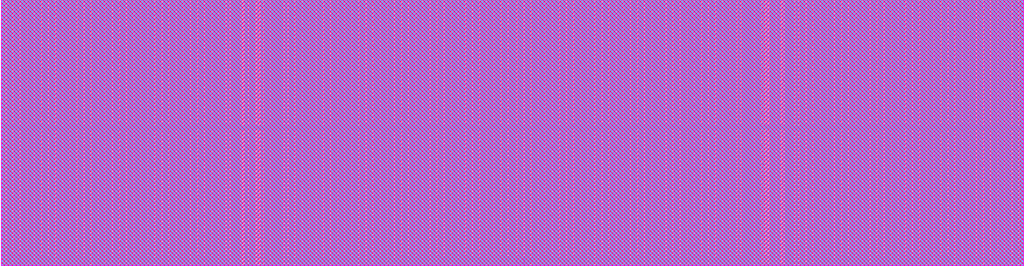
<source format=lef>
# Confidential Information of ARM, Inc.
# Use subject to ARM license.
# Copyright (c) 2025 ARM, Inc.

# ACI Version r0p0

# Reifier 4.0.0

VERSION 5.7 ;

BUSBITCHARS "[]" ;

#name: High Density Single Port SRAM HVT RVT Compiler | TSMC CLN65LP Process 0.525um^2 Bit Cell 256 Rows Per Bank
#version: r0p0
#comment: 
#configuration:  -activity_factor 50 -back_biasing off -bits 32 -bmux on -bus_notation on -check_instname on -diodes on -drive 6 -ema on -frequency 1.0 -instname sp_hde_16384_m32 -left_bus_delim "[" -mux 32 -mvt "" -name_case upper -power_type otc -prefix "" -pwr_gnd_rename vddpe:VDDPE,vddce:VDDCE,vsse:VSSE -rcols 2 -redundancy off -retention on -right_bus_delim "]" -rows_p_bl 256 -rrows 0 -ser none -site_def off -top_layer m5-m9 -words 16384 -wp_size 1 -write_mask on -write_thru off -corners ff_1p32v_1p32v_125c,ff_1p32v_1p32v_m40c,ss_1p08v_1p08v_125c,ss_1p08v_1p08v_m40c,tt_1p20v_1p20v_25c
MACRO sp_hde_16384_m32
  FOREIGN sp_hde_16384_m32 0 0 ;
  SYMMETRY X Y R90 ;
  SIZE 1209.83 BY 315.365 ;
  CLASS BLOCK ;
  PIN A[13]
    DIRECTION INPUT ;
    USE SIGNAL ;
    SHAPE ABUTMENT ;
    PORT
      LAYER M1 ;
      RECT 597.57 0.0 597.77 0.32 ;
      LAYER M2 ;
      RECT 597.57 0.0 597.77 0.32 ;
      LAYER M3 ;
      RECT 597.57 0.0 597.77 0.32 ;
      END
    ANTENNAGATEAREA 0.0072 ;
    ANTENNADIFFAREA 0.054 ;
    END A[13]
  PIN AY[13]
    DIRECTION OUTPUT ;
    USE SIGNAL ;
    SHAPE ABUTMENT ;
    PORT
      LAYER M3 ;
      RECT 596.765 0.0 596.965 0.32 ;
      LAYER M2 ;
      RECT 596.765 0.0 596.965 0.32 ;
      LAYER M1 ;
      RECT 596.765 0.0 596.965 0.32 ;
      END
    ANTENNADIFFAREA 0.054 ;
    END AY[13]
  PIN TA[13]
    DIRECTION INPUT ;
    USE SIGNAL ;
    SHAPE ABUTMENT ;
    PORT
      LAYER M1 ;
      RECT 597.95 0.0 598.15 0.32 ;
      LAYER M2 ;
      RECT 597.95 0.0 598.15 0.32 ;
      END
    ANTENNAGATEAREA 0.0072 ;
    ANTENNADIFFAREA 0.054 ;
    END TA[13]
  PIN A[12]
    DIRECTION INPUT ;
    USE SIGNAL ;
    SHAPE ABUTMENT ;
    PORT
      LAYER M3 ;
      RECT 593.235 0.0 593.435 0.32 ;
      LAYER M2 ;
      RECT 593.235 0.0 593.435 0.32 ;
      LAYER M1 ;
      RECT 593.235 0.0 593.435 0.32 ;
      END
    ANTENNAGATEAREA 0.0072 ;
    ANTENNADIFFAREA 0.054 ;
    END A[12]
  PIN SO[0]
    DIRECTION OUTPUT ;
    USE SIGNAL ;
    SHAPE ABUTMENT ;
    PORT
      LAYER M1 ;
      RECT 602.525 0.0 602.725 0.32 ;
      LAYER M2 ;
      RECT 602.525 0.0 602.725 0.32 ;
      LAYER M3 ;
      RECT 602.525 0.0 602.725 0.32 ;
      END
    ANTENNADIFFAREA 0.054 ;
    END SO[0]
  PIN TA[12]
    DIRECTION INPUT ;
    USE SIGNAL ;
    SHAPE ABUTMENT ;
    PORT
      LAYER M3 ;
      RECT 592.285 0.0 592.485 0.32 ;
      LAYER M2 ;
      RECT 592.285 0.0 592.485 0.32 ;
      LAYER M1 ;
      RECT 592.285 0.0 592.485 0.32 ;
      END
    ANTENNAGATEAREA 0.0072 ;
    ANTENNADIFFAREA 0.054 ;
    END TA[12]
  PIN SO[1]
    DIRECTION OUTPUT ;
    USE SIGNAL ;
    SHAPE ABUTMENT ;
    PORT
      LAYER M1 ;
      RECT 606.825 0.0 607.025 0.32 ;
      LAYER M2 ;
      RECT 606.825 0.0 607.025 0.32 ;
      LAYER M3 ;
      RECT 606.825 0.0 607.025 0.32 ;
      END
    ANTENNADIFFAREA 0.054 ;
    END SO[1]
  PIN AY[12]
    DIRECTION OUTPUT ;
    USE SIGNAL ;
    SHAPE ABUTMENT ;
    PORT
      LAYER M3 ;
      RECT 590.235 0.0 590.435 0.32 ;
      LAYER M2 ;
      RECT 590.235 0.0 590.435 0.32 ;
      LAYER M1 ;
      RECT 590.235 0.0 590.435 0.32 ;
      END
    ANTENNADIFFAREA 0.054 ;
    END AY[12]
  PIN AY[4]
    DIRECTION OUTPUT ;
    USE SIGNAL ;
    SHAPE ABUTMENT ;
    PORT
      LAYER M1 ;
      RECT 610.33 0.0 610.53 0.32 ;
      LAYER M2 ;
      RECT 610.33 0.0 610.53 0.32 ;
      END
    ANTENNADIFFAREA 0.054 ;
    END AY[4]
  PIN A[11]
    DIRECTION INPUT ;
    USE SIGNAL ;
    SHAPE ABUTMENT ;
    PORT
      LAYER M3 ;
      RECT 587.33 0.0 587.53 0.32 ;
      LAYER M2 ;
      RECT 587.33 0.0 587.53 0.32 ;
      LAYER M1 ;
      RECT 587.33 0.0 587.53 0.32 ;
      END
    ANTENNAGATEAREA 0.0072 ;
    ANTENNADIFFAREA 0.054 ;
    END A[11]
  PIN A[4]
    DIRECTION INPUT ;
    USE SIGNAL ;
    SHAPE ABUTMENT ;
    PORT
      LAYER M1 ;
      RECT 610.995 0.0 611.195 0.32 ;
      LAYER M2 ;
      RECT 610.995 0.0 611.195 0.32 ;
      LAYER M3 ;
      RECT 610.995 0.0 611.195 0.32 ;
      END
    ANTENNAGATEAREA 0.0072 ;
    ANTENNADIFFAREA 0.054 ;
    END A[4]
  PIN TA[11]
    DIRECTION INPUT ;
    USE SIGNAL ;
    SHAPE ABUTMENT ;
    PORT
      LAYER M3 ;
      RECT 586.97 0.0 587.17 0.32 ;
      LAYER M2 ;
      RECT 586.97 0.0 587.17 0.32 ;
      LAYER M1 ;
      RECT 586.97 0.0 587.17 0.32 ;
      END
    ANTENNAGATEAREA 0.0072 ;
    ANTENNADIFFAREA 0.054 ;
    END TA[11]
  PIN TA[4]
    DIRECTION INPUT ;
    USE SIGNAL ;
    SHAPE ABUTMENT ;
    PORT
      LAYER M1 ;
      RECT 611.375 0.0 611.575 0.32 ;
      LAYER M2 ;
      RECT 611.375 0.0 611.575 0.32 ;
      END
    ANTENNAGATEAREA 0.0072 ;
    ANTENNADIFFAREA 0.054 ;
    END TA[4]
  PIN AY[11]
    DIRECTION OUTPUT ;
    USE SIGNAL ;
    SHAPE ABUTMENT ;
    PORT
      LAYER M3 ;
      RECT 585.545 0.0 585.745 0.32 ;
      LAYER M2 ;
      RECT 585.545 0.0 585.745 0.32 ;
      LAYER M1 ;
      RECT 585.545 0.0 585.745 0.32 ;
      END
    ANTENNADIFFAREA 0.054 ;
    END AY[11]
  PIN TA[3]
    DIRECTION INPUT ;
    USE SIGNAL ;
    SHAPE ABUTMENT ;
    PORT
      LAYER M1 ;
      RECT 611.96 0.0 612.16 0.32 ;
      LAYER M2 ;
      RECT 611.96 0.0 612.16 0.32 ;
      END
    ANTENNAGATEAREA 0.0072 ;
    ANTENNADIFFAREA 0.054 ;
    END TA[3]
  PIN TA[10]
    DIRECTION INPUT ;
    USE SIGNAL ;
    SHAPE ABUTMENT ;
    PORT
      LAYER M3 ;
      RECT 580.9 0.0 581.1 0.32 ;
      LAYER M2 ;
      RECT 580.9 0.0 581.1 0.32 ;
      LAYER M1 ;
      RECT 580.9 0.0 581.1 0.32 ;
      END
    ANTENNAGATEAREA 0.0072 ;
    ANTENNADIFFAREA 0.054 ;
    END TA[10]
  PIN A[3]
    DIRECTION INPUT ;
    USE SIGNAL ;
    SHAPE ABUTMENT ;
    PORT
      LAYER M1 ;
      RECT 612.38 0.0 612.58 0.32 ;
      LAYER M2 ;
      RECT 612.38 0.0 612.58 0.32 ;
      LAYER M3 ;
      RECT 612.38 0.0 612.58 0.32 ;
      END
    ANTENNAGATEAREA 0.0072 ;
    ANTENNADIFFAREA 0.054 ;
    END A[3]
  PIN A[10]
    DIRECTION INPUT ;
    USE SIGNAL ;
    SHAPE ABUTMENT ;
    PORT
      LAYER M3 ;
      RECT 580.515 0.0 580.715 0.32 ;
      LAYER M2 ;
      RECT 580.515 0.0 580.715 0.32 ;
      LAYER M1 ;
      RECT 580.515 0.0 580.715 0.32 ;
      END
    ANTENNAGATEAREA 0.0072 ;
    ANTENNADIFFAREA 0.054 ;
    END A[10]
  PIN AY[3]
    DIRECTION OUTPUT ;
    USE SIGNAL ;
    SHAPE ABUTMENT ;
    PORT
      LAYER M1 ;
      RECT 613.075 0.0 613.275 0.32 ;
      LAYER M2 ;
      RECT 613.075 0.0 613.275 0.32 ;
      LAYER M3 ;
      RECT 613.075 0.0 613.275 0.32 ;
      END
    ANTENNADIFFAREA 0.054 ;
    END AY[3]
  PIN AY[10]
    DIRECTION OUTPUT ;
    USE SIGNAL ;
    SHAPE ABUTMENT ;
    PORT
      LAYER M3 ;
      RECT 579.79 0.0 579.99 0.32 ;
      LAYER M2 ;
      RECT 579.79 0.0 579.99 0.32 ;
      LAYER M1 ;
      RECT 579.79 0.0 579.99 0.32 ;
      END
    ANTENNADIFFAREA 0.054 ;
    END AY[10]
  PIN AY[2]
    DIRECTION OUTPUT ;
    USE SIGNAL ;
    SHAPE ABUTMENT ;
    PORT
      LAYER M1 ;
      RECT 622.27 0.0 622.47 0.32 ;
      LAYER M2 ;
      RECT 622.27 0.0 622.47 0.32 ;
      LAYER M3 ;
      RECT 622.27 0.0 622.47 0.32 ;
      END
    ANTENNADIFFAREA 0.054 ;
    END AY[2]
  PIN TD[15]
    DIRECTION INPUT ;
    USE SIGNAL ;
    SHAPE ABUTMENT ;
    PORT
      LAYER M3 ;
      RECT 578.445 0.0 578.645 0.32 ;
      LAYER M1 ;
      RECT 578.445 0.0 578.645 0.32 ;
      LAYER M2 ;
      RECT 578.335 0.0 578.645 0.32 ;
      END
    ANTENNAGATEAREA 0.0072 ;
    ANTENNADIFFAREA 0.054 ;
    END TD[15]
  PIN A[2]
    DIRECTION INPUT ;
    USE SIGNAL ;
    SHAPE ABUTMENT ;
    PORT
      LAYER M1 ;
      RECT 623.505 0.0 623.705 0.32 ;
      LAYER M2 ;
      RECT 623.505 0.0 623.705 0.32 ;
      LAYER M3 ;
      RECT 623.505 0.0 623.705 0.32 ;
      END
    ANTENNAGATEAREA 0.0072 ;
    ANTENNADIFFAREA 0.054 ;
    END A[2]
  PIN D[15]
    DIRECTION INPUT ;
    USE SIGNAL ;
    SHAPE ABUTMENT ;
    PORT
      LAYER M4 ;
      RECT 575.925 0.0 576.125 0.32 ;
      LAYER M3 ;
      RECT 575.925 0.0 576.125 0.32 ;
      LAYER M2 ;
      RECT 575.925 0.0 576.125 0.32 ;
      LAYER M1 ;
      RECT 575.925 0.0 576.125 0.32 ;
      END
    ANTENNAGATEAREA 0.0072 ;
    ANTENNADIFFAREA 0.054 ;
    END D[15]
  PIN TA[2]
    DIRECTION INPUT ;
    USE SIGNAL ;
    SHAPE ABUTMENT ;
    PORT
      LAYER M1 ;
      RECT 623.975 0.0 624.175 0.32 ;
      LAYER M2 ;
      RECT 623.975 0.0 624.175 0.32 ;
      LAYER M3 ;
      RECT 623.975 0.0 624.175 0.32 ;
      END
    ANTENNAGATEAREA 0.0072 ;
    ANTENNADIFFAREA 0.054 ;
    END TA[2]
  PIN A[9]
    DIRECTION INPUT ;
    USE SIGNAL ;
    SHAPE ABUTMENT ;
    PORT
      LAYER M3 ;
      RECT 575.44 0.0 575.64 0.32 ;
      LAYER M2 ;
      RECT 575.44 0.0 575.64 0.32 ;
      LAYER M1 ;
      RECT 575.44 0.0 575.64 0.32 ;
      END
    ANTENNAGATEAREA 0.0072 ;
    ANTENNADIFFAREA 0.054 ;
    END A[9]
  PIN TA[1]
    DIRECTION INPUT ;
    USE SIGNAL ;
    SHAPE ABUTMENT ;
    PORT
      LAYER M1 ;
      RECT 624.49 0.0 624.69 0.32 ;
      LAYER M2 ;
      RECT 624.49 0.0 624.69 0.32 ;
      LAYER M3 ;
      RECT 624.49 0.0 624.69 0.32 ;
      END
    ANTENNAGATEAREA 0.0072 ;
    ANTENNADIFFAREA 0.054 ;
    END TA[1]
  PIN TWEN[15]
    DIRECTION INPUT ;
    USE SIGNAL ;
    SHAPE ABUTMENT ;
    PORT
      LAYER M4 ;
      RECT 574.95 0.0 575.16 0.32 ;
      LAYER M3 ;
      RECT 574.95 0.0 575.16 0.32 ;
      LAYER M2 ;
      RECT 574.95 0.0 575.16 0.32 ;
      LAYER M1 ;
      RECT 574.95 0.0 575.16 0.32 ;
      END
    ANTENNAGATEAREA 0.0072 ;
    ANTENNADIFFAREA 0.054 ;
    END TWEN[15]
  PIN A[1]
    DIRECTION INPUT ;
    USE SIGNAL ;
    SHAPE ABUTMENT ;
    PORT
      LAYER M1 ;
      RECT 624.87 0.0 625.07 0.32 ;
      LAYER M2 ;
      RECT 624.87 0.0 625.07 0.32 ;
      LAYER M3 ;
      RECT 624.87 0.0 625.07 0.32 ;
      END
    ANTENNAGATEAREA 0.0072 ;
    ANTENNADIFFAREA 0.054 ;
    END A[1]
  PIN TA[9]
    DIRECTION INPUT ;
    USE SIGNAL ;
    SHAPE ABUTMENT ;
    PORT
      LAYER M3 ;
      RECT 574.62 0.0 574.82 0.32 ;
      LAYER M2 ;
      RECT 574.62 0.0 574.82 0.32 ;
      LAYER M1 ;
      RECT 574.62 0.0 574.82 0.32 ;
      END
    ANTENNAGATEAREA 0.0072 ;
    ANTENNADIFFAREA 0.054 ;
    END TA[9]
  PIN AY[1]
    DIRECTION OUTPUT ;
    USE SIGNAL ;
    SHAPE ABUTMENT ;
    PORT
      LAYER M1 ;
      RECT 625.855 0.0 626.055 0.32 ;
      LAYER M2 ;
      RECT 625.855 0.0 626.055 0.32 ;
      LAYER M3 ;
      RECT 625.855 0.0 626.055 0.32 ;
      END
    ANTENNADIFFAREA 0.054 ;
    END AY[1]
  PIN Q[15]
    DIRECTION OUTPUT ;
    USE SIGNAL ;
    SHAPE ABUTMENT ;
    PORT
      LAYER M3 ;
      RECT 574.3 0.0 574.5 0.32 ;
      LAYER M2 ;
      RECT 574.3 0.0 574.5 0.32 ;
      LAYER M1 ;
      RECT 574.3 0.0 574.5 0.32 ;
      END
    ANTENNADIFFAREA 0.054 ;
    END Q[15]
  PIN TA[0]
    DIRECTION INPUT ;
    USE SIGNAL ;
    SHAPE ABUTMENT ;
    PORT
      LAYER M1 ;
      RECT 630.445 0.0 630.645 0.32 ;
      LAYER M2 ;
      RECT 630.445 0.0 630.645 0.32 ;
      LAYER M3 ;
      RECT 630.445 0.0 630.645 0.32 ;
      END
    ANTENNAGATEAREA 0.0072 ;
    ANTENNADIFFAREA 0.054 ;
    END TA[0]
  PIN WEN[15]
    DIRECTION INPUT ;
    USE SIGNAL ;
    SHAPE ABUTMENT ;
    PORT
      LAYER M4 ;
      RECT 573.825 0.0 574.025 0.32 ;
      LAYER M3 ;
      RECT 573.825 0.0 574.025 0.32 ;
      LAYER M2 ;
      RECT 573.825 0.0 574.025 0.32 ;
      LAYER M1 ;
      RECT 573.825 0.0 574.025 0.32 ;
      END
    ANTENNAGATEAREA 0.0072 ;
    ANTENNADIFFAREA 0.054 ;
    END WEN[15]
  PIN A[0]
    DIRECTION INPUT ;
    USE SIGNAL ;
    SHAPE ABUTMENT ;
    PORT
      LAYER M1 ;
      RECT 630.905 0.0 631.105 0.32 ;
      LAYER M2 ;
      RECT 630.905 0.0 631.105 0.32 ;
      LAYER M3 ;
      RECT 630.905 0.0 631.105 0.32 ;
      END
    ANTENNAGATEAREA 0.0072 ;
    ANTENNADIFFAREA 0.054 ;
    END A[0]
  PIN AY[9]
    DIRECTION OUTPUT ;
    USE SIGNAL ;
    SHAPE ABUTMENT ;
    PORT
      LAYER M3 ;
      RECT 573.34 0.0 573.54 0.32 ;
      LAYER M2 ;
      RECT 573.34 0.0 573.54 0.32 ;
      LAYER M1 ;
      RECT 573.34 0.0 573.54 0.32 ;
      END
    ANTENNADIFFAREA 0.054 ;
    END AY[9]
  PIN TD[16]
    DIRECTION INPUT ;
    USE SIGNAL ;
    SHAPE ABUTMENT ;
    PORT
      LAYER M1 ;
      RECT 631.33 0.0 631.53 0.32 ;
      LAYER M2 ;
      RECT 631.33 0.0 631.53 0.32 ;
      LAYER M3 ;
      RECT 631.33 0.0 631.53 0.32 ;
      END
    ANTENNAGATEAREA 0.0072 ;
    ANTENNADIFFAREA 0.054 ;
    END TD[16]
  PIN WENY[15]
    DIRECTION OUTPUT ;
    USE SIGNAL ;
    SHAPE ABUTMENT ;
    PORT
      LAYER M4 ;
      RECT 572.76 0.0 572.96 0.32 ;
      LAYER M3 ;
      RECT 572.76 0.0 572.96 0.32 ;
      LAYER M2 ;
      RECT 572.76 0.0 572.96 0.32 ;
      LAYER M1 ;
      RECT 572.76 0.0 572.96 0.32 ;
      END
    ANTENNADIFFAREA 0.054 ;
    END WENY[15]
  PIN AY[0]
    DIRECTION OUTPUT ;
    USE SIGNAL ;
    SHAPE ABUTMENT ;
    PORT
      LAYER M1 ;
      RECT 632.34 0.0 632.54 0.32 ;
      LAYER M2 ;
      RECT 632.34 0.0 632.54 0.32 ;
      LAYER M3 ;
      RECT 632.34 0.0 632.54 0.32 ;
      END
    ANTENNADIFFAREA 0.054 ;
    END AY[0]
  PIN AY[8]
    DIRECTION OUTPUT ;
    USE SIGNAL ;
    SHAPE ABUTMENT ;
    PORT
      LAYER M3 ;
      RECT 566.16 0.0 566.36 0.32 ;
      LAYER M2 ;
      RECT 566.16 0.0 566.36 0.32 ;
      LAYER M1 ;
      RECT 566.16 0.0 566.36 0.32 ;
      END
    ANTENNADIFFAREA 0.054 ;
    END AY[8]
  PIN D[16]
    DIRECTION INPUT ;
    USE SIGNAL ;
    SHAPE ABUTMENT ;
    PORT
      LAYER M1 ;
      RECT 633.655 0.0 633.855 0.32 ;
      LAYER M2 ;
      RECT 633.655 0.0 633.855 0.32 ;
      LAYER M3 ;
      RECT 633.655 0.0 633.855 0.32 ;
      LAYER M4 ;
      RECT 633.655 0.0 633.855 0.32 ;
      END
    ANTENNAGATEAREA 0.0072 ;
    ANTENNADIFFAREA 0.054 ;
    END D[16]
  PIN A[8]
    DIRECTION INPUT ;
    USE SIGNAL ;
    SHAPE ABUTMENT ;
    PORT
      LAYER M2 ;
      RECT 564.675 0.0 564.875 0.32 ;
      LAYER M1 ;
      RECT 564.675 0.0 564.875 0.32 ;
      END
    ANTENNAGATEAREA 0.0072 ;
    ANTENNADIFFAREA 0.054 ;
    END A[8]
  PIN TWEN[16]
    DIRECTION INPUT ;
    USE SIGNAL ;
    SHAPE ABUTMENT ;
    PORT
      LAYER M1 ;
      RECT 634.73 0.0 634.93 0.32 ;
      LAYER M2 ;
      RECT 634.73 0.0 634.93 0.32 ;
      LAYER M3 ;
      RECT 634.73 0.0 634.93 0.32 ;
      LAYER M4 ;
      RECT 634.73 0.0 634.93 0.32 ;
      END
    ANTENNAGATEAREA 0.0072 ;
    ANTENNADIFFAREA 0.054 ;
    END TWEN[16]
  PIN TA[8]
    DIRECTION INPUT ;
    USE SIGNAL ;
    SHAPE ABUTMENT ;
    PORT
      LAYER M2 ;
      RECT 564.29 0.0 564.49 0.32 ;
      LAYER M1 ;
      RECT 564.29 0.0 564.49 0.32 ;
      END
    ANTENNAGATEAREA 0.0072 ;
    ANTENNADIFFAREA 0.054 ;
    END TA[8]
  PIN Q[16]
    DIRECTION OUTPUT ;
    USE SIGNAL ;
    SHAPE ABUTMENT ;
    PORT
      LAYER M1 ;
      RECT 635.275 0.0 635.475 0.32 ;
      LAYER M2 ;
      RECT 635.275 0.0 635.475 0.32 ;
      LAYER M3 ;
      RECT 635.275 0.0 635.475 0.32 ;
      END
    ANTENNADIFFAREA 0.054 ;
    END Q[16]
  PIN A[7]
    DIRECTION INPUT ;
    USE SIGNAL ;
    SHAPE ABUTMENT ;
    PORT
      LAYER M3 ;
      RECT 563.81 0.0 564.01 0.32 ;
      LAYER M2 ;
      RECT 563.81 0.0 564.01 0.32 ;
      LAYER M1 ;
      RECT 563.81 0.0 564.01 0.32 ;
      END
    ANTENNAGATEAREA 0.0072 ;
    ANTENNADIFFAREA 0.054 ;
    END A[7]
  PIN WEN[16]
    DIRECTION INPUT ;
    USE SIGNAL ;
    SHAPE ABUTMENT ;
    PORT
      LAYER M1 ;
      RECT 635.735 0.0 635.935 0.32 ;
      LAYER M2 ;
      RECT 635.735 0.0 635.935 0.32 ;
      LAYER M3 ;
      RECT 635.735 0.0 635.935 0.32 ;
      LAYER M4 ;
      RECT 635.735 0.0 635.935 0.32 ;
      END
    ANTENNAGATEAREA 0.0072 ;
    ANTENNADIFFAREA 0.054 ;
    END WEN[16]
  PIN TA[7]
    DIRECTION INPUT ;
    USE SIGNAL ;
    SHAPE ABUTMENT ;
    PORT
      LAYER M3 ;
      RECT 563.315 0.0 563.515 0.32 ;
      LAYER M2 ;
      RECT 563.315 0.0 563.515 0.32 ;
      LAYER M1 ;
      RECT 563.315 0.0 563.515 0.32 ;
      END
    ANTENNAGATEAREA 0.0072 ;
    ANTENNADIFFAREA 0.054 ;
    END TA[7]
  PIN TCEN
    DIRECTION INPUT ;
    USE SIGNAL ;
    SHAPE ABUTMENT ;
    PORT
      LAYER M1 ;
      RECT 636.225 0.0 636.425 0.32 ;
      LAYER M2 ;
      RECT 636.225 0.0 636.425 0.32 ;
      LAYER M3 ;
      RECT 636.225 0.0 636.425 0.32 ;
      END
    ANTENNAGATEAREA 0.0072 ;
    ANTENNADIFFAREA 0.054 ;
    END TCEN
  PIN AY[7]
    DIRECTION OUTPUT ;
    USE SIGNAL ;
    SHAPE ABUTMENT ;
    PORT
      LAYER M3 ;
      RECT 561.815 0.0 562.015 0.32 ;
      LAYER M2 ;
      RECT 561.815 0.0 562.015 0.32 ;
      LAYER M1 ;
      RECT 561.815 0.0 562.015 0.32 ;
      END
    ANTENNADIFFAREA 0.054 ;
    END AY[7]
  PIN CEN
    DIRECTION INPUT ;
    USE SIGNAL ;
    SHAPE ABUTMENT ;
    PORT
      LAYER M1 ;
      RECT 636.555 0.0 636.755 0.32 ;
      LAYER M2 ;
      RECT 636.555 0.0 636.755 0.32 ;
      END
    ANTENNAGATEAREA 0.0072 ;
    ANTENNADIFFAREA 0.054 ;
    END CEN
  PIN A[6]
    DIRECTION INPUT ;
    USE SIGNAL ;
    SHAPE ABUTMENT ;
    PORT
      LAYER M3 ;
      RECT 558.88 0.0 559.08 0.32 ;
      LAYER M2 ;
      RECT 558.88 0.0 559.08 0.32 ;
      LAYER M1 ;
      RECT 558.88 0.0 559.08 0.32 ;
      END
    ANTENNAGATEAREA 0.0072 ;
    ANTENNADIFFAREA 0.054 ;
    END A[6]
  PIN WENY[16]
    DIRECTION OUTPUT ;
    USE SIGNAL ;
    SHAPE ABUTMENT ;
    PORT
      LAYER M1 ;
      RECT 636.87 0.0 637.07 0.32 ;
      LAYER M2 ;
      RECT 636.87 0.0 637.07 0.32 ;
      LAYER M3 ;
      RECT 636.87 0.0 637.07 0.32 ;
      LAYER M4 ;
      RECT 636.87 0.0 637.07 0.32 ;
      END
    ANTENNADIFFAREA 0.054 ;
    END WENY[16]
  PIN TA[6]
    DIRECTION INPUT ;
    USE SIGNAL ;
    SHAPE ABUTMENT ;
    PORT
      LAYER M3 ;
      RECT 558.505 0.0 558.705 0.32 ;
      LAYER M2 ;
      RECT 558.505 0.0 558.705 0.32 ;
      LAYER M1 ;
      RECT 558.505 0.0 558.705 0.32 ;
      END
    ANTENNAGATEAREA 0.0072 ;
    ANTENNADIFFAREA 0.054 ;
    END TA[6]
  PIN CENY
    DIRECTION OUTPUT ;
    USE SIGNAL ;
    SHAPE ABUTMENT ;
    PORT
      LAYER M1 ;
      RECT 637.31 0.0 637.51 0.32 ;
      LAYER M2 ;
      RECT 637.31 0.0 637.51 0.32 ;
      LAYER M3 ;
      RECT 637.31 0.0 637.51 0.32 ;
      END
    ANTENNADIFFAREA 0.054 ;
    END CENY
  PIN AY[6]
    DIRECTION OUTPUT ;
    USE SIGNAL ;
    SHAPE ABUTMENT ;
    PORT
      LAYER M3 ;
      RECT 556.44 0.0 556.64 0.32 ;
      LAYER M2 ;
      RECT 556.44 0.0 556.64 0.32 ;
      LAYER M1 ;
      RECT 556.44 0.0 556.64 0.32 ;
      END
    ANTENNADIFFAREA 0.054 ;
    END AY[6]
  PIN SE
    DIRECTION INPUT ;
    USE SIGNAL ;
    SHAPE ABUTMENT ;
    PORT
      LAYER M1 ;
      RECT 641.055 0.0 641.255 0.32 ;
      LAYER M2 ;
      RECT 641.055 0.0 641.255 0.32 ;
      LAYER M3 ;
      RECT 641.055 0.0 641.255 0.32 ;
      END
    ANTENNAGATEAREA 0.0072 ;
    ANTENNADIFFAREA 0.054 ;
    END SE
  PIN AY[5]
    DIRECTION OUTPUT ;
    USE SIGNAL ;
    SHAPE ABUTMENT ;
    PORT
      LAYER M3 ;
      RECT 547.975 0.0 548.175 0.32 ;
      LAYER M2 ;
      RECT 547.975 0.0 548.175 0.32 ;
      LAYER M1 ;
      RECT 547.975 0.0 548.175 0.32 ;
      END
    ANTENNADIFFAREA 0.054 ;
    END AY[5]
  PIN TEN
    DIRECTION INPUT ;
    USE SIGNAL ;
    SHAPE ABUTMENT ;
    PORT
      LAYER M1 ;
      RECT 643.5 0.0 643.7 0.32 ;
      LAYER M2 ;
      RECT 643.5 0.0 643.7 0.32 ;
      END
    ANTENNAGATEAREA 0.0072 ;
    ANTENNADIFFAREA 0.054 ;
    END TEN
  PIN TA[5]
    DIRECTION INPUT ;
    USE SIGNAL ;
    SHAPE ABUTMENT ;
    PORT
      LAYER M3 ;
      RECT 547.07 0.0 547.27 0.32 ;
      LAYER M2 ;
      RECT 547.07 0.0 547.27 0.32 ;
      LAYER M1 ;
      RECT 547.07 0.0 547.27 0.32 ;
      END
    ANTENNAGATEAREA 0.0072 ;
    ANTENNADIFFAREA 0.054 ;
    END TA[5]
  PIN GWENY
    DIRECTION OUTPUT ;
    USE SIGNAL ;
    SHAPE ABUTMENT ;
    PORT
      LAYER M1 ;
      RECT 646.675 0.0 646.875 0.32 ;
      LAYER M2 ;
      RECT 646.675 0.0 646.875 0.32 ;
      LAYER M3 ;
      RECT 646.675 0.0 646.875 0.32 ;
      END
    ANTENNADIFFAREA 0.054 ;
    END GWENY
  PIN A[5]
    DIRECTION INPUT ;
    USE SIGNAL ;
    SHAPE ABUTMENT ;
    PORT
      LAYER M3 ;
      RECT 546.09 0.0 546.29 0.32 ;
      LAYER M2 ;
      RECT 546.09 0.0 546.29 0.32 ;
      LAYER M1 ;
      RECT 546.09 0.0 546.29 0.32 ;
      END
    ANTENNAGATEAREA 0.0072 ;
    ANTENNADIFFAREA 0.054 ;
    END A[5]
  PIN DFTRAMBYP
    DIRECTION INPUT ;
    USE SIGNAL ;
    SHAPE ABUTMENT ;
    PORT
      LAYER M1 ;
      RECT 647.18 0.0 647.38 0.32 ;
      LAYER M2 ;
      RECT 647.18 0.0 647.38 0.32 ;
      LAYER M3 ;
      RECT 647.18 0.0 647.38 0.32 ;
      END
    ANTENNAGATEAREA 0.0072 ;
    ANTENNADIFFAREA 0.054 ;
    END DFTRAMBYP
  PIN TD[14]
    DIRECTION INPUT ;
    USE SIGNAL ;
    SHAPE ABUTMENT ;
    PORT
      LAYER M3 ;
      RECT 544.635 0.0 544.835 0.32 ;
      LAYER M2 ;
      RECT 544.635 0.0 544.835 0.32 ;
      LAYER M1 ;
      RECT 544.635 0.0 544.835 0.32 ;
      END
    ANTENNAGATEAREA 0.0072 ;
    ANTENNADIFFAREA 0.054 ;
    END TD[14]
  PIN GWEN
    DIRECTION INPUT ;
    USE SIGNAL ;
    SHAPE ABUTMENT ;
    PORT
      LAYER M1 ;
      RECT 647.63 0.0 647.83 0.32 ;
      LAYER M2 ;
      RECT 647.63 0.0 647.83 0.32 ;
      LAYER M3 ;
      RECT 647.63 0.0 647.83 0.32 ;
      END
    ANTENNAGATEAREA 0.0072 ;
    ANTENNADIFFAREA 0.054 ;
    END GWEN
  PIN EMA[1]
    DIRECTION INPUT ;
    USE SIGNAL ;
    SHAPE ABUTMENT ;
    PORT
      LAYER M3 ;
      RECT 543.535 0.0 543.735 0.32 ;
      LAYER M2 ;
      RECT 543.535 0.0 543.735 0.32 ;
      LAYER M1 ;
      RECT 543.535 0.0 543.735 0.32 ;
      END
    ANTENNAGATEAREA 0.0072 ;
    ANTENNADIFFAREA 0.054 ;
    END EMA[1]
  PIN TGWEN
    DIRECTION INPUT ;
    USE SIGNAL ;
    SHAPE ABUTMENT ;
    PORT
      LAYER M2 ;
      RECT 647.965 0.0 648.255 0.32 ;
      LAYER M1 ;
      RECT 648.055 0.0 648.255 0.32 ;
      LAYER M3 ;
      RECT 648.055 0.0 648.255 0.32 ;
      END
    ANTENNAGATEAREA 0.0072 ;
    ANTENNADIFFAREA 0.054 ;
    END TGWEN
  PIN D[14]
    DIRECTION INPUT ;
    USE SIGNAL ;
    SHAPE ABUTMENT ;
    PORT
      LAYER M4 ;
      RECT 542.395 0.0 542.595 0.32 ;
      LAYER M3 ;
      RECT 542.395 0.0 542.595 0.32 ;
      LAYER M2 ;
      RECT 542.395 0.0 542.595 0.32 ;
      LAYER M1 ;
      RECT 542.395 0.0 542.595 0.32 ;
      END
    ANTENNAGATEAREA 0.0072 ;
    ANTENNADIFFAREA 0.054 ;
    END D[14]
  PIN CLK
    DIRECTION INPUT ;
    USE SIGNAL ;
    SHAPE ABUTMENT ;
    PORT
      LAYER M1 ;
      RECT 653.31 0.0 653.51 0.32 ;
      LAYER M2 ;
      RECT 653.31 0.0 653.51 0.32 ;
      LAYER M3 ;
      RECT 653.31 0.0 653.51 0.32 ;
      END
    ANTENNAGATEAREA 0.0072 ;
    ANTENNADIFFAREA 0.054 ;
    END CLK
  PIN EMAW[1]
    DIRECTION INPUT ;
    USE SIGNAL ;
    SHAPE ABUTMENT ;
    PORT
      LAYER M3 ;
      RECT 542.045 0.0 542.245 0.32 ;
      LAYER M2 ;
      RECT 542.045 0.0 542.245 0.32 ;
      LAYER M1 ;
      RECT 542.045 0.0 542.245 0.32 ;
      END
    ANTENNAGATEAREA 0.0072 ;
    ANTENNADIFFAREA 0.054 ;
    END EMAW[1]
  PIN TD[17]
    DIRECTION INPUT ;
    USE SIGNAL ;
    SHAPE ABUTMENT ;
    PORT
      LAYER M1 ;
      RECT 664.895 0.0 665.095 0.32 ;
      LAYER M2 ;
      RECT 664.895 0.0 665.095 0.32 ;
      LAYER M3 ;
      RECT 664.895 0.0 665.095 0.32 ;
      END
    ANTENNAGATEAREA 0.0072 ;
    ANTENNADIFFAREA 0.054 ;
    END TD[17]
  PIN EMAW[0]
    DIRECTION INPUT ;
    USE SIGNAL ;
    SHAPE ABUTMENT ;
    PORT
      LAYER M3 ;
      RECT 541.665 0.0 541.865 0.32 ;
      LAYER M2 ;
      RECT 541.665 0.0 541.865 0.32 ;
      LAYER M1 ;
      RECT 541.665 0.0 541.865 0.32 ;
      END
    ANTENNAGATEAREA 0.0072 ;
    ANTENNADIFFAREA 0.054 ;
    END EMAW[0]
  PIN RET1N
    DIRECTION INPUT ;
    USE SIGNAL ;
    SHAPE ABUTMENT ;
    PORT
      LAYER M1 ;
      RECT 665.92 0.0 666.12 0.32 ;
      LAYER M2 ;
      RECT 665.92 0.0 666.12 0.32 ;
      LAYER M3 ;
      RECT 665.92 0.0 666.12 0.32 ;
      END
    ANTENNAGATEAREA 0.0072 ;
    ANTENNADIFFAREA 0.054 ;
    END RET1N
  PIN TWEN[14]
    DIRECTION INPUT ;
    USE SIGNAL ;
    SHAPE ABUTMENT ;
    PORT
      LAYER M4 ;
      RECT 541.27 0.0 541.47 0.32 ;
      LAYER M3 ;
      RECT 541.27 0.0 541.47 0.32 ;
      LAYER M2 ;
      RECT 541.27 0.0 541.47 0.32 ;
      LAYER M1 ;
      RECT 541.27 0.0 541.47 0.32 ;
      END
    ANTENNAGATEAREA 0.0072 ;
    ANTENNADIFFAREA 0.054 ;
    END TWEN[14]
  PIN D[17]
    DIRECTION INPUT ;
    USE SIGNAL ;
    SHAPE ABUTMENT ;
    PORT
      LAYER M1 ;
      RECT 667.28 0.0 667.48 0.32 ;
      LAYER M2 ;
      RECT 667.28 0.0 667.48 0.32 ;
      LAYER M3 ;
      RECT 667.28 0.0 667.48 0.32 ;
      LAYER M4 ;
      RECT 667.28 0.0 667.48 0.32 ;
      END
    ANTENNAGATEAREA 0.0072 ;
    ANTENNADIFFAREA 0.054 ;
    END D[17]
  PIN Q[14]
    DIRECTION OUTPUT ;
    USE SIGNAL ;
    SHAPE ABUTMENT ;
    PORT
      LAYER M3 ;
      RECT 540.725 0.0 540.925 0.32 ;
      LAYER M2 ;
      RECT 540.725 0.0 540.925 0.32 ;
      LAYER M1 ;
      RECT 540.725 0.0 540.925 0.32 ;
      END
    ANTENNADIFFAREA 0.054 ;
    END Q[14]
  PIN TWEN[17]
    DIRECTION INPUT ;
    USE SIGNAL ;
    SHAPE ABUTMENT ;
    PORT
      LAYER M1 ;
      RECT 668.31 0.0 668.51 0.32 ;
      LAYER M2 ;
      RECT 668.31 0.0 668.51 0.32 ;
      LAYER M3 ;
      RECT 668.31 0.0 668.51 0.32 ;
      LAYER M4 ;
      RECT 668.31 0.0 668.51 0.32 ;
      END
    ANTENNAGATEAREA 0.0072 ;
    ANTENNADIFFAREA 0.054 ;
    END TWEN[17]
  PIN WEN[14]
    DIRECTION INPUT ;
    USE SIGNAL ;
    SHAPE ABUTMENT ;
    PORT
      LAYER M4 ;
      RECT 540.225 0.0 540.425 0.32 ;
      LAYER M3 ;
      RECT 540.225 0.0 540.425 0.32 ;
      LAYER M2 ;
      RECT 540.225 0.0 540.425 0.32 ;
      LAYER M1 ;
      RECT 540.225 0.0 540.425 0.32 ;
      END
    ANTENNAGATEAREA 0.0072 ;
    ANTENNADIFFAREA 0.054 ;
    END WEN[14]
  PIN Q[17]
    DIRECTION OUTPUT ;
    USE SIGNAL ;
    SHAPE ABUTMENT ;
    PORT
      LAYER M1 ;
      RECT 668.87 0.0 669.07 0.32 ;
      LAYER M2 ;
      RECT 668.87 0.0 669.07 0.32 ;
      LAYER M3 ;
      RECT 668.87 0.0 669.07 0.32 ;
      END
    ANTENNADIFFAREA 0.054 ;
    END Q[17]
  PIN EMA[2]
    DIRECTION INPUT ;
    USE SIGNAL ;
    SHAPE ABUTMENT ;
    PORT
      LAYER M3 ;
      RECT 539.55 0.0 539.75 0.32 ;
      LAYER M2 ;
      RECT 539.55 0.0 539.75 0.32 ;
      LAYER M1 ;
      RECT 539.55 0.0 539.75 0.32 ;
      END
    ANTENNAGATEAREA 0.0072 ;
    ANTENNADIFFAREA 0.054 ;
    END EMA[2]
  PIN WEN[17]
    DIRECTION INPUT ;
    USE SIGNAL ;
    SHAPE ABUTMENT ;
    PORT
      LAYER M1 ;
      RECT 669.36 0.0 669.56 0.32 ;
      LAYER M2 ;
      RECT 669.36 0.0 669.56 0.32 ;
      LAYER M3 ;
      RECT 669.36 0.0 669.56 0.32 ;
      LAYER M4 ;
      RECT 669.36 0.0 669.56 0.32 ;
      END
    ANTENNAGATEAREA 0.0072 ;
    ANTENNADIFFAREA 0.054 ;
    END WEN[17]
  PIN WENY[14]
    DIRECTION OUTPUT ;
    USE SIGNAL ;
    SHAPE ABUTMENT ;
    PORT
      LAYER M4 ;
      RECT 539.185 0.0 539.385 0.32 ;
      LAYER M3 ;
      RECT 539.185 0.0 539.385 0.32 ;
      LAYER M2 ;
      RECT 539.185 0.0 539.385 0.32 ;
      LAYER M1 ;
      RECT 539.185 0.0 539.385 0.32 ;
      END
    ANTENNADIFFAREA 0.054 ;
    END WENY[14]
  PIN WENY[17]
    DIRECTION OUTPUT ;
    USE SIGNAL ;
    SHAPE ABUTMENT ;
    PORT
      LAYER M1 ;
      RECT 670.44 0.0 670.64 0.32 ;
      LAYER M2 ;
      RECT 670.44 0.0 670.64 0.32 ;
      LAYER M3 ;
      RECT 670.44 0.0 670.64 0.32 ;
      LAYER M4 ;
      RECT 670.44 0.0 670.64 0.32 ;
      END
    ANTENNADIFFAREA 0.054 ;
    END WENY[17]
  PIN EMA[0]
    DIRECTION INPUT ;
    USE SIGNAL ;
    SHAPE ABUTMENT ;
    PORT
      LAYER M3 ;
      RECT 538.795 0.0 538.995 0.32 ;
      LAYER M2 ;
      RECT 538.795 0.0 538.995 0.32 ;
      LAYER M1 ;
      RECT 538.795 0.0 538.995 0.32 ;
      END
    ANTENNAGATEAREA 0.0072 ;
    ANTENNADIFFAREA 0.054 ;
    END EMA[0]
  PIN TD[18]
    DIRECTION INPUT ;
    USE SIGNAL ;
    SHAPE ABUTMENT ;
    PORT
      LAYER M1 ;
      RECT 698.53 0.0 698.73 0.32 ;
      LAYER M2 ;
      RECT 698.53 0.0 698.73 0.32 ;
      LAYER M3 ;
      RECT 698.53 0.0 698.73 0.32 ;
      END
    ANTENNAGATEAREA 0.0072 ;
    ANTENNADIFFAREA 0.054 ;
    END TD[18]
  PIN TD[13]
    DIRECTION INPUT ;
    USE SIGNAL ;
    SHAPE ABUTMENT ;
    PORT
      LAYER M3 ;
      RECT 511.1 0.0 511.3 0.32 ;
      LAYER M2 ;
      RECT 511.1 0.0 511.3 0.32 ;
      LAYER M1 ;
      RECT 511.1 0.0 511.3 0.32 ;
      END
    ANTENNAGATEAREA 0.0072 ;
    ANTENNADIFFAREA 0.054 ;
    END TD[13]
  PIN D[18]
    DIRECTION INPUT ;
    USE SIGNAL ;
    SHAPE ABUTMENT ;
    PORT
      LAYER M1 ;
      RECT 700.88 0.0 701.08 0.32 ;
      LAYER M2 ;
      RECT 700.88 0.0 701.08 0.32 ;
      LAYER M3 ;
      RECT 700.88 0.0 701.08 0.32 ;
      LAYER M4 ;
      RECT 700.88 0.0 701.08 0.32 ;
      END
    ANTENNAGATEAREA 0.0072 ;
    ANTENNADIFFAREA 0.054 ;
    END D[18]
  PIN D[13]
    DIRECTION INPUT ;
    USE SIGNAL ;
    SHAPE ABUTMENT ;
    PORT
      LAYER M4 ;
      RECT 508.75 0.0 508.95 0.32 ;
      LAYER M3 ;
      RECT 508.75 0.0 508.95 0.32 ;
      LAYER M2 ;
      RECT 508.75 0.0 508.95 0.32 ;
      LAYER M1 ;
      RECT 508.75 0.0 508.95 0.32 ;
      END
    ANTENNAGATEAREA 0.0072 ;
    ANTENNADIFFAREA 0.054 ;
    END D[13]
  PIN TWEN[18]
    DIRECTION INPUT ;
    USE SIGNAL ;
    SHAPE ABUTMENT ;
    PORT
      LAYER M1 ;
      RECT 701.91 0.0 702.11 0.32 ;
      LAYER M2 ;
      RECT 701.91 0.0 702.11 0.32 ;
      LAYER M3 ;
      RECT 701.91 0.0 702.11 0.32 ;
      LAYER M4 ;
      RECT 701.91 0.0 702.11 0.32 ;
      END
    ANTENNAGATEAREA 0.0072 ;
    ANTENNADIFFAREA 0.054 ;
    END TWEN[18]
  PIN TWEN[13]
    DIRECTION INPUT ;
    USE SIGNAL ;
    SHAPE ABUTMENT ;
    PORT
      LAYER M4 ;
      RECT 507.72 0.0 507.92 0.32 ;
      LAYER M3 ;
      RECT 507.72 0.0 507.92 0.32 ;
      LAYER M2 ;
      RECT 507.72 0.0 507.92 0.32 ;
      LAYER M1 ;
      RECT 507.72 0.0 507.92 0.32 ;
      END
    ANTENNAGATEAREA 0.0072 ;
    ANTENNADIFFAREA 0.054 ;
    END TWEN[13]
  PIN Q[18]
    DIRECTION OUTPUT ;
    USE SIGNAL ;
    SHAPE ABUTMENT ;
    PORT
      LAYER M1 ;
      RECT 702.47 0.0 702.67 0.32 ;
      LAYER M2 ;
      RECT 702.47 0.0 702.67 0.32 ;
      LAYER M3 ;
      RECT 702.47 0.0 702.67 0.32 ;
      END
    ANTENNADIFFAREA 0.054 ;
    END Q[18]
  PIN Q[13]
    DIRECTION OUTPUT ;
    USE SIGNAL ;
    SHAPE ABUTMENT ;
    PORT
      LAYER M3 ;
      RECT 507.16 0.0 507.36 0.32 ;
      LAYER M2 ;
      RECT 507.16 0.0 507.36 0.32 ;
      LAYER M1 ;
      RECT 507.16 0.0 507.36 0.32 ;
      END
    ANTENNADIFFAREA 0.054 ;
    END Q[13]
  PIN WEN[18]
    DIRECTION INPUT ;
    USE SIGNAL ;
    SHAPE ABUTMENT ;
    PORT
      LAYER M1 ;
      RECT 702.985 0.0 703.185 0.32 ;
      LAYER M2 ;
      RECT 702.985 0.0 703.185 0.32 ;
      LAYER M3 ;
      RECT 702.985 0.0 703.185 0.32 ;
      LAYER M4 ;
      RECT 702.985 0.0 703.185 0.32 ;
      END
    ANTENNAGATEAREA 0.0072 ;
    ANTENNADIFFAREA 0.054 ;
    END WEN[18]
  PIN WEN[13]
    DIRECTION INPUT ;
    USE SIGNAL ;
    SHAPE ABUTMENT ;
    PORT
      LAYER M4 ;
      RECT 506.645 0.0 506.845 0.32 ;
      LAYER M3 ;
      RECT 506.645 0.0 506.845 0.32 ;
      LAYER M2 ;
      RECT 506.645 0.0 506.845 0.32 ;
      LAYER M1 ;
      RECT 506.645 0.0 506.845 0.32 ;
      END
    ANTENNAGATEAREA 0.0072 ;
    ANTENNADIFFAREA 0.054 ;
    END WEN[13]
  PIN WENY[18]
    DIRECTION OUTPUT ;
    USE SIGNAL ;
    SHAPE ABUTMENT ;
    PORT
      LAYER M3 ;
      RECT 704.04 0.0 704.24 0.32 ;
      LAYER M4 ;
      RECT 704.04 0.0 704.24 0.32 ;
      END
    ANTENNADIFFAREA 0.054 ;
    END WENY[18]
  PIN WENY[13]
    DIRECTION OUTPUT ;
    USE SIGNAL ;
    SHAPE ABUTMENT ;
    PORT
      LAYER M4 ;
      RECT 505.59 0.0 505.79 0.32 ;
      LAYER M3 ;
      RECT 505.59 0.0 505.79 0.32 ;
      END
    ANTENNADIFFAREA 0.054 ;
    END WENY[13]
  PIN TD[19]
    DIRECTION INPUT ;
    USE SIGNAL ;
    SHAPE ABUTMENT ;
    PORT
      LAYER M1 ;
      RECT 732.13 0.0 732.33 0.32 ;
      LAYER M2 ;
      RECT 732.13 0.0 732.33 0.32 ;
      LAYER M3 ;
      RECT 732.13 0.0 732.33 0.32 ;
      END
    ANTENNAGATEAREA 0.0072 ;
    ANTENNADIFFAREA 0.054 ;
    END TD[19]
  PIN TD[12]
    DIRECTION INPUT ;
    USE SIGNAL ;
    SHAPE ABUTMENT ;
    PORT
      LAYER M3 ;
      RECT 477.5 0.0 477.7 0.32 ;
      LAYER M2 ;
      RECT 477.5 0.0 477.7 0.32 ;
      LAYER M1 ;
      RECT 477.5 0.0 477.7 0.32 ;
      END
    ANTENNAGATEAREA 0.0072 ;
    ANTENNADIFFAREA 0.054 ;
    END TD[12]
  PIN D[19]
    DIRECTION INPUT ;
    USE SIGNAL ;
    SHAPE ABUTMENT ;
    PORT
      LAYER M1 ;
      RECT 734.48 0.0 734.68 0.32 ;
      LAYER M2 ;
      RECT 734.48 0.0 734.68 0.32 ;
      LAYER M3 ;
      RECT 734.48 0.0 734.68 0.32 ;
      LAYER M4 ;
      RECT 734.48 0.0 734.68 0.32 ;
      END
    ANTENNAGATEAREA 0.0072 ;
    ANTENNADIFFAREA 0.054 ;
    END D[19]
  PIN D[12]
    DIRECTION INPUT ;
    USE SIGNAL ;
    SHAPE ABUTMENT ;
    PORT
      LAYER M4 ;
      RECT 475.15 0.0 475.35 0.32 ;
      LAYER M3 ;
      RECT 475.15 0.0 475.35 0.32 ;
      LAYER M2 ;
      RECT 475.15 0.0 475.35 0.32 ;
      LAYER M1 ;
      RECT 475.15 0.0 475.35 0.32 ;
      END
    ANTENNAGATEAREA 0.0072 ;
    ANTENNADIFFAREA 0.054 ;
    END D[12]
  PIN TWEN[19]
    DIRECTION INPUT ;
    USE SIGNAL ;
    SHAPE ABUTMENT ;
    PORT
      LAYER M1 ;
      RECT 735.51 0.0 735.71 0.32 ;
      LAYER M2 ;
      RECT 735.51 0.0 735.71 0.32 ;
      LAYER M3 ;
      RECT 735.51 0.0 735.71 0.32 ;
      LAYER M4 ;
      RECT 735.51 0.0 735.71 0.32 ;
      END
    ANTENNAGATEAREA 0.0072 ;
    ANTENNADIFFAREA 0.054 ;
    END TWEN[19]
  PIN TWEN[12]
    DIRECTION INPUT ;
    USE SIGNAL ;
    SHAPE ABUTMENT ;
    PORT
      LAYER M4 ;
      RECT 474.12 0.0 474.32 0.32 ;
      LAYER M3 ;
      RECT 474.12 0.0 474.32 0.32 ;
      LAYER M2 ;
      RECT 474.12 0.0 474.32 0.32 ;
      LAYER M1 ;
      RECT 474.12 0.0 474.32 0.32 ;
      END
    ANTENNAGATEAREA 0.0072 ;
    ANTENNADIFFAREA 0.054 ;
    END TWEN[12]
  PIN Q[19]
    DIRECTION OUTPUT ;
    USE SIGNAL ;
    SHAPE ABUTMENT ;
    PORT
      LAYER M1 ;
      RECT 736.07 0.0 736.27 0.32 ;
      LAYER M2 ;
      RECT 736.07 0.0 736.27 0.32 ;
      LAYER M3 ;
      RECT 736.07 0.0 736.27 0.32 ;
      END
    ANTENNADIFFAREA 0.054 ;
    END Q[19]
  PIN Q[12]
    DIRECTION OUTPUT ;
    USE SIGNAL ;
    SHAPE ABUTMENT ;
    PORT
      LAYER M3 ;
      RECT 473.56 0.0 473.76 0.32 ;
      LAYER M2 ;
      RECT 473.56 0.0 473.76 0.32 ;
      LAYER M1 ;
      RECT 473.56 0.0 473.76 0.32 ;
      END
    ANTENNADIFFAREA 0.054 ;
    END Q[12]
  PIN WEN[19]
    DIRECTION INPUT ;
    USE SIGNAL ;
    SHAPE ABUTMENT ;
    PORT
      LAYER M1 ;
      RECT 736.585 0.0 736.785 0.32 ;
      LAYER M2 ;
      RECT 736.585 0.0 736.785 0.32 ;
      LAYER M3 ;
      RECT 736.585 0.0 736.785 0.32 ;
      LAYER M4 ;
      RECT 736.585 0.0 736.785 0.32 ;
      END
    ANTENNAGATEAREA 0.0072 ;
    ANTENNADIFFAREA 0.054 ;
    END WEN[19]
  PIN WEN[12]
    DIRECTION INPUT ;
    USE SIGNAL ;
    SHAPE ABUTMENT ;
    PORT
      LAYER M4 ;
      RECT 473.045 0.0 473.245 0.32 ;
      LAYER M3 ;
      RECT 473.045 0.0 473.245 0.32 ;
      LAYER M2 ;
      RECT 473.045 0.0 473.245 0.32 ;
      LAYER M1 ;
      RECT 473.045 0.0 473.245 0.32 ;
      END
    ANTENNAGATEAREA 0.0072 ;
    ANTENNADIFFAREA 0.054 ;
    END WEN[12]
  PIN WENY[19]
    DIRECTION OUTPUT ;
    USE SIGNAL ;
    SHAPE ABUTMENT ;
    PORT
      LAYER M3 ;
      RECT 737.64 0.0 737.84 0.32 ;
      LAYER M4 ;
      RECT 737.64 0.0 737.84 0.32 ;
      END
    ANTENNADIFFAREA 0.054 ;
    END WENY[19]
  PIN WENY[12]
    DIRECTION OUTPUT ;
    USE SIGNAL ;
    SHAPE ABUTMENT ;
    PORT
      LAYER M4 ;
      RECT 471.99 0.0 472.19 0.32 ;
      LAYER M3 ;
      RECT 471.99 0.0 472.19 0.32 ;
      END
    ANTENNADIFFAREA 0.054 ;
    END WENY[12]
  PIN TD[20]
    DIRECTION INPUT ;
    USE SIGNAL ;
    SHAPE ABUTMENT ;
    PORT
      LAYER M1 ;
      RECT 765.73 0.0 765.93 0.32 ;
      LAYER M2 ;
      RECT 765.73 0.0 765.93 0.32 ;
      LAYER M3 ;
      RECT 765.73 0.0 765.93 0.32 ;
      END
    ANTENNAGATEAREA 0.0072 ;
    ANTENNADIFFAREA 0.054 ;
    END TD[20]
  PIN TD[11]
    DIRECTION INPUT ;
    USE SIGNAL ;
    SHAPE ABUTMENT ;
    PORT
      LAYER M3 ;
      RECT 443.9 0.0 444.1 0.32 ;
      LAYER M2 ;
      RECT 443.9 0.0 444.1 0.32 ;
      LAYER M1 ;
      RECT 443.9 0.0 444.1 0.32 ;
      END
    ANTENNAGATEAREA 0.0072 ;
    ANTENNADIFFAREA 0.054 ;
    END TD[11]
  PIN D[20]
    DIRECTION INPUT ;
    USE SIGNAL ;
    SHAPE ABUTMENT ;
    PORT
      LAYER M1 ;
      RECT 768.08 0.0 768.28 0.32 ;
      LAYER M2 ;
      RECT 768.08 0.0 768.28 0.32 ;
      LAYER M3 ;
      RECT 768.08 0.0 768.28 0.32 ;
      LAYER M4 ;
      RECT 768.08 0.0 768.28 0.32 ;
      END
    ANTENNAGATEAREA 0.0072 ;
    ANTENNADIFFAREA 0.054 ;
    END D[20]
  PIN D[11]
    DIRECTION INPUT ;
    USE SIGNAL ;
    SHAPE ABUTMENT ;
    PORT
      LAYER M4 ;
      RECT 441.55 0.0 441.75 0.32 ;
      LAYER M3 ;
      RECT 441.55 0.0 441.75 0.32 ;
      LAYER M2 ;
      RECT 441.55 0.0 441.75 0.32 ;
      LAYER M1 ;
      RECT 441.55 0.0 441.75 0.32 ;
      END
    ANTENNAGATEAREA 0.0072 ;
    ANTENNADIFFAREA 0.054 ;
    END D[11]
  PIN TWEN[20]
    DIRECTION INPUT ;
    USE SIGNAL ;
    SHAPE ABUTMENT ;
    PORT
      LAYER M1 ;
      RECT 769.11 0.0 769.31 0.32 ;
      LAYER M2 ;
      RECT 769.11 0.0 769.31 0.32 ;
      LAYER M3 ;
      RECT 769.11 0.0 769.31 0.32 ;
      LAYER M4 ;
      RECT 769.11 0.0 769.31 0.32 ;
      END
    ANTENNAGATEAREA 0.0072 ;
    ANTENNADIFFAREA 0.054 ;
    END TWEN[20]
  PIN TWEN[11]
    DIRECTION INPUT ;
    USE SIGNAL ;
    SHAPE ABUTMENT ;
    PORT
      LAYER M4 ;
      RECT 440.52 0.0 440.72 0.32 ;
      LAYER M3 ;
      RECT 440.52 0.0 440.72 0.32 ;
      LAYER M2 ;
      RECT 440.52 0.0 440.72 0.32 ;
      LAYER M1 ;
      RECT 440.52 0.0 440.72 0.32 ;
      END
    ANTENNAGATEAREA 0.0072 ;
    ANTENNADIFFAREA 0.054 ;
    END TWEN[11]
  PIN Q[20]
    DIRECTION OUTPUT ;
    USE SIGNAL ;
    SHAPE ABUTMENT ;
    PORT
      LAYER M1 ;
      RECT 769.67 0.0 769.87 0.32 ;
      LAYER M2 ;
      RECT 769.67 0.0 769.87 0.32 ;
      LAYER M3 ;
      RECT 769.67 0.0 769.87 0.32 ;
      END
    ANTENNADIFFAREA 0.054 ;
    END Q[20]
  PIN Q[11]
    DIRECTION OUTPUT ;
    USE SIGNAL ;
    SHAPE ABUTMENT ;
    PORT
      LAYER M3 ;
      RECT 439.96 0.0 440.16 0.32 ;
      LAYER M2 ;
      RECT 439.96 0.0 440.16 0.32 ;
      LAYER M1 ;
      RECT 439.96 0.0 440.16 0.32 ;
      END
    ANTENNADIFFAREA 0.054 ;
    END Q[11]
  PIN WEN[20]
    DIRECTION INPUT ;
    USE SIGNAL ;
    SHAPE ABUTMENT ;
    PORT
      LAYER M1 ;
      RECT 770.185 0.0 770.385 0.32 ;
      LAYER M2 ;
      RECT 770.185 0.0 770.385 0.32 ;
      LAYER M3 ;
      RECT 770.185 0.0 770.385 0.32 ;
      LAYER M4 ;
      RECT 770.185 0.0 770.385 0.32 ;
      END
    ANTENNAGATEAREA 0.0072 ;
    ANTENNADIFFAREA 0.054 ;
    END WEN[20]
  PIN WEN[11]
    DIRECTION INPUT ;
    USE SIGNAL ;
    SHAPE ABUTMENT ;
    PORT
      LAYER M4 ;
      RECT 439.445 0.0 439.645 0.32 ;
      LAYER M3 ;
      RECT 439.445 0.0 439.645 0.32 ;
      LAYER M2 ;
      RECT 439.445 0.0 439.645 0.32 ;
      LAYER M1 ;
      RECT 439.445 0.0 439.645 0.32 ;
      END
    ANTENNAGATEAREA 0.0072 ;
    ANTENNADIFFAREA 0.054 ;
    END WEN[11]
  PIN WENY[20]
    DIRECTION OUTPUT ;
    USE SIGNAL ;
    SHAPE ABUTMENT ;
    PORT
      LAYER M3 ;
      RECT 771.24 0.0 771.44 0.32 ;
      LAYER M4 ;
      RECT 771.24 0.0 771.44 0.32 ;
      END
    ANTENNADIFFAREA 0.054 ;
    END WENY[20]
  PIN WENY[11]
    DIRECTION OUTPUT ;
    USE SIGNAL ;
    SHAPE ABUTMENT ;
    PORT
      LAYER M4 ;
      RECT 438.39 0.0 438.59 0.32 ;
      LAYER M3 ;
      RECT 438.39 0.0 438.59 0.32 ;
      END
    ANTENNADIFFAREA 0.054 ;
    END WENY[11]
  PIN TD[21]
    DIRECTION INPUT ;
    USE SIGNAL ;
    SHAPE ABUTMENT ;
    PORT
      LAYER M1 ;
      RECT 799.33 0.0 799.53 0.32 ;
      LAYER M2 ;
      RECT 799.33 0.0 799.53 0.32 ;
      LAYER M3 ;
      RECT 799.33 0.0 799.53 0.32 ;
      END
    ANTENNAGATEAREA 0.0072 ;
    ANTENNADIFFAREA 0.054 ;
    END TD[21]
  PIN TD[10]
    DIRECTION INPUT ;
    USE SIGNAL ;
    SHAPE ABUTMENT ;
    PORT
      LAYER M3 ;
      RECT 410.3 0.0 410.5 0.32 ;
      LAYER M2 ;
      RECT 410.3 0.0 410.5 0.32 ;
      LAYER M1 ;
      RECT 410.3 0.0 410.5 0.32 ;
      END
    ANTENNAGATEAREA 0.0072 ;
    ANTENNADIFFAREA 0.054 ;
    END TD[10]
  PIN D[21]
    DIRECTION INPUT ;
    USE SIGNAL ;
    SHAPE ABUTMENT ;
    PORT
      LAYER M1 ;
      RECT 801.68 0.0 801.88 0.32 ;
      LAYER M2 ;
      RECT 801.68 0.0 801.88 0.32 ;
      LAYER M3 ;
      RECT 801.68 0.0 801.88 0.32 ;
      LAYER M4 ;
      RECT 801.68 0.0 801.88 0.32 ;
      END
    ANTENNAGATEAREA 0.0072 ;
    ANTENNADIFFAREA 0.054 ;
    END D[21]
  PIN D[10]
    DIRECTION INPUT ;
    USE SIGNAL ;
    SHAPE ABUTMENT ;
    PORT
      LAYER M4 ;
      RECT 407.95 0.0 408.15 0.32 ;
      LAYER M3 ;
      RECT 407.95 0.0 408.15 0.32 ;
      LAYER M2 ;
      RECT 407.95 0.0 408.15 0.32 ;
      LAYER M1 ;
      RECT 407.95 0.0 408.15 0.32 ;
      END
    ANTENNAGATEAREA 0.0072 ;
    ANTENNADIFFAREA 0.054 ;
    END D[10]
  PIN TWEN[21]
    DIRECTION INPUT ;
    USE SIGNAL ;
    SHAPE ABUTMENT ;
    PORT
      LAYER M1 ;
      RECT 802.71 0.0 802.91 0.32 ;
      LAYER M2 ;
      RECT 802.71 0.0 802.91 0.32 ;
      LAYER M3 ;
      RECT 802.71 0.0 802.91 0.32 ;
      LAYER M4 ;
      RECT 802.71 0.0 802.91 0.32 ;
      END
    ANTENNAGATEAREA 0.0072 ;
    ANTENNADIFFAREA 0.054 ;
    END TWEN[21]
  PIN TWEN[10]
    DIRECTION INPUT ;
    USE SIGNAL ;
    SHAPE ABUTMENT ;
    PORT
      LAYER M4 ;
      RECT 406.92 0.0 407.12 0.32 ;
      LAYER M3 ;
      RECT 406.92 0.0 407.12 0.32 ;
      LAYER M2 ;
      RECT 406.92 0.0 407.12 0.32 ;
      LAYER M1 ;
      RECT 406.92 0.0 407.12 0.32 ;
      END
    ANTENNAGATEAREA 0.0072 ;
    ANTENNADIFFAREA 0.054 ;
    END TWEN[10]
  PIN Q[21]
    DIRECTION OUTPUT ;
    USE SIGNAL ;
    SHAPE ABUTMENT ;
    PORT
      LAYER M1 ;
      RECT 803.27 0.0 803.47 0.32 ;
      LAYER M2 ;
      RECT 803.27 0.0 803.47 0.32 ;
      LAYER M3 ;
      RECT 803.27 0.0 803.47 0.32 ;
      END
    ANTENNADIFFAREA 0.054 ;
    END Q[21]
  PIN Q[10]
    DIRECTION OUTPUT ;
    USE SIGNAL ;
    SHAPE ABUTMENT ;
    PORT
      LAYER M3 ;
      RECT 406.36 0.0 406.56 0.32 ;
      LAYER M2 ;
      RECT 406.36 0.0 406.56 0.32 ;
      LAYER M1 ;
      RECT 406.36 0.0 406.56 0.32 ;
      END
    ANTENNADIFFAREA 0.054 ;
    END Q[10]
  PIN WEN[21]
    DIRECTION INPUT ;
    USE SIGNAL ;
    SHAPE ABUTMENT ;
    PORT
      LAYER M1 ;
      RECT 803.785 0.0 803.985 0.32 ;
      LAYER M2 ;
      RECT 803.785 0.0 803.985 0.32 ;
      LAYER M3 ;
      RECT 803.785 0.0 803.985 0.32 ;
      LAYER M4 ;
      RECT 803.785 0.0 803.985 0.32 ;
      END
    ANTENNAGATEAREA 0.0072 ;
    ANTENNADIFFAREA 0.054 ;
    END WEN[21]
  PIN WEN[10]
    DIRECTION INPUT ;
    USE SIGNAL ;
    SHAPE ABUTMENT ;
    PORT
      LAYER M4 ;
      RECT 405.845 0.0 406.045 0.32 ;
      LAYER M3 ;
      RECT 405.845 0.0 406.045 0.32 ;
      LAYER M2 ;
      RECT 405.845 0.0 406.045 0.32 ;
      LAYER M1 ;
      RECT 405.845 0.0 406.045 0.32 ;
      END
    ANTENNAGATEAREA 0.0072 ;
    ANTENNADIFFAREA 0.054 ;
    END WEN[10]
  PIN WENY[21]
    DIRECTION OUTPUT ;
    USE SIGNAL ;
    SHAPE ABUTMENT ;
    PORT
      LAYER M3 ;
      RECT 804.84 0.0 805.04 0.32 ;
      LAYER M4 ;
      RECT 804.84 0.0 805.04 0.32 ;
      END
    ANTENNADIFFAREA 0.054 ;
    END WENY[21]
  PIN WENY[10]
    DIRECTION OUTPUT ;
    USE SIGNAL ;
    SHAPE ABUTMENT ;
    PORT
      LAYER M4 ;
      RECT 404.79 0.0 404.99 0.32 ;
      LAYER M3 ;
      RECT 404.79 0.0 404.99 0.32 ;
      END
    ANTENNADIFFAREA 0.054 ;
    END WENY[10]
  PIN TD[22]
    DIRECTION INPUT ;
    USE SIGNAL ;
    SHAPE ABUTMENT ;
    PORT
      LAYER M1 ;
      RECT 832.93 0.0 833.13 0.32 ;
      LAYER M2 ;
      RECT 832.93 0.0 833.13 0.32 ;
      LAYER M3 ;
      RECT 832.93 0.0 833.13 0.32 ;
      END
    ANTENNAGATEAREA 0.0072 ;
    ANTENNADIFFAREA 0.054 ;
    END TD[22]
  PIN TD[9]
    DIRECTION INPUT ;
    USE SIGNAL ;
    SHAPE ABUTMENT ;
    PORT
      LAYER M3 ;
      RECT 376.7 0.0 376.9 0.32 ;
      LAYER M2 ;
      RECT 376.7 0.0 376.9 0.32 ;
      LAYER M1 ;
      RECT 376.7 0.0 376.9 0.32 ;
      END
    ANTENNAGATEAREA 0.0072 ;
    ANTENNADIFFAREA 0.054 ;
    END TD[9]
  PIN D[22]
    DIRECTION INPUT ;
    USE SIGNAL ;
    SHAPE ABUTMENT ;
    PORT
      LAYER M1 ;
      RECT 835.28 0.0 835.48 0.32 ;
      LAYER M2 ;
      RECT 835.28 0.0 835.48 0.32 ;
      LAYER M3 ;
      RECT 835.28 0.0 835.48 0.32 ;
      LAYER M4 ;
      RECT 835.28 0.0 835.48 0.32 ;
      END
    ANTENNAGATEAREA 0.0072 ;
    ANTENNADIFFAREA 0.054 ;
    END D[22]
  PIN D[9]
    DIRECTION INPUT ;
    USE SIGNAL ;
    SHAPE ABUTMENT ;
    PORT
      LAYER M4 ;
      RECT 374.35 0.0 374.55 0.32 ;
      LAYER M3 ;
      RECT 374.35 0.0 374.55 0.32 ;
      LAYER M2 ;
      RECT 374.35 0.0 374.55 0.32 ;
      LAYER M1 ;
      RECT 374.35 0.0 374.55 0.32 ;
      END
    ANTENNAGATEAREA 0.0072 ;
    ANTENNADIFFAREA 0.054 ;
    END D[9]
  PIN TWEN[22]
    DIRECTION INPUT ;
    USE SIGNAL ;
    SHAPE ABUTMENT ;
    PORT
      LAYER M1 ;
      RECT 836.31 0.0 836.51 0.32 ;
      LAYER M2 ;
      RECT 836.31 0.0 836.51 0.32 ;
      LAYER M3 ;
      RECT 836.31 0.0 836.51 0.32 ;
      LAYER M4 ;
      RECT 836.31 0.0 836.51 0.32 ;
      END
    ANTENNAGATEAREA 0.0072 ;
    ANTENNADIFFAREA 0.054 ;
    END TWEN[22]
  PIN TWEN[9]
    DIRECTION INPUT ;
    USE SIGNAL ;
    SHAPE ABUTMENT ;
    PORT
      LAYER M4 ;
      RECT 373.32 0.0 373.52 0.32 ;
      LAYER M3 ;
      RECT 373.32 0.0 373.52 0.32 ;
      LAYER M2 ;
      RECT 373.32 0.0 373.52 0.32 ;
      LAYER M1 ;
      RECT 373.32 0.0 373.52 0.32 ;
      END
    ANTENNAGATEAREA 0.0072 ;
    ANTENNADIFFAREA 0.054 ;
    END TWEN[9]
  PIN Q[22]
    DIRECTION OUTPUT ;
    USE SIGNAL ;
    SHAPE ABUTMENT ;
    PORT
      LAYER M1 ;
      RECT 836.87 0.0 837.07 0.32 ;
      LAYER M2 ;
      RECT 836.87 0.0 837.07 0.32 ;
      LAYER M3 ;
      RECT 836.87 0.0 837.07 0.32 ;
      END
    ANTENNADIFFAREA 0.054 ;
    END Q[22]
  PIN Q[9]
    DIRECTION OUTPUT ;
    USE SIGNAL ;
    SHAPE ABUTMENT ;
    PORT
      LAYER M3 ;
      RECT 372.76 0.0 372.96 0.32 ;
      LAYER M2 ;
      RECT 372.76 0.0 372.96 0.32 ;
      LAYER M1 ;
      RECT 372.76 0.0 372.96 0.32 ;
      END
    ANTENNADIFFAREA 0.054 ;
    END Q[9]
  PIN WEN[22]
    DIRECTION INPUT ;
    USE SIGNAL ;
    SHAPE ABUTMENT ;
    PORT
      LAYER M1 ;
      RECT 837.385 0.0 837.585 0.32 ;
      LAYER M2 ;
      RECT 837.385 0.0 837.585 0.32 ;
      LAYER M3 ;
      RECT 837.385 0.0 837.585 0.32 ;
      LAYER M4 ;
      RECT 837.385 0.0 837.585 0.32 ;
      END
    ANTENNAGATEAREA 0.0072 ;
    ANTENNADIFFAREA 0.054 ;
    END WEN[22]
  PIN WEN[9]
    DIRECTION INPUT ;
    USE SIGNAL ;
    SHAPE ABUTMENT ;
    PORT
      LAYER M4 ;
      RECT 372.245 0.0 372.445 0.32 ;
      LAYER M3 ;
      RECT 372.245 0.0 372.445 0.32 ;
      LAYER M2 ;
      RECT 372.245 0.0 372.445 0.32 ;
      LAYER M1 ;
      RECT 372.245 0.0 372.445 0.32 ;
      END
    ANTENNAGATEAREA 0.0072 ;
    ANTENNADIFFAREA 0.054 ;
    END WEN[9]
  PIN WENY[22]
    DIRECTION OUTPUT ;
    USE SIGNAL ;
    SHAPE ABUTMENT ;
    PORT
      LAYER M3 ;
      RECT 838.44 0.0 838.64 0.32 ;
      LAYER M4 ;
      RECT 838.44 0.0 838.64 0.32 ;
      END
    ANTENNADIFFAREA 0.054 ;
    END WENY[22]
  PIN WENY[9]
    DIRECTION OUTPUT ;
    USE SIGNAL ;
    SHAPE ABUTMENT ;
    PORT
      LAYER M4 ;
      RECT 371.19 0.0 371.39 0.32 ;
      LAYER M3 ;
      RECT 371.19 0.0 371.39 0.32 ;
      END
    ANTENNADIFFAREA 0.054 ;
    END WENY[9]
  PIN TD[23]
    DIRECTION INPUT ;
    USE SIGNAL ;
    SHAPE ABUTMENT ;
    PORT
      LAYER M1 ;
      RECT 866.53 0.0 866.73 0.32 ;
      LAYER M2 ;
      RECT 866.53 0.0 866.73 0.32 ;
      LAYER M3 ;
      RECT 866.53 0.0 866.73 0.32 ;
      END
    ANTENNAGATEAREA 0.0072 ;
    ANTENNADIFFAREA 0.054 ;
    END TD[23]
  PIN TD[8]
    DIRECTION INPUT ;
    USE SIGNAL ;
    SHAPE ABUTMENT ;
    PORT
      LAYER M3 ;
      RECT 343.1 0.0 343.3 0.32 ;
      LAYER M2 ;
      RECT 343.1 0.0 343.3 0.32 ;
      LAYER M1 ;
      RECT 343.1 0.0 343.3 0.32 ;
      END
    ANTENNAGATEAREA 0.0072 ;
    ANTENNADIFFAREA 0.054 ;
    END TD[8]
  PIN D[23]
    DIRECTION INPUT ;
    USE SIGNAL ;
    SHAPE ABUTMENT ;
    PORT
      LAYER M1 ;
      RECT 868.88 0.0 869.08 0.32 ;
      LAYER M2 ;
      RECT 868.88 0.0 869.08 0.32 ;
      LAYER M3 ;
      RECT 868.88 0.0 869.08 0.32 ;
      LAYER M4 ;
      RECT 868.88 0.0 869.08 0.32 ;
      END
    ANTENNAGATEAREA 0.0072 ;
    ANTENNADIFFAREA 0.054 ;
    END D[23]
  PIN D[8]
    DIRECTION INPUT ;
    USE SIGNAL ;
    SHAPE ABUTMENT ;
    PORT
      LAYER M4 ;
      RECT 340.75 0.0 340.95 0.32 ;
      LAYER M3 ;
      RECT 340.75 0.0 340.95 0.32 ;
      LAYER M2 ;
      RECT 340.75 0.0 340.95 0.32 ;
      LAYER M1 ;
      RECT 340.75 0.0 340.95 0.32 ;
      END
    ANTENNAGATEAREA 0.0072 ;
    ANTENNADIFFAREA 0.054 ;
    END D[8]
  PIN TWEN[23]
    DIRECTION INPUT ;
    USE SIGNAL ;
    SHAPE ABUTMENT ;
    PORT
      LAYER M1 ;
      RECT 869.91 0.0 870.11 0.32 ;
      LAYER M2 ;
      RECT 869.91 0.0 870.11 0.32 ;
      LAYER M3 ;
      RECT 869.91 0.0 870.11 0.32 ;
      LAYER M4 ;
      RECT 869.91 0.0 870.11 0.32 ;
      END
    ANTENNAGATEAREA 0.0072 ;
    ANTENNADIFFAREA 0.054 ;
    END TWEN[23]
  PIN TWEN[8]
    DIRECTION INPUT ;
    USE SIGNAL ;
    SHAPE ABUTMENT ;
    PORT
      LAYER M4 ;
      RECT 339.72 0.0 339.92 0.32 ;
      LAYER M3 ;
      RECT 339.72 0.0 339.92 0.32 ;
      LAYER M2 ;
      RECT 339.72 0.0 339.92 0.32 ;
      LAYER M1 ;
      RECT 339.72 0.0 339.92 0.32 ;
      END
    ANTENNAGATEAREA 0.0072 ;
    ANTENNADIFFAREA 0.054 ;
    END TWEN[8]
  PIN Q[23]
    DIRECTION OUTPUT ;
    USE SIGNAL ;
    SHAPE ABUTMENT ;
    PORT
      LAYER M1 ;
      RECT 870.47 0.0 870.67 0.32 ;
      LAYER M2 ;
      RECT 870.47 0.0 870.67 0.32 ;
      LAYER M3 ;
      RECT 870.47 0.0 870.67 0.32 ;
      END
    ANTENNADIFFAREA 0.054 ;
    END Q[23]
  PIN Q[8]
    DIRECTION OUTPUT ;
    USE SIGNAL ;
    SHAPE ABUTMENT ;
    PORT
      LAYER M3 ;
      RECT 339.16 0.0 339.36 0.32 ;
      LAYER M2 ;
      RECT 339.16 0.0 339.36 0.32 ;
      LAYER M1 ;
      RECT 339.16 0.0 339.36 0.32 ;
      END
    ANTENNADIFFAREA 0.054 ;
    END Q[8]
  PIN WEN[23]
    DIRECTION INPUT ;
    USE SIGNAL ;
    SHAPE ABUTMENT ;
    PORT
      LAYER M1 ;
      RECT 870.985 0.0 871.185 0.32 ;
      LAYER M2 ;
      RECT 870.985 0.0 871.185 0.32 ;
      LAYER M3 ;
      RECT 870.985 0.0 871.185 0.32 ;
      LAYER M4 ;
      RECT 870.985 0.0 871.185 0.32 ;
      END
    ANTENNAGATEAREA 0.0072 ;
    ANTENNADIFFAREA 0.054 ;
    END WEN[23]
  PIN WEN[8]
    DIRECTION INPUT ;
    USE SIGNAL ;
    SHAPE ABUTMENT ;
    PORT
      LAYER M4 ;
      RECT 338.645 0.0 338.845 0.32 ;
      LAYER M3 ;
      RECT 338.645 0.0 338.845 0.32 ;
      LAYER M2 ;
      RECT 338.645 0.0 338.845 0.32 ;
      LAYER M1 ;
      RECT 338.645 0.0 338.845 0.32 ;
      END
    ANTENNAGATEAREA 0.0072 ;
    ANTENNADIFFAREA 0.054 ;
    END WEN[8]
  PIN WENY[23]
    DIRECTION OUTPUT ;
    USE SIGNAL ;
    SHAPE ABUTMENT ;
    PORT
      LAYER M3 ;
      RECT 872.04 0.0 872.24 0.32 ;
      LAYER M4 ;
      RECT 872.04 0.0 872.24 0.32 ;
      END
    ANTENNADIFFAREA 0.054 ;
    END WENY[23]
  PIN WENY[8]
    DIRECTION OUTPUT ;
    USE SIGNAL ;
    SHAPE ABUTMENT ;
    PORT
      LAYER M4 ;
      RECT 337.59 0.0 337.79 0.32 ;
      LAYER M3 ;
      RECT 337.59 0.0 337.79 0.32 ;
      END
    ANTENNADIFFAREA 0.054 ;
    END WENY[8]
  PIN TD[24]
    DIRECTION INPUT ;
    USE SIGNAL ;
    SHAPE ABUTMENT ;
    PORT
      LAYER M1 ;
      RECT 965.13 0.0 965.33 0.32 ;
      LAYER M2 ;
      RECT 965.13 0.0 965.33 0.32 ;
      LAYER M3 ;
      RECT 965.13 0.0 965.33 0.32 ;
      END
    ANTENNAGATEAREA 0.0072 ;
    ANTENNADIFFAREA 0.054 ;
    END TD[24]
  PIN TD[7]
    DIRECTION INPUT ;
    USE SIGNAL ;
    SHAPE ABUTMENT ;
    PORT
      LAYER M3 ;
      RECT 244.5 0.0 244.7 0.32 ;
      LAYER M2 ;
      RECT 244.5 0.0 244.7 0.32 ;
      LAYER M1 ;
      RECT 244.5 0.0 244.7 0.32 ;
      END
    ANTENNAGATEAREA 0.0072 ;
    ANTENNADIFFAREA 0.054 ;
    END TD[7]
  PIN D[24]
    DIRECTION INPUT ;
    USE SIGNAL ;
    SHAPE ABUTMENT ;
    PORT
      LAYER M1 ;
      RECT 967.48 0.0 967.68 0.32 ;
      LAYER M2 ;
      RECT 967.48 0.0 967.68 0.32 ;
      LAYER M3 ;
      RECT 967.48 0.0 967.68 0.32 ;
      LAYER M4 ;
      RECT 967.48 0.0 967.68 0.32 ;
      END
    ANTENNAGATEAREA 0.0072 ;
    ANTENNADIFFAREA 0.054 ;
    END D[24]
  PIN D[7]
    DIRECTION INPUT ;
    USE SIGNAL ;
    SHAPE ABUTMENT ;
    PORT
      LAYER M4 ;
      RECT 242.15 0.0 242.35 0.32 ;
      LAYER M3 ;
      RECT 242.15 0.0 242.35 0.32 ;
      LAYER M2 ;
      RECT 242.15 0.0 242.35 0.32 ;
      LAYER M1 ;
      RECT 242.15 0.0 242.35 0.32 ;
      END
    ANTENNAGATEAREA 0.0072 ;
    ANTENNADIFFAREA 0.054 ;
    END D[7]
  PIN TWEN[24]
    DIRECTION INPUT ;
    USE SIGNAL ;
    SHAPE ABUTMENT ;
    PORT
      LAYER M1 ;
      RECT 968.51 0.0 968.71 0.32 ;
      LAYER M2 ;
      RECT 968.51 0.0 968.71 0.32 ;
      LAYER M3 ;
      RECT 968.51 0.0 968.71 0.32 ;
      LAYER M4 ;
      RECT 968.51 0.0 968.71 0.32 ;
      END
    ANTENNAGATEAREA 0.0072 ;
    ANTENNADIFFAREA 0.054 ;
    END TWEN[24]
  PIN TWEN[7]
    DIRECTION INPUT ;
    USE SIGNAL ;
    SHAPE ABUTMENT ;
    PORT
      LAYER M4 ;
      RECT 241.12 0.0 241.32 0.32 ;
      LAYER M3 ;
      RECT 241.12 0.0 241.32 0.32 ;
      LAYER M2 ;
      RECT 241.12 0.0 241.32 0.32 ;
      LAYER M1 ;
      RECT 241.12 0.0 241.32 0.32 ;
      END
    ANTENNAGATEAREA 0.0072 ;
    ANTENNADIFFAREA 0.054 ;
    END TWEN[7]
  PIN Q[24]
    DIRECTION OUTPUT ;
    USE SIGNAL ;
    SHAPE ABUTMENT ;
    PORT
      LAYER M1 ;
      RECT 969.07 0.0 969.27 0.32 ;
      LAYER M2 ;
      RECT 969.07 0.0 969.27 0.32 ;
      LAYER M3 ;
      RECT 969.07 0.0 969.27 0.32 ;
      END
    ANTENNADIFFAREA 0.054 ;
    END Q[24]
  PIN Q[7]
    DIRECTION OUTPUT ;
    USE SIGNAL ;
    SHAPE ABUTMENT ;
    PORT
      LAYER M3 ;
      RECT 240.56 0.0 240.76 0.32 ;
      LAYER M2 ;
      RECT 240.56 0.0 240.76 0.32 ;
      LAYER M1 ;
      RECT 240.56 0.0 240.76 0.32 ;
      END
    ANTENNADIFFAREA 0.054 ;
    END Q[7]
  PIN WEN[24]
    DIRECTION INPUT ;
    USE SIGNAL ;
    SHAPE ABUTMENT ;
    PORT
      LAYER M1 ;
      RECT 969.585 0.0 969.785 0.32 ;
      LAYER M2 ;
      RECT 969.585 0.0 969.785 0.32 ;
      LAYER M3 ;
      RECT 969.585 0.0 969.785 0.32 ;
      LAYER M4 ;
      RECT 969.585 0.0 969.785 0.32 ;
      END
    ANTENNAGATEAREA 0.0072 ;
    ANTENNADIFFAREA 0.054 ;
    END WEN[24]
  PIN WEN[7]
    DIRECTION INPUT ;
    USE SIGNAL ;
    SHAPE ABUTMENT ;
    PORT
      LAYER M4 ;
      RECT 240.045 0.0 240.245 0.32 ;
      LAYER M3 ;
      RECT 240.045 0.0 240.245 0.32 ;
      LAYER M2 ;
      RECT 240.045 0.0 240.245 0.32 ;
      LAYER M1 ;
      RECT 240.045 0.0 240.245 0.32 ;
      END
    ANTENNAGATEAREA 0.0072 ;
    ANTENNADIFFAREA 0.054 ;
    END WEN[7]
  PIN WENY[24]
    DIRECTION OUTPUT ;
    USE SIGNAL ;
    SHAPE ABUTMENT ;
    PORT
      LAYER M3 ;
      RECT 970.64 0.0 970.84 0.32 ;
      LAYER M4 ;
      RECT 970.64 0.0 970.84 0.32 ;
      END
    ANTENNADIFFAREA 0.054 ;
    END WENY[24]
  PIN WENY[7]
    DIRECTION OUTPUT ;
    USE SIGNAL ;
    SHAPE ABUTMENT ;
    PORT
      LAYER M4 ;
      RECT 238.99 0.0 239.19 0.32 ;
      LAYER M3 ;
      RECT 238.99 0.0 239.19 0.32 ;
      END
    ANTENNADIFFAREA 0.054 ;
    END WENY[7]
  PIN TD[25]
    DIRECTION INPUT ;
    USE SIGNAL ;
    SHAPE ABUTMENT ;
    PORT
      LAYER M1 ;
      RECT 998.73 0.0 998.93 0.32 ;
      LAYER M2 ;
      RECT 998.73 0.0 998.93 0.32 ;
      LAYER M3 ;
      RECT 998.73 0.0 998.93 0.32 ;
      END
    ANTENNAGATEAREA 0.0072 ;
    ANTENNADIFFAREA 0.054 ;
    END TD[25]
  PIN TD[6]
    DIRECTION INPUT ;
    USE SIGNAL ;
    SHAPE ABUTMENT ;
    PORT
      LAYER M3 ;
      RECT 210.9 0.0 211.1 0.32 ;
      LAYER M2 ;
      RECT 210.9 0.0 211.1 0.32 ;
      LAYER M1 ;
      RECT 210.9 0.0 211.1 0.32 ;
      END
    ANTENNAGATEAREA 0.0072 ;
    ANTENNADIFFAREA 0.054 ;
    END TD[6]
  PIN D[25]
    DIRECTION INPUT ;
    USE SIGNAL ;
    SHAPE ABUTMENT ;
    PORT
      LAYER M1 ;
      RECT 1001.08 0.0 1001.28 0.32 ;
      LAYER M2 ;
      RECT 1001.08 0.0 1001.28 0.32 ;
      LAYER M3 ;
      RECT 1001.08 0.0 1001.28 0.32 ;
      LAYER M4 ;
      RECT 1001.08 0.0 1001.28 0.32 ;
      END
    ANTENNAGATEAREA 0.0072 ;
    ANTENNADIFFAREA 0.054 ;
    END D[25]
  PIN D[6]
    DIRECTION INPUT ;
    USE SIGNAL ;
    SHAPE ABUTMENT ;
    PORT
      LAYER M4 ;
      RECT 208.55 0.0 208.75 0.32 ;
      LAYER M3 ;
      RECT 208.55 0.0 208.75 0.32 ;
      LAYER M2 ;
      RECT 208.55 0.0 208.75 0.32 ;
      LAYER M1 ;
      RECT 208.55 0.0 208.75 0.32 ;
      END
    ANTENNAGATEAREA 0.0072 ;
    ANTENNADIFFAREA 0.054 ;
    END D[6]
  PIN TWEN[25]
    DIRECTION INPUT ;
    USE SIGNAL ;
    SHAPE ABUTMENT ;
    PORT
      LAYER M1 ;
      RECT 1002.11 0.0 1002.31 0.32 ;
      LAYER M2 ;
      RECT 1002.11 0.0 1002.31 0.32 ;
      LAYER M3 ;
      RECT 1002.11 0.0 1002.31 0.32 ;
      LAYER M4 ;
      RECT 1002.11 0.0 1002.31 0.32 ;
      END
    ANTENNAGATEAREA 0.0072 ;
    ANTENNADIFFAREA 0.054 ;
    END TWEN[25]
  PIN TWEN[6]
    DIRECTION INPUT ;
    USE SIGNAL ;
    SHAPE ABUTMENT ;
    PORT
      LAYER M4 ;
      RECT 207.52 0.0 207.72 0.32 ;
      LAYER M3 ;
      RECT 207.52 0.0 207.72 0.32 ;
      LAYER M2 ;
      RECT 207.52 0.0 207.72 0.32 ;
      LAYER M1 ;
      RECT 207.52 0.0 207.72 0.32 ;
      END
    ANTENNAGATEAREA 0.0072 ;
    ANTENNADIFFAREA 0.054 ;
    END TWEN[6]
  PIN Q[25]
    DIRECTION OUTPUT ;
    USE SIGNAL ;
    SHAPE ABUTMENT ;
    PORT
      LAYER M1 ;
      RECT 1002.67 0.0 1002.87 0.32 ;
      LAYER M2 ;
      RECT 1002.67 0.0 1002.87 0.32 ;
      LAYER M3 ;
      RECT 1002.67 0.0 1002.87 0.32 ;
      END
    ANTENNADIFFAREA 0.054 ;
    END Q[25]
  PIN Q[6]
    DIRECTION OUTPUT ;
    USE SIGNAL ;
    SHAPE ABUTMENT ;
    PORT
      LAYER M3 ;
      RECT 206.96 0.0 207.16 0.32 ;
      LAYER M2 ;
      RECT 206.96 0.0 207.16 0.32 ;
      LAYER M1 ;
      RECT 206.96 0.0 207.16 0.32 ;
      END
    ANTENNADIFFAREA 0.054 ;
    END Q[6]
  PIN WEN[25]
    DIRECTION INPUT ;
    USE SIGNAL ;
    SHAPE ABUTMENT ;
    PORT
      LAYER M1 ;
      RECT 1003.185 0.0 1003.385 0.32 ;
      LAYER M2 ;
      RECT 1003.185 0.0 1003.385 0.32 ;
      LAYER M3 ;
      RECT 1003.185 0.0 1003.385 0.32 ;
      LAYER M4 ;
      RECT 1003.185 0.0 1003.385 0.32 ;
      END
    ANTENNAGATEAREA 0.0072 ;
    ANTENNADIFFAREA 0.054 ;
    END WEN[25]
  PIN WEN[6]
    DIRECTION INPUT ;
    USE SIGNAL ;
    SHAPE ABUTMENT ;
    PORT
      LAYER M4 ;
      RECT 206.445 0.0 206.645 0.32 ;
      LAYER M3 ;
      RECT 206.445 0.0 206.645 0.32 ;
      LAYER M2 ;
      RECT 206.445 0.0 206.645 0.32 ;
      LAYER M1 ;
      RECT 206.445 0.0 206.645 0.32 ;
      END
    ANTENNAGATEAREA 0.0072 ;
    ANTENNADIFFAREA 0.054 ;
    END WEN[6]
  PIN WENY[25]
    DIRECTION OUTPUT ;
    USE SIGNAL ;
    SHAPE ABUTMENT ;
    PORT
      LAYER M3 ;
      RECT 1004.24 0.0 1004.44 0.32 ;
      LAYER M4 ;
      RECT 1004.24 0.0 1004.44 0.32 ;
      END
    ANTENNADIFFAREA 0.054 ;
    END WENY[25]
  PIN WENY[6]
    DIRECTION OUTPUT ;
    USE SIGNAL ;
    SHAPE ABUTMENT ;
    PORT
      LAYER M4 ;
      RECT 205.39 0.0 205.59 0.32 ;
      LAYER M3 ;
      RECT 205.39 0.0 205.59 0.32 ;
      END
    ANTENNADIFFAREA 0.054 ;
    END WENY[6]
  PIN TD[26]
    DIRECTION INPUT ;
    USE SIGNAL ;
    SHAPE ABUTMENT ;
    PORT
      LAYER M1 ;
      RECT 1032.33 0.0 1032.53 0.32 ;
      LAYER M2 ;
      RECT 1032.33 0.0 1032.53 0.32 ;
      LAYER M3 ;
      RECT 1032.33 0.0 1032.53 0.32 ;
      END
    ANTENNAGATEAREA 0.0072 ;
    ANTENNADIFFAREA 0.054 ;
    END TD[26]
  PIN TD[5]
    DIRECTION INPUT ;
    USE SIGNAL ;
    SHAPE ABUTMENT ;
    PORT
      LAYER M3 ;
      RECT 177.3 0.0 177.5 0.32 ;
      LAYER M2 ;
      RECT 177.3 0.0 177.5 0.32 ;
      LAYER M1 ;
      RECT 177.3 0.0 177.5 0.32 ;
      END
    ANTENNAGATEAREA 0.0072 ;
    ANTENNADIFFAREA 0.054 ;
    END TD[5]
  PIN D[26]
    DIRECTION INPUT ;
    USE SIGNAL ;
    SHAPE ABUTMENT ;
    PORT
      LAYER M1 ;
      RECT 1034.68 0.0 1034.88 0.32 ;
      LAYER M2 ;
      RECT 1034.68 0.0 1034.88 0.32 ;
      LAYER M3 ;
      RECT 1034.68 0.0 1034.88 0.32 ;
      LAYER M4 ;
      RECT 1034.68 0.0 1034.88 0.32 ;
      END
    ANTENNAGATEAREA 0.0072 ;
    ANTENNADIFFAREA 0.054 ;
    END D[26]
  PIN D[5]
    DIRECTION INPUT ;
    USE SIGNAL ;
    SHAPE ABUTMENT ;
    PORT
      LAYER M4 ;
      RECT 174.95 0.0 175.15 0.32 ;
      LAYER M3 ;
      RECT 174.95 0.0 175.15 0.32 ;
      LAYER M2 ;
      RECT 174.95 0.0 175.15 0.32 ;
      LAYER M1 ;
      RECT 174.95 0.0 175.15 0.32 ;
      END
    ANTENNAGATEAREA 0.0072 ;
    ANTENNADIFFAREA 0.054 ;
    END D[5]
  PIN TWEN[26]
    DIRECTION INPUT ;
    USE SIGNAL ;
    SHAPE ABUTMENT ;
    PORT
      LAYER M1 ;
      RECT 1035.71 0.0 1035.91 0.32 ;
      LAYER M2 ;
      RECT 1035.71 0.0 1035.91 0.32 ;
      LAYER M3 ;
      RECT 1035.71 0.0 1035.91 0.32 ;
      LAYER M4 ;
      RECT 1035.71 0.0 1035.91 0.32 ;
      END
    ANTENNAGATEAREA 0.0072 ;
    ANTENNADIFFAREA 0.054 ;
    END TWEN[26]
  PIN TWEN[5]
    DIRECTION INPUT ;
    USE SIGNAL ;
    SHAPE ABUTMENT ;
    PORT
      LAYER M4 ;
      RECT 173.92 0.0 174.12 0.32 ;
      LAYER M3 ;
      RECT 173.92 0.0 174.12 0.32 ;
      LAYER M2 ;
      RECT 173.92 0.0 174.12 0.32 ;
      LAYER M1 ;
      RECT 173.92 0.0 174.12 0.32 ;
      END
    ANTENNAGATEAREA 0.0072 ;
    ANTENNADIFFAREA 0.054 ;
    END TWEN[5]
  PIN Q[26]
    DIRECTION OUTPUT ;
    USE SIGNAL ;
    SHAPE ABUTMENT ;
    PORT
      LAYER M1 ;
      RECT 1036.27 0.0 1036.47 0.32 ;
      LAYER M2 ;
      RECT 1036.27 0.0 1036.47 0.32 ;
      LAYER M3 ;
      RECT 1036.27 0.0 1036.47 0.32 ;
      END
    ANTENNADIFFAREA 0.054 ;
    END Q[26]
  PIN Q[5]
    DIRECTION OUTPUT ;
    USE SIGNAL ;
    SHAPE ABUTMENT ;
    PORT
      LAYER M3 ;
      RECT 173.36 0.0 173.56 0.32 ;
      LAYER M2 ;
      RECT 173.36 0.0 173.56 0.32 ;
      LAYER M1 ;
      RECT 173.36 0.0 173.56 0.32 ;
      END
    ANTENNADIFFAREA 0.054 ;
    END Q[5]
  PIN WEN[26]
    DIRECTION INPUT ;
    USE SIGNAL ;
    SHAPE ABUTMENT ;
    PORT
      LAYER M1 ;
      RECT 1036.785 0.0 1036.985 0.32 ;
      LAYER M2 ;
      RECT 1036.785 0.0 1036.985 0.32 ;
      LAYER M3 ;
      RECT 1036.785 0.0 1036.985 0.32 ;
      LAYER M4 ;
      RECT 1036.785 0.0 1036.985 0.32 ;
      END
    ANTENNAGATEAREA 0.0072 ;
    ANTENNADIFFAREA 0.054 ;
    END WEN[26]
  PIN WEN[5]
    DIRECTION INPUT ;
    USE SIGNAL ;
    SHAPE ABUTMENT ;
    PORT
      LAYER M4 ;
      RECT 172.845 0.0 173.045 0.32 ;
      LAYER M3 ;
      RECT 172.845 0.0 173.045 0.32 ;
      LAYER M2 ;
      RECT 172.845 0.0 173.045 0.32 ;
      LAYER M1 ;
      RECT 172.845 0.0 173.045 0.32 ;
      END
    ANTENNAGATEAREA 0.0072 ;
    ANTENNADIFFAREA 0.054 ;
    END WEN[5]
  PIN WENY[26]
    DIRECTION OUTPUT ;
    USE SIGNAL ;
    SHAPE ABUTMENT ;
    PORT
      LAYER M3 ;
      RECT 1037.84 0.0 1038.04 0.32 ;
      LAYER M4 ;
      RECT 1037.84 0.0 1038.04 0.32 ;
      END
    ANTENNADIFFAREA 0.054 ;
    END WENY[26]
  PIN WENY[5]
    DIRECTION OUTPUT ;
    USE SIGNAL ;
    SHAPE ABUTMENT ;
    PORT
      LAYER M4 ;
      RECT 171.79 0.0 171.99 0.32 ;
      LAYER M3 ;
      RECT 171.79 0.0 171.99 0.32 ;
      END
    ANTENNADIFFAREA 0.054 ;
    END WENY[5]
  PIN TD[27]
    DIRECTION INPUT ;
    USE SIGNAL ;
    SHAPE ABUTMENT ;
    PORT
      LAYER M1 ;
      RECT 1065.93 0.0 1066.13 0.32 ;
      LAYER M2 ;
      RECT 1065.93 0.0 1066.13 0.32 ;
      LAYER M3 ;
      RECT 1065.93 0.0 1066.13 0.32 ;
      END
    ANTENNAGATEAREA 0.0072 ;
    ANTENNADIFFAREA 0.054 ;
    END TD[27]
  PIN TD[4]
    DIRECTION INPUT ;
    USE SIGNAL ;
    SHAPE ABUTMENT ;
    PORT
      LAYER M3 ;
      RECT 143.7 0.0 143.9 0.32 ;
      LAYER M2 ;
      RECT 143.7 0.0 143.9 0.32 ;
      LAYER M1 ;
      RECT 143.7 0.0 143.9 0.32 ;
      END
    ANTENNAGATEAREA 0.0072 ;
    ANTENNADIFFAREA 0.054 ;
    END TD[4]
  PIN D[27]
    DIRECTION INPUT ;
    USE SIGNAL ;
    SHAPE ABUTMENT ;
    PORT
      LAYER M1 ;
      RECT 1068.28 0.0 1068.48 0.32 ;
      LAYER M2 ;
      RECT 1068.28 0.0 1068.48 0.32 ;
      LAYER M3 ;
      RECT 1068.28 0.0 1068.48 0.32 ;
      LAYER M4 ;
      RECT 1068.28 0.0 1068.48 0.32 ;
      END
    ANTENNAGATEAREA 0.0072 ;
    ANTENNADIFFAREA 0.054 ;
    END D[27]
  PIN D[4]
    DIRECTION INPUT ;
    USE SIGNAL ;
    SHAPE ABUTMENT ;
    PORT
      LAYER M4 ;
      RECT 141.35 0.0 141.55 0.32 ;
      LAYER M3 ;
      RECT 141.35 0.0 141.55 0.32 ;
      LAYER M2 ;
      RECT 141.35 0.0 141.55 0.32 ;
      LAYER M1 ;
      RECT 141.35 0.0 141.55 0.32 ;
      END
    ANTENNAGATEAREA 0.0072 ;
    ANTENNADIFFAREA 0.054 ;
    END D[4]
  PIN TWEN[27]
    DIRECTION INPUT ;
    USE SIGNAL ;
    SHAPE ABUTMENT ;
    PORT
      LAYER M1 ;
      RECT 1069.31 0.0 1069.51 0.32 ;
      LAYER M2 ;
      RECT 1069.31 0.0 1069.51 0.32 ;
      LAYER M3 ;
      RECT 1069.31 0.0 1069.51 0.32 ;
      LAYER M4 ;
      RECT 1069.31 0.0 1069.51 0.32 ;
      END
    ANTENNAGATEAREA 0.0072 ;
    ANTENNADIFFAREA 0.054 ;
    END TWEN[27]
  PIN TWEN[4]
    DIRECTION INPUT ;
    USE SIGNAL ;
    SHAPE ABUTMENT ;
    PORT
      LAYER M4 ;
      RECT 140.32 0.0 140.52 0.32 ;
      LAYER M3 ;
      RECT 140.32 0.0 140.52 0.32 ;
      LAYER M2 ;
      RECT 140.32 0.0 140.52 0.32 ;
      LAYER M1 ;
      RECT 140.32 0.0 140.52 0.32 ;
      END
    ANTENNAGATEAREA 0.0072 ;
    ANTENNADIFFAREA 0.054 ;
    END TWEN[4]
  PIN Q[27]
    DIRECTION OUTPUT ;
    USE SIGNAL ;
    SHAPE ABUTMENT ;
    PORT
      LAYER M1 ;
      RECT 1069.87 0.0 1070.07 0.32 ;
      LAYER M2 ;
      RECT 1069.87 0.0 1070.07 0.32 ;
      LAYER M3 ;
      RECT 1069.87 0.0 1070.07 0.32 ;
      END
    ANTENNADIFFAREA 0.054 ;
    END Q[27]
  PIN Q[4]
    DIRECTION OUTPUT ;
    USE SIGNAL ;
    SHAPE ABUTMENT ;
    PORT
      LAYER M3 ;
      RECT 139.76 0.0 139.96 0.32 ;
      LAYER M2 ;
      RECT 139.76 0.0 139.96 0.32 ;
      LAYER M1 ;
      RECT 139.76 0.0 139.96 0.32 ;
      END
    ANTENNADIFFAREA 0.054 ;
    END Q[4]
  PIN WEN[27]
    DIRECTION INPUT ;
    USE SIGNAL ;
    SHAPE ABUTMENT ;
    PORT
      LAYER M1 ;
      RECT 1070.385 0.0 1070.585 0.32 ;
      LAYER M2 ;
      RECT 1070.385 0.0 1070.585 0.32 ;
      LAYER M3 ;
      RECT 1070.385 0.0 1070.585 0.32 ;
      LAYER M4 ;
      RECT 1070.385 0.0 1070.585 0.32 ;
      END
    ANTENNAGATEAREA 0.0072 ;
    ANTENNADIFFAREA 0.054 ;
    END WEN[27]
  PIN WEN[4]
    DIRECTION INPUT ;
    USE SIGNAL ;
    SHAPE ABUTMENT ;
    PORT
      LAYER M4 ;
      RECT 139.245 0.0 139.445 0.32 ;
      LAYER M3 ;
      RECT 139.245 0.0 139.445 0.32 ;
      LAYER M2 ;
      RECT 139.245 0.0 139.445 0.32 ;
      LAYER M1 ;
      RECT 139.245 0.0 139.445 0.32 ;
      END
    ANTENNAGATEAREA 0.0072 ;
    ANTENNADIFFAREA 0.054 ;
    END WEN[4]
  PIN WENY[27]
    DIRECTION OUTPUT ;
    USE SIGNAL ;
    SHAPE ABUTMENT ;
    PORT
      LAYER M3 ;
      RECT 1071.44 0.0 1071.64 0.32 ;
      LAYER M4 ;
      RECT 1071.44 0.0 1071.64 0.32 ;
      END
    ANTENNADIFFAREA 0.054 ;
    END WENY[27]
  PIN WENY[4]
    DIRECTION OUTPUT ;
    USE SIGNAL ;
    SHAPE ABUTMENT ;
    PORT
      LAYER M4 ;
      RECT 138.19 0.0 138.39 0.32 ;
      LAYER M3 ;
      RECT 138.19 0.0 138.39 0.32 ;
      END
    ANTENNADIFFAREA 0.054 ;
    END WENY[4]
  PIN TD[28]
    DIRECTION INPUT ;
    USE SIGNAL ;
    SHAPE ABUTMENT ;
    PORT
      LAYER M1 ;
      RECT 1099.53 0.0 1099.73 0.32 ;
      LAYER M2 ;
      RECT 1099.53 0.0 1099.73 0.32 ;
      LAYER M3 ;
      RECT 1099.53 0.0 1099.73 0.32 ;
      END
    ANTENNAGATEAREA 0.0072 ;
    ANTENNADIFFAREA 0.054 ;
    END TD[28]
  PIN TD[3]
    DIRECTION INPUT ;
    USE SIGNAL ;
    SHAPE ABUTMENT ;
    PORT
      LAYER M3 ;
      RECT 110.1 0.0 110.3 0.32 ;
      LAYER M2 ;
      RECT 110.1 0.0 110.3 0.32 ;
      LAYER M1 ;
      RECT 110.1 0.0 110.3 0.32 ;
      END
    ANTENNAGATEAREA 0.0072 ;
    ANTENNADIFFAREA 0.054 ;
    END TD[3]
  PIN D[28]
    DIRECTION INPUT ;
    USE SIGNAL ;
    SHAPE ABUTMENT ;
    PORT
      LAYER M1 ;
      RECT 1101.88 0.0 1102.08 0.32 ;
      LAYER M2 ;
      RECT 1101.88 0.0 1102.08 0.32 ;
      LAYER M3 ;
      RECT 1101.88 0.0 1102.08 0.32 ;
      LAYER M4 ;
      RECT 1101.88 0.0 1102.08 0.32 ;
      END
    ANTENNAGATEAREA 0.0072 ;
    ANTENNADIFFAREA 0.054 ;
    END D[28]
  PIN D[3]
    DIRECTION INPUT ;
    USE SIGNAL ;
    SHAPE ABUTMENT ;
    PORT
      LAYER M4 ;
      RECT 107.75 0.0 107.95 0.32 ;
      LAYER M3 ;
      RECT 107.75 0.0 107.95 0.32 ;
      LAYER M2 ;
      RECT 107.75 0.0 107.95 0.32 ;
      LAYER M1 ;
      RECT 107.75 0.0 107.95 0.32 ;
      END
    ANTENNAGATEAREA 0.0072 ;
    ANTENNADIFFAREA 0.054 ;
    END D[3]
  PIN TWEN[28]
    DIRECTION INPUT ;
    USE SIGNAL ;
    SHAPE ABUTMENT ;
    PORT
      LAYER M1 ;
      RECT 1102.91 0.0 1103.11 0.32 ;
      LAYER M2 ;
      RECT 1102.91 0.0 1103.11 0.32 ;
      LAYER M3 ;
      RECT 1102.91 0.0 1103.11 0.32 ;
      LAYER M4 ;
      RECT 1102.91 0.0 1103.11 0.32 ;
      END
    ANTENNAGATEAREA 0.0072 ;
    ANTENNADIFFAREA 0.054 ;
    END TWEN[28]
  PIN TWEN[3]
    DIRECTION INPUT ;
    USE SIGNAL ;
    SHAPE ABUTMENT ;
    PORT
      LAYER M4 ;
      RECT 106.72 0.0 106.92 0.32 ;
      LAYER M3 ;
      RECT 106.72 0.0 106.92 0.32 ;
      LAYER M2 ;
      RECT 106.72 0.0 106.92 0.32 ;
      LAYER M1 ;
      RECT 106.72 0.0 106.92 0.32 ;
      END
    ANTENNAGATEAREA 0.0072 ;
    ANTENNADIFFAREA 0.054 ;
    END TWEN[3]
  PIN Q[28]
    DIRECTION OUTPUT ;
    USE SIGNAL ;
    SHAPE ABUTMENT ;
    PORT
      LAYER M1 ;
      RECT 1103.47 0.0 1103.67 0.32 ;
      LAYER M2 ;
      RECT 1103.47 0.0 1103.67 0.32 ;
      LAYER M3 ;
      RECT 1103.47 0.0 1103.67 0.32 ;
      END
    ANTENNADIFFAREA 0.054 ;
    END Q[28]
  PIN Q[3]
    DIRECTION OUTPUT ;
    USE SIGNAL ;
    SHAPE ABUTMENT ;
    PORT
      LAYER M3 ;
      RECT 106.16 0.0 106.36 0.32 ;
      LAYER M2 ;
      RECT 106.16 0.0 106.36 0.32 ;
      LAYER M1 ;
      RECT 106.16 0.0 106.36 0.32 ;
      END
    ANTENNADIFFAREA 0.054 ;
    END Q[3]
  PIN WEN[28]
    DIRECTION INPUT ;
    USE SIGNAL ;
    SHAPE ABUTMENT ;
    PORT
      LAYER M1 ;
      RECT 1103.985 0.0 1104.185 0.32 ;
      LAYER M2 ;
      RECT 1103.985 0.0 1104.185 0.32 ;
      LAYER M3 ;
      RECT 1103.985 0.0 1104.185 0.32 ;
      LAYER M4 ;
      RECT 1103.985 0.0 1104.185 0.32 ;
      END
    ANTENNAGATEAREA 0.0072 ;
    ANTENNADIFFAREA 0.054 ;
    END WEN[28]
  PIN WEN[3]
    DIRECTION INPUT ;
    USE SIGNAL ;
    SHAPE ABUTMENT ;
    PORT
      LAYER M4 ;
      RECT 105.645 0.0 105.845 0.32 ;
      LAYER M3 ;
      RECT 105.645 0.0 105.845 0.32 ;
      LAYER M2 ;
      RECT 105.645 0.0 105.845 0.32 ;
      LAYER M1 ;
      RECT 105.645 0.0 105.845 0.32 ;
      END
    ANTENNAGATEAREA 0.0072 ;
    ANTENNADIFFAREA 0.054 ;
    END WEN[3]
  PIN WENY[28]
    DIRECTION OUTPUT ;
    USE SIGNAL ;
    SHAPE ABUTMENT ;
    PORT
      LAYER M3 ;
      RECT 1105.04 0.0 1105.24 0.32 ;
      LAYER M4 ;
      RECT 1105.04 0.0 1105.24 0.32 ;
      END
    ANTENNADIFFAREA 0.054 ;
    END WENY[28]
  PIN WENY[3]
    DIRECTION OUTPUT ;
    USE SIGNAL ;
    SHAPE ABUTMENT ;
    PORT
      LAYER M4 ;
      RECT 104.59 0.0 104.79 0.32 ;
      LAYER M3 ;
      RECT 104.59 0.0 104.79 0.32 ;
      END
    ANTENNADIFFAREA 0.054 ;
    END WENY[3]
  PIN TD[29]
    DIRECTION INPUT ;
    USE SIGNAL ;
    SHAPE ABUTMENT ;
    PORT
      LAYER M1 ;
      RECT 1133.13 0.0 1133.33 0.32 ;
      LAYER M2 ;
      RECT 1133.13 0.0 1133.33 0.32 ;
      LAYER M3 ;
      RECT 1133.13 0.0 1133.33 0.32 ;
      END
    ANTENNAGATEAREA 0.0072 ;
    ANTENNADIFFAREA 0.054 ;
    END TD[29]
  PIN TD[2]
    DIRECTION INPUT ;
    USE SIGNAL ;
    SHAPE ABUTMENT ;
    PORT
      LAYER M3 ;
      RECT 76.5 0.0 76.7 0.32 ;
      LAYER M2 ;
      RECT 76.5 0.0 76.7 0.32 ;
      LAYER M1 ;
      RECT 76.5 0.0 76.7 0.32 ;
      END
    ANTENNAGATEAREA 0.0072 ;
    ANTENNADIFFAREA 0.054 ;
    END TD[2]
  PIN D[29]
    DIRECTION INPUT ;
    USE SIGNAL ;
    SHAPE ABUTMENT ;
    PORT
      LAYER M1 ;
      RECT 1135.48 0.0 1135.68 0.32 ;
      LAYER M2 ;
      RECT 1135.48 0.0 1135.68 0.32 ;
      LAYER M3 ;
      RECT 1135.48 0.0 1135.68 0.32 ;
      LAYER M4 ;
      RECT 1135.48 0.0 1135.68 0.32 ;
      END
    ANTENNAGATEAREA 0.0072 ;
    ANTENNADIFFAREA 0.054 ;
    END D[29]
  PIN D[2]
    DIRECTION INPUT ;
    USE SIGNAL ;
    SHAPE ABUTMENT ;
    PORT
      LAYER M4 ;
      RECT 74.15 0.0 74.35 0.32 ;
      LAYER M3 ;
      RECT 74.15 0.0 74.35 0.32 ;
      LAYER M2 ;
      RECT 74.15 0.0 74.35 0.32 ;
      LAYER M1 ;
      RECT 74.15 0.0 74.35 0.32 ;
      END
    ANTENNAGATEAREA 0.0072 ;
    ANTENNADIFFAREA 0.054 ;
    END D[2]
  PIN TWEN[29]
    DIRECTION INPUT ;
    USE SIGNAL ;
    SHAPE ABUTMENT ;
    PORT
      LAYER M1 ;
      RECT 1136.51 0.0 1136.71 0.32 ;
      LAYER M2 ;
      RECT 1136.51 0.0 1136.71 0.32 ;
      LAYER M3 ;
      RECT 1136.51 0.0 1136.71 0.32 ;
      LAYER M4 ;
      RECT 1136.51 0.0 1136.71 0.32 ;
      END
    ANTENNAGATEAREA 0.0072 ;
    ANTENNADIFFAREA 0.054 ;
    END TWEN[29]
  PIN TWEN[2]
    DIRECTION INPUT ;
    USE SIGNAL ;
    SHAPE ABUTMENT ;
    PORT
      LAYER M4 ;
      RECT 73.12 0.0 73.32 0.32 ;
      LAYER M3 ;
      RECT 73.12 0.0 73.32 0.32 ;
      LAYER M2 ;
      RECT 73.12 0.0 73.32 0.32 ;
      LAYER M1 ;
      RECT 73.12 0.0 73.32 0.32 ;
      END
    ANTENNAGATEAREA 0.0072 ;
    ANTENNADIFFAREA 0.054 ;
    END TWEN[2]
  PIN Q[29]
    DIRECTION OUTPUT ;
    USE SIGNAL ;
    SHAPE ABUTMENT ;
    PORT
      LAYER M1 ;
      RECT 1137.07 0.0 1137.27 0.32 ;
      LAYER M2 ;
      RECT 1137.07 0.0 1137.27 0.32 ;
      LAYER M3 ;
      RECT 1137.07 0.0 1137.27 0.32 ;
      END
    ANTENNADIFFAREA 0.054 ;
    END Q[29]
  PIN Q[2]
    DIRECTION OUTPUT ;
    USE SIGNAL ;
    SHAPE ABUTMENT ;
    PORT
      LAYER M3 ;
      RECT 72.56 0.0 72.76 0.32 ;
      LAYER M2 ;
      RECT 72.56 0.0 72.76 0.32 ;
      LAYER M1 ;
      RECT 72.56 0.0 72.76 0.32 ;
      END
    ANTENNADIFFAREA 0.054 ;
    END Q[2]
  PIN WEN[29]
    DIRECTION INPUT ;
    USE SIGNAL ;
    SHAPE ABUTMENT ;
    PORT
      LAYER M1 ;
      RECT 1137.585 0.0 1137.785 0.32 ;
      LAYER M2 ;
      RECT 1137.585 0.0 1137.785 0.32 ;
      LAYER M3 ;
      RECT 1137.585 0.0 1137.785 0.32 ;
      LAYER M4 ;
      RECT 1137.585 0.0 1137.785 0.32 ;
      END
    ANTENNAGATEAREA 0.0072 ;
    ANTENNADIFFAREA 0.054 ;
    END WEN[29]
  PIN WEN[2]
    DIRECTION INPUT ;
    USE SIGNAL ;
    SHAPE ABUTMENT ;
    PORT
      LAYER M4 ;
      RECT 72.045 0.0 72.245 0.32 ;
      LAYER M3 ;
      RECT 72.045 0.0 72.245 0.32 ;
      LAYER M2 ;
      RECT 72.045 0.0 72.245 0.32 ;
      LAYER M1 ;
      RECT 72.045 0.0 72.245 0.32 ;
      END
    ANTENNAGATEAREA 0.0072 ;
    ANTENNADIFFAREA 0.054 ;
    END WEN[2]
  PIN WENY[29]
    DIRECTION OUTPUT ;
    USE SIGNAL ;
    SHAPE ABUTMENT ;
    PORT
      LAYER M3 ;
      RECT 1138.64 0.0 1138.84 0.32 ;
      LAYER M4 ;
      RECT 1138.64 0.0 1138.84 0.32 ;
      END
    ANTENNADIFFAREA 0.054 ;
    END WENY[29]
  PIN WENY[2]
    DIRECTION OUTPUT ;
    USE SIGNAL ;
    SHAPE ABUTMENT ;
    PORT
      LAYER M4 ;
      RECT 70.99 0.0 71.19 0.32 ;
      LAYER M3 ;
      RECT 70.99 0.0 71.19 0.32 ;
      END
    ANTENNADIFFAREA 0.054 ;
    END WENY[2]
  PIN TD[30]
    DIRECTION INPUT ;
    USE SIGNAL ;
    SHAPE ABUTMENT ;
    PORT
      LAYER M1 ;
      RECT 1166.73 0.0 1166.93 0.32 ;
      LAYER M2 ;
      RECT 1166.73 0.0 1166.93 0.32 ;
      LAYER M3 ;
      RECT 1166.73 0.0 1166.93 0.32 ;
      END
    ANTENNAGATEAREA 0.0072 ;
    ANTENNADIFFAREA 0.054 ;
    END TD[30]
  PIN TD[1]
    DIRECTION INPUT ;
    USE SIGNAL ;
    SHAPE ABUTMENT ;
    PORT
      LAYER M3 ;
      RECT 42.9 0.0 43.1 0.32 ;
      LAYER M2 ;
      RECT 42.9 0.0 43.1 0.32 ;
      LAYER M1 ;
      RECT 42.9 0.0 43.1 0.32 ;
      END
    ANTENNAGATEAREA 0.0072 ;
    ANTENNADIFFAREA 0.054 ;
    END TD[1]
  PIN D[30]
    DIRECTION INPUT ;
    USE SIGNAL ;
    SHAPE ABUTMENT ;
    PORT
      LAYER M1 ;
      RECT 1169.08 0.0 1169.28 0.32 ;
      LAYER M2 ;
      RECT 1169.08 0.0 1169.28 0.32 ;
      LAYER M3 ;
      RECT 1169.08 0.0 1169.28 0.32 ;
      LAYER M4 ;
      RECT 1169.08 0.0 1169.28 0.32 ;
      END
    ANTENNAGATEAREA 0.0072 ;
    ANTENNADIFFAREA 0.054 ;
    END D[30]
  PIN D[1]
    DIRECTION INPUT ;
    USE SIGNAL ;
    SHAPE ABUTMENT ;
    PORT
      LAYER M4 ;
      RECT 40.55 0.0 40.75 0.32 ;
      LAYER M3 ;
      RECT 40.55 0.0 40.75 0.32 ;
      LAYER M2 ;
      RECT 40.55 0.0 40.75 0.32 ;
      LAYER M1 ;
      RECT 40.55 0.0 40.75 0.32 ;
      END
    ANTENNAGATEAREA 0.0072 ;
    ANTENNADIFFAREA 0.054 ;
    END D[1]
  PIN TWEN[30]
    DIRECTION INPUT ;
    USE SIGNAL ;
    SHAPE ABUTMENT ;
    PORT
      LAYER M1 ;
      RECT 1170.11 0.0 1170.31 0.32 ;
      LAYER M2 ;
      RECT 1170.11 0.0 1170.31 0.32 ;
      LAYER M3 ;
      RECT 1170.11 0.0 1170.31 0.32 ;
      LAYER M4 ;
      RECT 1170.11 0.0 1170.31 0.32 ;
      END
    ANTENNAGATEAREA 0.0072 ;
    ANTENNADIFFAREA 0.054 ;
    END TWEN[30]
  PIN TWEN[1]
    DIRECTION INPUT ;
    USE SIGNAL ;
    SHAPE ABUTMENT ;
    PORT
      LAYER M4 ;
      RECT 39.52 0.0 39.72 0.32 ;
      LAYER M3 ;
      RECT 39.52 0.0 39.72 0.32 ;
      LAYER M2 ;
      RECT 39.52 0.0 39.72 0.32 ;
      LAYER M1 ;
      RECT 39.52 0.0 39.72 0.32 ;
      END
    ANTENNAGATEAREA 0.0072 ;
    ANTENNADIFFAREA 0.054 ;
    END TWEN[1]
  PIN Q[30]
    DIRECTION OUTPUT ;
    USE SIGNAL ;
    SHAPE ABUTMENT ;
    PORT
      LAYER M1 ;
      RECT 1170.67 0.0 1170.87 0.32 ;
      LAYER M2 ;
      RECT 1170.67 0.0 1170.87 0.32 ;
      LAYER M3 ;
      RECT 1170.67 0.0 1170.87 0.32 ;
      END
    ANTENNADIFFAREA 0.054 ;
    END Q[30]
  PIN Q[1]
    DIRECTION OUTPUT ;
    USE SIGNAL ;
    SHAPE ABUTMENT ;
    PORT
      LAYER M3 ;
      RECT 38.96 0.0 39.16 0.32 ;
      LAYER M2 ;
      RECT 38.96 0.0 39.16 0.32 ;
      LAYER M1 ;
      RECT 38.96 0.0 39.16 0.32 ;
      END
    ANTENNADIFFAREA 0.054 ;
    END Q[1]
  PIN WEN[30]
    DIRECTION INPUT ;
    USE SIGNAL ;
    SHAPE ABUTMENT ;
    PORT
      LAYER M1 ;
      RECT 1171.185 0.0 1171.385 0.32 ;
      LAYER M2 ;
      RECT 1171.185 0.0 1171.385 0.32 ;
      LAYER M3 ;
      RECT 1171.185 0.0 1171.385 0.32 ;
      LAYER M4 ;
      RECT 1171.185 0.0 1171.385 0.32 ;
      END
    ANTENNAGATEAREA 0.0072 ;
    ANTENNADIFFAREA 0.054 ;
    END WEN[30]
  PIN WEN[1]
    DIRECTION INPUT ;
    USE SIGNAL ;
    SHAPE ABUTMENT ;
    PORT
      LAYER M4 ;
      RECT 38.445 0.0 38.645 0.32 ;
      LAYER M3 ;
      RECT 38.445 0.0 38.645 0.32 ;
      LAYER M2 ;
      RECT 38.445 0.0 38.645 0.32 ;
      LAYER M1 ;
      RECT 38.445 0.0 38.645 0.32 ;
      END
    ANTENNAGATEAREA 0.0072 ;
    ANTENNADIFFAREA 0.054 ;
    END WEN[1]
  PIN WENY[30]
    DIRECTION OUTPUT ;
    USE SIGNAL ;
    SHAPE ABUTMENT ;
    PORT
      LAYER M3 ;
      RECT 1172.24 0.0 1172.44 0.32 ;
      LAYER M4 ;
      RECT 1172.24 0.0 1172.44 0.32 ;
      END
    ANTENNADIFFAREA 0.054 ;
    END WENY[30]
  PIN WENY[1]
    DIRECTION OUTPUT ;
    USE SIGNAL ;
    SHAPE ABUTMENT ;
    PORT
      LAYER M4 ;
      RECT 37.39 0.0 37.59 0.32 ;
      LAYER M3 ;
      RECT 37.39 0.0 37.59 0.32 ;
      END
    ANTENNADIFFAREA 0.054 ;
    END WENY[1]
  PIN TD[31]
    DIRECTION INPUT ;
    USE SIGNAL ;
    SHAPE ABUTMENT ;
    PORT
      LAYER M1 ;
      RECT 1200.33 0.0 1200.53 0.32 ;
      LAYER M2 ;
      RECT 1200.33 0.0 1200.53 0.32 ;
      LAYER M3 ;
      RECT 1200.33 0.0 1200.53 0.32 ;
      END
    ANTENNAGATEAREA 0.0072 ;
    ANTENNADIFFAREA 0.054 ;
    END TD[31]
  PIN TD[0]
    DIRECTION INPUT ;
    USE SIGNAL ;
    SHAPE ABUTMENT ;
    PORT
      LAYER M3 ;
      RECT 9.3 0.0 9.5 0.32 ;
      LAYER M2 ;
      RECT 9.3 0.0 9.5 0.32 ;
      LAYER M1 ;
      RECT 9.3 0.0 9.5 0.32 ;
      END
    ANTENNAGATEAREA 0.0072 ;
    ANTENNADIFFAREA 0.054 ;
    END TD[0]
  PIN D[31]
    DIRECTION INPUT ;
    USE SIGNAL ;
    SHAPE ABUTMENT ;
    PORT
      LAYER M1 ;
      RECT 1202.68 0.0 1202.88 0.32 ;
      LAYER M2 ;
      RECT 1202.68 0.0 1202.88 0.32 ;
      LAYER M3 ;
      RECT 1202.68 0.0 1202.88 0.32 ;
      LAYER M4 ;
      RECT 1202.68 0.0 1202.88 0.32 ;
      END
    ANTENNAGATEAREA 0.0072 ;
    ANTENNADIFFAREA 0.054 ;
    END D[31]
  PIN D[0]
    DIRECTION INPUT ;
    USE SIGNAL ;
    SHAPE ABUTMENT ;
    PORT
      LAYER M4 ;
      RECT 6.95 0.0 7.15 0.32 ;
      LAYER M3 ;
      RECT 6.95 0.0 7.15 0.32 ;
      LAYER M2 ;
      RECT 6.95 0.0 7.15 0.32 ;
      LAYER M1 ;
      RECT 6.95 0.0 7.15 0.32 ;
      END
    ANTENNAGATEAREA 0.0072 ;
    ANTENNADIFFAREA 0.054 ;
    END D[0]
  PIN TWEN[31]
    DIRECTION INPUT ;
    USE SIGNAL ;
    SHAPE ABUTMENT ;
    PORT
      LAYER M1 ;
      RECT 1203.71 0.0 1203.91 0.32 ;
      LAYER M2 ;
      RECT 1203.71 0.0 1203.91 0.32 ;
      LAYER M3 ;
      RECT 1203.71 0.0 1203.91 0.32 ;
      LAYER M4 ;
      RECT 1203.71 0.0 1203.91 0.32 ;
      END
    ANTENNAGATEAREA 0.0072 ;
    ANTENNADIFFAREA 0.054 ;
    END TWEN[31]
  PIN TWEN[0]
    DIRECTION INPUT ;
    USE SIGNAL ;
    SHAPE ABUTMENT ;
    PORT
      LAYER M4 ;
      RECT 5.92 0.0 6.12 0.32 ;
      LAYER M3 ;
      RECT 5.92 0.0 6.12 0.32 ;
      LAYER M2 ;
      RECT 5.92 0.0 6.12 0.32 ;
      LAYER M1 ;
      RECT 5.92 0.0 6.12 0.32 ;
      END
    ANTENNAGATEAREA 0.0072 ;
    ANTENNADIFFAREA 0.054 ;
    END TWEN[0]
  PIN Q[31]
    DIRECTION OUTPUT ;
    USE SIGNAL ;
    SHAPE ABUTMENT ;
    PORT
      LAYER M1 ;
      RECT 1204.27 0.0 1204.47 0.32 ;
      LAYER M2 ;
      RECT 1204.27 0.0 1204.47 0.32 ;
      LAYER M3 ;
      RECT 1204.27 0.0 1204.47 0.32 ;
      END
    ANTENNADIFFAREA 0.054 ;
    END Q[31]
  PIN Q[0]
    DIRECTION OUTPUT ;
    USE SIGNAL ;
    SHAPE ABUTMENT ;
    PORT
      LAYER M3 ;
      RECT 5.36 0.0 5.56 0.32 ;
      LAYER M2 ;
      RECT 5.36 0.0 5.56 0.32 ;
      LAYER M1 ;
      RECT 5.36 0.0 5.56 0.32 ;
      END
    ANTENNADIFFAREA 0.054 ;
    END Q[0]
  PIN WEN[31]
    DIRECTION INPUT ;
    USE SIGNAL ;
    SHAPE ABUTMENT ;
    PORT
      LAYER M1 ;
      RECT 1204.785 0.0 1204.985 0.32 ;
      LAYER M2 ;
      RECT 1204.785 0.0 1204.985 0.32 ;
      LAYER M3 ;
      RECT 1204.785 0.0 1204.985 0.32 ;
      LAYER M4 ;
      RECT 1204.785 0.0 1204.985 0.32 ;
      END
    ANTENNAGATEAREA 0.0072 ;
    ANTENNADIFFAREA 0.054 ;
    END WEN[31]
  PIN WEN[0]
    DIRECTION INPUT ;
    USE SIGNAL ;
    SHAPE ABUTMENT ;
    PORT
      LAYER M4 ;
      RECT 4.845 0.0 5.045 0.32 ;
      LAYER M3 ;
      RECT 4.845 0.0 5.045 0.32 ;
      LAYER M2 ;
      RECT 4.845 0.0 5.045 0.32 ;
      LAYER M1 ;
      RECT 4.845 0.0 5.045 0.32 ;
      END
    ANTENNAGATEAREA 0.0072 ;
    ANTENNADIFFAREA 0.054 ;
    END WEN[0]
  PIN WENY[31]
    DIRECTION OUTPUT ;
    USE SIGNAL ;
    SHAPE ABUTMENT ;
    PORT
      LAYER M3 ;
      RECT 1205.84 0.0 1206.04 0.32 ;
      LAYER M4 ;
      RECT 1205.84 0.0 1206.04 0.32 ;
      END
    ANTENNADIFFAREA 0.054 ;
    END WENY[31]
  PIN WENY[0]
    DIRECTION OUTPUT ;
    USE SIGNAL ;
    SHAPE ABUTMENT ;
    PORT
      LAYER M4 ;
      RECT 3.79 0.0 3.99 0.32 ;
      LAYER M3 ;
      RECT 3.79 0.0 3.99 0.32 ;
      END
    ANTENNADIFFAREA 0.054 ;
    END WENY[0]
  PIN SI[1]
    DIRECTION INPUT ;
    USE SIGNAL ;
    SHAPE ABUTMENT ;
    PORT
      LAYER M1 ;
      RECT 1208.85 0.0 1209.05 0.32 ;
      LAYER M2 ;
      RECT 1208.85 0.0 1209.05 0.32 ;
      LAYER M3 ;
      RECT 1208.85 0.0 1209.05 0.32 ;
      END
    ANTENNAGATEAREA 0.0072 ;
    ANTENNADIFFAREA 0.054 ;
    END SI[1]
  PIN SI[0]
    DIRECTION INPUT ;
    USE SIGNAL ;
    SHAPE ABUTMENT ;
    PORT
      LAYER M3 ;
      RECT 0.78 0.0 0.98 0.32 ;
      LAYER M2 ;
      RECT 0.78 0.0 0.98 0.32 ;
      LAYER M1 ;
      RECT 0.78 0.0 0.98 0.32 ;
      END
    ANTENNAGATEAREA 0.0072 ;
    ANTENNADIFFAREA 0.054 ;
    END SI[0]
  PIN VDDCE
    DIRECTION INOUT ;
    USE POWER ;
    PORT
      LAYER M4 ;
      RECT 0.695 0.0 0.845 315.365 ;
      END
    PORT
      LAYER M4 ;
      RECT 4.255 0.0 4.595 315.365 ;
      END
    PORT
      LAYER M4 ;
      RECT 6.365 0.0 6.705 315.365 ;
      END
    PORT
      LAYER M4 ;
      RECT 12.655 0.0 12.995 315.365 ;
      END
    PORT
      LAYER M4 ;
      RECT 14.765 0.0 15.105 315.365 ;
      END
    PORT
      LAYER M4 ;
      RECT 21.055 0.0 21.395 315.365 ;
      END
    PORT
      LAYER M4 ;
      RECT 23.165 0.0 23.505 315.365 ;
      END
    PORT
      LAYER M4 ;
      RECT 29.455 0.0 29.795 315.365 ;
      END
    PORT
      LAYER M4 ;
      RECT 31.565 0.0 31.905 315.365 ;
      END
    PORT
      LAYER M4 ;
      RECT 37.855 0.0 38.195 315.365 ;
      END
    PORT
      LAYER M4 ;
      RECT 39.965 0.0 40.305 315.365 ;
      END
    PORT
      LAYER M4 ;
      RECT 46.255 0.0 46.595 315.365 ;
      END
    PORT
      LAYER M4 ;
      RECT 48.365 0.0 48.705 315.365 ;
      END
    PORT
      LAYER M4 ;
      RECT 54.655 0.0 54.995 315.365 ;
      END
    PORT
      LAYER M4 ;
      RECT 56.765 0.0 57.105 315.365 ;
      END
    PORT
      LAYER M4 ;
      RECT 63.055 0.0 63.395 315.365 ;
      END
    PORT
      LAYER M4 ;
      RECT 65.165 0.0 65.505 315.365 ;
      END
    PORT
      LAYER M4 ;
      RECT 71.455 0.0 71.795 315.365 ;
      END
    PORT
      LAYER M4 ;
      RECT 73.565 0.0 73.905 315.365 ;
      END
    PORT
      LAYER M4 ;
      RECT 79.855 0.0 80.195 315.365 ;
      END
    PORT
      LAYER M4 ;
      RECT 81.965 0.0 82.305 315.365 ;
      END
    PORT
      LAYER M4 ;
      RECT 88.255 0.0 88.595 315.365 ;
      END
    PORT
      LAYER M4 ;
      RECT 90.365 0.0 90.705 315.365 ;
      END
    PORT
      LAYER M4 ;
      RECT 96.655 0.0 96.995 315.365 ;
      END
    PORT
      LAYER M4 ;
      RECT 98.765 0.0 99.105 315.365 ;
      END
    PORT
      LAYER M4 ;
      RECT 105.055 0.0 105.395 315.365 ;
      END
    PORT
      LAYER M4 ;
      RECT 107.165 0.0 107.505 315.365 ;
      END
    PORT
      LAYER M4 ;
      RECT 113.455 0.0 113.795 315.365 ;
      END
    PORT
      LAYER M4 ;
      RECT 115.565 0.0 115.905 315.365 ;
      END
    PORT
      LAYER M4 ;
      RECT 121.855 0.0 122.195 315.365 ;
      END
    PORT
      LAYER M4 ;
      RECT 123.965 0.0 124.305 315.365 ;
      END
    PORT
      LAYER M4 ;
      RECT 130.255 0.0 130.595 315.365 ;
      END
    PORT
      LAYER M4 ;
      RECT 132.365 0.0 132.705 315.365 ;
      END
    PORT
      LAYER M4 ;
      RECT 138.655 0.0 138.995 315.365 ;
      END
    PORT
      LAYER M4 ;
      RECT 140.765 0.0 141.105 315.365 ;
      END
    PORT
      LAYER M4 ;
      RECT 147.055 0.0 147.395 315.365 ;
      END
    PORT
      LAYER M4 ;
      RECT 149.165 0.0 149.505 315.365 ;
      END
    PORT
      LAYER M4 ;
      RECT 155.455 0.0 155.795 315.365 ;
      END
    PORT
      LAYER M4 ;
      RECT 157.565 0.0 157.905 315.365 ;
      END
    PORT
      LAYER M4 ;
      RECT 163.855 0.0 164.195 315.365 ;
      END
    PORT
      LAYER M4 ;
      RECT 165.965 0.0 166.305 315.365 ;
      END
    PORT
      LAYER M4 ;
      RECT 172.255 0.0 172.595 315.365 ;
      END
    PORT
      LAYER M4 ;
      RECT 174.365 0.0 174.705 315.365 ;
      END
    PORT
      LAYER M4 ;
      RECT 180.655 0.0 180.995 315.365 ;
      END
    PORT
      LAYER M4 ;
      RECT 182.765 0.0 183.105 315.365 ;
      END
    PORT
      LAYER M4 ;
      RECT 189.055 0.0 189.395 315.365 ;
      END
    PORT
      LAYER M4 ;
      RECT 191.165 0.0 191.505 315.365 ;
      END
    PORT
      LAYER M4 ;
      RECT 197.455 0.0 197.795 315.365 ;
      END
    PORT
      LAYER M4 ;
      RECT 199.565 0.0 199.905 315.365 ;
      END
    PORT
      LAYER M4 ;
      RECT 205.855 0.0 206.195 315.365 ;
      END
    PORT
      LAYER M4 ;
      RECT 207.965 0.0 208.305 315.365 ;
      END
    PORT
      LAYER M4 ;
      RECT 214.255 0.0 214.595 315.365 ;
      END
    PORT
      LAYER M4 ;
      RECT 216.365 0.0 216.705 315.365 ;
      END
    PORT
      LAYER M4 ;
      RECT 222.655 0.0 222.995 315.365 ;
      END
    PORT
      LAYER M4 ;
      RECT 224.765 0.0 225.105 315.365 ;
      END
    PORT
      LAYER M4 ;
      RECT 231.055 0.0 231.395 315.365 ;
      END
    PORT
      LAYER M4 ;
      RECT 233.165 0.0 233.505 315.365 ;
      END
    PORT
      LAYER M4 ;
      RECT 239.455 0.0 239.795 315.365 ;
      END
    PORT
      LAYER M4 ;
      RECT 241.565 0.0 241.905 315.365 ;
      END
    PORT
      LAYER M4 ;
      RECT 247.855 0.0 248.195 315.365 ;
      END
    PORT
      LAYER M4 ;
      RECT 249.965 0.0 250.305 315.365 ;
      END
    PORT
      LAYER M4 ;
      RECT 256.255 0.0 256.595 315.365 ;
      END
    PORT
      LAYER M4 ;
      RECT 258.365 0.0 258.705 315.365 ;
      END
    PORT
      LAYER M4 ;
      RECT 264.655 0.0 264.995 315.365 ;
      END
    PORT
      LAYER M4 ;
      RECT 266.765 0.0 267.105 315.365 ;
      END
    PORT
      LAYER M4 ;
      RECT 271.495 0.0 271.925 315.365 ;
      END
    PORT
      LAYER M4 ;
      RECT 276.165 0.0 276.495 315.365 ;
      END
    PORT
      LAYER M4 ;
      RECT 279.44 0.0 279.86 315.365 ;
      END
    PORT
      LAYER M4 ;
      RECT 282.09 0.0 282.51 315.365 ;
      END
    PORT
      LAYER M4 ;
      RECT 289.48 0.0 289.9 315.365 ;
      END
    PORT
      LAYER M4 ;
      RECT 294.69 0.0 295.11 315.365 ;
      END
    PORT
      LAYER M4 ;
      RECT 307.125 0.0 307.545 315.365 ;
      END
    PORT
      LAYER M4 ;
      RECT 320.55 0.0 320.97 315.365 ;
      END
    PORT
      LAYER M4 ;
      RECT 325.26 0.0 325.68 315.365 ;
      END
    PORT
      LAYER M4 ;
      RECT 328.64 0.0 328.97 315.365 ;
      END
    PORT
      LAYER M4 ;
      RECT 333.21 0.0 333.63 315.365 ;
      END
    PORT
      LAYER M4 ;
      RECT 338.055 0.0 338.395 315.365 ;
      END
    PORT
      LAYER M4 ;
      RECT 340.165 0.0 340.505 315.365 ;
      END
    PORT
      LAYER M4 ;
      RECT 346.455 0.0 346.795 315.365 ;
      END
    PORT
      LAYER M4 ;
      RECT 348.565 0.0 348.905 315.365 ;
      END
    PORT
      LAYER M4 ;
      RECT 354.855 0.0 355.195 315.365 ;
      END
    PORT
      LAYER M4 ;
      RECT 356.965 0.0 357.305 315.365 ;
      END
    PORT
      LAYER M4 ;
      RECT 363.255 0.0 363.595 315.365 ;
      END
    PORT
      LAYER M4 ;
      RECT 365.365 0.0 365.705 315.365 ;
      END
    PORT
      LAYER M4 ;
      RECT 371.655 0.0 371.995 315.365 ;
      END
    PORT
      LAYER M4 ;
      RECT 373.765 0.0 374.105 315.365 ;
      END
    PORT
      LAYER M4 ;
      RECT 380.055 0.0 380.395 315.365 ;
      END
    PORT
      LAYER M4 ;
      RECT 382.165 0.0 382.505 315.365 ;
      END
    PORT
      LAYER M4 ;
      RECT 388.455 0.0 388.795 315.365 ;
      END
    PORT
      LAYER M4 ;
      RECT 390.565 0.0 390.905 315.365 ;
      END
    PORT
      LAYER M4 ;
      RECT 396.855 0.0 397.195 315.365 ;
      END
    PORT
      LAYER M4 ;
      RECT 398.965 0.0 399.305 315.365 ;
      END
    PORT
      LAYER M4 ;
      RECT 405.255 0.0 405.595 315.365 ;
      END
    PORT
      LAYER M4 ;
      RECT 407.365 0.0 407.705 315.365 ;
      END
    PORT
      LAYER M4 ;
      RECT 413.655 0.0 413.995 315.365 ;
      END
    PORT
      LAYER M4 ;
      RECT 415.765 0.0 416.105 315.365 ;
      END
    PORT
      LAYER M4 ;
      RECT 422.055 0.0 422.395 315.365 ;
      END
    PORT
      LAYER M4 ;
      RECT 424.165 0.0 424.505 315.365 ;
      END
    PORT
      LAYER M4 ;
      RECT 430.455 0.0 430.795 315.365 ;
      END
    PORT
      LAYER M4 ;
      RECT 432.565 0.0 432.905 315.365 ;
      END
    PORT
      LAYER M4 ;
      RECT 438.855 0.0 439.195 315.365 ;
      END
    PORT
      LAYER M4 ;
      RECT 440.965 0.0 441.305 315.365 ;
      END
    PORT
      LAYER M4 ;
      RECT 447.255 0.0 447.595 315.365 ;
      END
    PORT
      LAYER M4 ;
      RECT 449.365 0.0 449.705 315.365 ;
      END
    PORT
      LAYER M4 ;
      RECT 455.655 0.0 455.995 315.365 ;
      END
    PORT
      LAYER M4 ;
      RECT 457.765 0.0 458.105 315.365 ;
      END
    PORT
      LAYER M4 ;
      RECT 464.055 0.0 464.395 315.365 ;
      END
    PORT
      LAYER M4 ;
      RECT 466.165 0.0 466.505 315.365 ;
      END
    PORT
      LAYER M4 ;
      RECT 472.455 0.0 472.795 315.365 ;
      END
    PORT
      LAYER M4 ;
      RECT 474.565 0.0 474.905 315.365 ;
      END
    PORT
      LAYER M4 ;
      RECT 480.855 0.0 481.195 315.365 ;
      END
    PORT
      LAYER M4 ;
      RECT 482.965 0.0 483.305 315.365 ;
      END
    PORT
      LAYER M4 ;
      RECT 489.255 0.0 489.595 315.365 ;
      END
    PORT
      LAYER M4 ;
      RECT 491.365 0.0 491.705 315.365 ;
      END
    PORT
      LAYER M4 ;
      RECT 497.655 0.0 497.995 315.365 ;
      END
    PORT
      LAYER M4 ;
      RECT 499.765 0.0 500.105 315.365 ;
      END
    PORT
      LAYER M4 ;
      RECT 506.055 0.0 506.395 315.365 ;
      END
    PORT
      LAYER M4 ;
      RECT 508.165 0.0 508.505 315.365 ;
      END
    PORT
      LAYER M4 ;
      RECT 514.455 0.0 514.795 315.365 ;
      END
    PORT
      LAYER M4 ;
      RECT 516.565 0.0 516.905 315.365 ;
      END
    PORT
      LAYER M4 ;
      RECT 522.855 0.0 523.195 315.365 ;
      END
    PORT
      LAYER M4 ;
      RECT 524.965 0.0 525.305 315.365 ;
      END
    PORT
      LAYER M4 ;
      RECT 531.255 0.0 531.595 315.365 ;
      END
    PORT
      LAYER M4 ;
      RECT 533.365 0.0 533.705 315.365 ;
      END
    PORT
      LAYER M4 ;
      RECT 539.655 0.0 539.995 315.365 ;
      END
    PORT
      LAYER M4 ;
      RECT 541.765 0.0 542.105 315.365 ;
      END
    PORT
      LAYER M4 ;
      RECT 548.055 0.0 548.395 315.365 ;
      END
    PORT
      LAYER M4 ;
      RECT 550.165 0.0 550.505 315.365 ;
      END
    PORT
      LAYER M4 ;
      RECT 556.455 0.0 556.795 315.365 ;
      END
    PORT
      LAYER M4 ;
      RECT 558.565 0.0 558.905 315.365 ;
      END
    PORT
      LAYER M4 ;
      RECT 564.855 0.0 565.195 315.365 ;
      END
    PORT
      LAYER M4 ;
      RECT 566.965 0.0 567.305 315.365 ;
      END
    PORT
      LAYER M4 ;
      RECT 573.255 0.0 573.595 315.365 ;
      END
    PORT
      LAYER M4 ;
      RECT 575.365 0.0 575.705 315.365 ;
      END
    PORT
      LAYER M4 ;
      RECT 581.655 0.0 581.995 315.365 ;
      END
    PORT
      LAYER M4 ;
      RECT 583.765 0.0 584.105 315.365 ;
      END
    PORT
      LAYER M4 ;
      RECT 590.055 0.0 590.395 315.365 ;
      END
    PORT
      LAYER M4 ;
      RECT 592.165 0.0 592.505 315.365 ;
      END
    PORT
      LAYER M4 ;
      RECT 598.455 0.0 598.795 315.365 ;
      END
    PORT
      LAYER M4 ;
      RECT 600.565 0.0 600.905 315.365 ;
      END
    PORT
      LAYER M4 ;
      RECT 604.595 0.0 604.745 315.365 ;
      END
    PORT
      LAYER M4 ;
      RECT 605.085 0.0 605.235 315.365 ;
      END
    PORT
      LAYER M4 ;
      RECT 608.925 0.0 609.265 315.365 ;
      END
    PORT
      LAYER M4 ;
      RECT 611.035 0.0 611.375 315.365 ;
      END
    PORT
      LAYER M4 ;
      RECT 617.325 0.0 617.665 315.365 ;
      END
    PORT
      LAYER M4 ;
      RECT 619.435 0.0 619.775 315.365 ;
      END
    PORT
      LAYER M4 ;
      RECT 625.725 0.0 626.065 315.365 ;
      END
    PORT
      LAYER M4 ;
      RECT 627.835 0.0 628.175 315.365 ;
      END
    PORT
      LAYER M4 ;
      RECT 634.125 0.0 634.465 315.365 ;
      END
    PORT
      LAYER M4 ;
      RECT 636.235 0.0 636.575 315.365 ;
      END
    PORT
      LAYER M4 ;
      RECT 642.525 0.0 642.865 315.365 ;
      END
    PORT
      LAYER M4 ;
      RECT 644.635 0.0 644.975 315.365 ;
      END
    PORT
      LAYER M4 ;
      RECT 650.925 0.0 651.265 315.365 ;
      END
    PORT
      LAYER M4 ;
      RECT 653.035 0.0 653.375 315.365 ;
      END
    PORT
      LAYER M4 ;
      RECT 659.325 0.0 659.665 315.365 ;
      END
    PORT
      LAYER M4 ;
      RECT 661.435 0.0 661.775 315.365 ;
      END
    PORT
      LAYER M4 ;
      RECT 667.725 0.0 668.065 315.365 ;
      END
    PORT
      LAYER M4 ;
      RECT 669.835 0.0 670.175 315.365 ;
      END
    PORT
      LAYER M4 ;
      RECT 676.125 0.0 676.465 315.365 ;
      END
    PORT
      LAYER M4 ;
      RECT 678.235 0.0 678.575 315.365 ;
      END
    PORT
      LAYER M4 ;
      RECT 684.525 0.0 684.865 315.365 ;
      END
    PORT
      LAYER M4 ;
      RECT 686.635 0.0 686.975 315.365 ;
      END
    PORT
      LAYER M4 ;
      RECT 692.925 0.0 693.265 315.365 ;
      END
    PORT
      LAYER M4 ;
      RECT 695.035 0.0 695.375 315.365 ;
      END
    PORT
      LAYER M4 ;
      RECT 701.325 0.0 701.665 315.365 ;
      END
    PORT
      LAYER M4 ;
      RECT 703.435 0.0 703.775 315.365 ;
      END
    PORT
      LAYER M4 ;
      RECT 709.725 0.0 710.065 315.365 ;
      END
    PORT
      LAYER M4 ;
      RECT 711.835 0.0 712.175 315.365 ;
      END
    PORT
      LAYER M4 ;
      RECT 718.125 0.0 718.465 315.365 ;
      END
    PORT
      LAYER M4 ;
      RECT 720.235 0.0 720.575 315.365 ;
      END
    PORT
      LAYER M4 ;
      RECT 726.525 0.0 726.865 315.365 ;
      END
    PORT
      LAYER M4 ;
      RECT 728.635 0.0 728.975 315.365 ;
      END
    PORT
      LAYER M4 ;
      RECT 734.925 0.0 735.265 315.365 ;
      END
    PORT
      LAYER M4 ;
      RECT 737.035 0.0 737.375 315.365 ;
      END
    PORT
      LAYER M4 ;
      RECT 743.325 0.0 743.665 315.365 ;
      END
    PORT
      LAYER M4 ;
      RECT 745.435 0.0 745.775 315.365 ;
      END
    PORT
      LAYER M4 ;
      RECT 751.725 0.0 752.065 315.365 ;
      END
    PORT
      LAYER M4 ;
      RECT 753.835 0.0 754.175 315.365 ;
      END
    PORT
      LAYER M4 ;
      RECT 760.125 0.0 760.465 315.365 ;
      END
    PORT
      LAYER M4 ;
      RECT 762.235 0.0 762.575 315.365 ;
      END
    PORT
      LAYER M4 ;
      RECT 768.525 0.0 768.865 315.365 ;
      END
    PORT
      LAYER M4 ;
      RECT 770.635 0.0 770.975 315.365 ;
      END
    PORT
      LAYER M4 ;
      RECT 776.925 0.0 777.265 315.365 ;
      END
    PORT
      LAYER M4 ;
      RECT 779.035 0.0 779.375 315.365 ;
      END
    PORT
      LAYER M4 ;
      RECT 785.325 0.0 785.665 315.365 ;
      END
    PORT
      LAYER M4 ;
      RECT 787.435 0.0 787.775 315.365 ;
      END
    PORT
      LAYER M4 ;
      RECT 793.725 0.0 794.065 315.365 ;
      END
    PORT
      LAYER M4 ;
      RECT 795.835 0.0 796.175 315.365 ;
      END
    PORT
      LAYER M4 ;
      RECT 802.125 0.0 802.465 315.365 ;
      END
    PORT
      LAYER M4 ;
      RECT 804.235 0.0 804.575 315.365 ;
      END
    PORT
      LAYER M4 ;
      RECT 810.525 0.0 810.865 315.365 ;
      END
    PORT
      LAYER M4 ;
      RECT 812.635 0.0 812.975 315.365 ;
      END
    PORT
      LAYER M4 ;
      RECT 818.925 0.0 819.265 315.365 ;
      END
    PORT
      LAYER M4 ;
      RECT 821.035 0.0 821.375 315.365 ;
      END
    PORT
      LAYER M4 ;
      RECT 827.325 0.0 827.665 315.365 ;
      END
    PORT
      LAYER M4 ;
      RECT 829.435 0.0 829.775 315.365 ;
      END
    PORT
      LAYER M4 ;
      RECT 835.725 0.0 836.065 315.365 ;
      END
    PORT
      LAYER M4 ;
      RECT 837.835 0.0 838.175 315.365 ;
      END
    PORT
      LAYER M4 ;
      RECT 844.125 0.0 844.465 315.365 ;
      END
    PORT
      LAYER M4 ;
      RECT 846.235 0.0 846.575 315.365 ;
      END
    PORT
      LAYER M4 ;
      RECT 852.525 0.0 852.865 315.365 ;
      END
    PORT
      LAYER M4 ;
      RECT 854.635 0.0 854.975 315.365 ;
      END
    PORT
      LAYER M4 ;
      RECT 860.925 0.0 861.265 315.365 ;
      END
    PORT
      LAYER M4 ;
      RECT 863.035 0.0 863.375 315.365 ;
      END
    PORT
      LAYER M4 ;
      RECT 869.325 0.0 869.665 315.365 ;
      END
    PORT
      LAYER M4 ;
      RECT 871.435 0.0 871.775 315.365 ;
      END
    PORT
      LAYER M4 ;
      RECT 876.2 0.0 876.62 315.365 ;
      END
    PORT
      LAYER M4 ;
      RECT 880.86 0.0 881.19 315.365 ;
      END
    PORT
      LAYER M4 ;
      RECT 884.15 0.0 884.57 315.365 ;
      END
    PORT
      LAYER M4 ;
      RECT 888.86 0.0 889.28 315.365 ;
      END
    PORT
      LAYER M4 ;
      RECT 902.285 0.0 902.705 315.365 ;
      END
    PORT
      LAYER M4 ;
      RECT 914.72 0.0 915.14 315.365 ;
      END
    PORT
      LAYER M4 ;
      RECT 919.93 0.0 920.35 315.365 ;
      END
    PORT
      LAYER M4 ;
      RECT 927.32 0.0 927.74 315.365 ;
      END
    PORT
      LAYER M4 ;
      RECT 929.97 0.0 930.39 315.365 ;
      END
    PORT
      LAYER M4 ;
      RECT 933.335 0.0 933.665 315.365 ;
      END
    PORT
      LAYER M4 ;
      RECT 937.905 0.0 938.335 315.365 ;
      END
    PORT
      LAYER M4 ;
      RECT 942.725 0.0 943.065 315.365 ;
      END
    PORT
      LAYER M4 ;
      RECT 944.835 0.0 945.175 315.365 ;
      END
    PORT
      LAYER M4 ;
      RECT 951.125 0.0 951.465 315.365 ;
      END
    PORT
      LAYER M4 ;
      RECT 953.235 0.0 953.575 315.365 ;
      END
    PORT
      LAYER M4 ;
      RECT 959.525 0.0 959.865 315.365 ;
      END
    PORT
      LAYER M4 ;
      RECT 961.635 0.0 961.975 315.365 ;
      END
    PORT
      LAYER M4 ;
      RECT 967.925 0.0 968.265 315.365 ;
      END
    PORT
      LAYER M4 ;
      RECT 970.035 0.0 970.375 315.365 ;
      END
    PORT
      LAYER M4 ;
      RECT 976.325 0.0 976.665 315.365 ;
      END
    PORT
      LAYER M4 ;
      RECT 978.435 0.0 978.775 315.365 ;
      END
    PORT
      LAYER M4 ;
      RECT 984.725 0.0 985.065 315.365 ;
      END
    PORT
      LAYER M4 ;
      RECT 986.835 0.0 987.175 315.365 ;
      END
    PORT
      LAYER M4 ;
      RECT 993.125 0.0 993.465 315.365 ;
      END
    PORT
      LAYER M4 ;
      RECT 995.235 0.0 995.575 315.365 ;
      END
    PORT
      LAYER M4 ;
      RECT 1001.525 0.0 1001.865 315.365 ;
      END
    PORT
      LAYER M4 ;
      RECT 1003.635 0.0 1003.975 315.365 ;
      END
    PORT
      LAYER M4 ;
      RECT 1009.925 0.0 1010.265 315.365 ;
      END
    PORT
      LAYER M4 ;
      RECT 1012.035 0.0 1012.375 315.365 ;
      END
    PORT
      LAYER M4 ;
      RECT 1018.325 0.0 1018.665 315.365 ;
      END
    PORT
      LAYER M4 ;
      RECT 1020.435 0.0 1020.775 315.365 ;
      END
    PORT
      LAYER M4 ;
      RECT 1026.725 0.0 1027.065 315.365 ;
      END
    PORT
      LAYER M4 ;
      RECT 1028.835 0.0 1029.175 315.365 ;
      END
    PORT
      LAYER M4 ;
      RECT 1035.125 0.0 1035.465 315.365 ;
      END
    PORT
      LAYER M4 ;
      RECT 1037.235 0.0 1037.575 315.365 ;
      END
    PORT
      LAYER M4 ;
      RECT 1043.525 0.0 1043.865 315.365 ;
      END
    PORT
      LAYER M4 ;
      RECT 1045.635 0.0 1045.975 315.365 ;
      END
    PORT
      LAYER M4 ;
      RECT 1051.925 0.0 1052.265 315.365 ;
      END
    PORT
      LAYER M4 ;
      RECT 1054.035 0.0 1054.375 315.365 ;
      END
    PORT
      LAYER M4 ;
      RECT 1060.325 0.0 1060.665 315.365 ;
      END
    PORT
      LAYER M4 ;
      RECT 1062.435 0.0 1062.775 315.365 ;
      END
    PORT
      LAYER M4 ;
      RECT 1068.725 0.0 1069.065 315.365 ;
      END
    PORT
      LAYER M4 ;
      RECT 1070.835 0.0 1071.175 315.365 ;
      END
    PORT
      LAYER M4 ;
      RECT 1077.125 0.0 1077.465 315.365 ;
      END
    PORT
      LAYER M4 ;
      RECT 1079.235 0.0 1079.575 315.365 ;
      END
    PORT
      LAYER M4 ;
      RECT 1085.525 0.0 1085.865 315.365 ;
      END
    PORT
      LAYER M4 ;
      RECT 1087.635 0.0 1087.975 315.365 ;
      END
    PORT
      LAYER M4 ;
      RECT 1093.925 0.0 1094.265 315.365 ;
      END
    PORT
      LAYER M4 ;
      RECT 1096.035 0.0 1096.375 315.365 ;
      END
    PORT
      LAYER M4 ;
      RECT 1102.325 0.0 1102.665 315.365 ;
      END
    PORT
      LAYER M4 ;
      RECT 1104.435 0.0 1104.775 315.365 ;
      END
    PORT
      LAYER M4 ;
      RECT 1110.725 0.0 1111.065 315.365 ;
      END
    PORT
      LAYER M4 ;
      RECT 1112.835 0.0 1113.175 315.365 ;
      END
    PORT
      LAYER M4 ;
      RECT 1119.125 0.0 1119.465 315.365 ;
      END
    PORT
      LAYER M4 ;
      RECT 1121.235 0.0 1121.575 315.365 ;
      END
    PORT
      LAYER M4 ;
      RECT 1127.525 0.0 1127.865 315.365 ;
      END
    PORT
      LAYER M4 ;
      RECT 1129.635 0.0 1129.975 315.365 ;
      END
    PORT
      LAYER M4 ;
      RECT 1135.925 0.0 1136.265 315.365 ;
      END
    PORT
      LAYER M4 ;
      RECT 1138.035 0.0 1138.375 315.365 ;
      END
    PORT
      LAYER M4 ;
      RECT 1144.325 0.0 1144.665 315.365 ;
      END
    PORT
      LAYER M4 ;
      RECT 1146.435 0.0 1146.775 315.365 ;
      END
    PORT
      LAYER M4 ;
      RECT 1152.725 0.0 1153.065 315.365 ;
      END
    PORT
      LAYER M4 ;
      RECT 1154.835 0.0 1155.175 315.365 ;
      END
    PORT
      LAYER M4 ;
      RECT 1161.125 0.0 1161.465 315.365 ;
      END
    PORT
      LAYER M4 ;
      RECT 1163.235 0.0 1163.575 315.365 ;
      END
    PORT
      LAYER M4 ;
      RECT 1169.525 0.0 1169.865 315.365 ;
      END
    PORT
      LAYER M4 ;
      RECT 1171.635 0.0 1171.975 315.365 ;
      END
    PORT
      LAYER M4 ;
      RECT 1177.925 0.0 1178.265 315.365 ;
      END
    PORT
      LAYER M4 ;
      RECT 1180.035 0.0 1180.375 315.365 ;
      END
    PORT
      LAYER M4 ;
      RECT 1186.325 0.0 1186.665 315.365 ;
      END
    PORT
      LAYER M4 ;
      RECT 1188.435 0.0 1188.775 315.365 ;
      END
    PORT
      LAYER M4 ;
      RECT 1194.725 0.0 1195.065 315.365 ;
      END
    PORT
      LAYER M4 ;
      RECT 1196.835 0.0 1197.175 315.365 ;
      END
    PORT
      LAYER M4 ;
      RECT 1203.125 0.0 1203.465 315.365 ;
      END
    PORT
      LAYER M4 ;
      RECT 1205.235 0.0 1205.575 315.365 ;
      END
    PORT
      LAYER M4 ;
      RECT 1208.985 0.0 1209.135 315.365 ;
      END
    END VDDCE
  PIN VDDPE
    DIRECTION INOUT ;
    USE POWER ;
    PORT
      LAYER M4 ;
      RECT 0.09 0.0 0.24 315.365 ;
      END
    PORT
      LAYER M4 ;
      RECT 2.45 0.0 2.79 315.365 ;
      END
    PORT
      LAYER M4 ;
      RECT 8.17 0.0 8.51 315.365 ;
      END
    PORT
      LAYER M4 ;
      RECT 10.85 0.0 11.19 315.365 ;
      END
    PORT
      LAYER M4 ;
      RECT 16.57 0.0 16.91 315.365 ;
      END
    PORT
      LAYER M4 ;
      RECT 19.25 0.0 19.59 315.365 ;
      END
    PORT
      LAYER M4 ;
      RECT 24.97 0.0 25.31 315.365 ;
      END
    PORT
      LAYER M4 ;
      RECT 27.65 0.0 27.99 315.365 ;
      END
    PORT
      LAYER M4 ;
      RECT 33.37 0.0 33.71 315.365 ;
      END
    PORT
      LAYER M4 ;
      RECT 36.05 0.0 36.39 315.365 ;
      END
    PORT
      LAYER M4 ;
      RECT 41.77 0.0 42.11 315.365 ;
      END
    PORT
      LAYER M4 ;
      RECT 44.45 0.0 44.79 315.365 ;
      END
    PORT
      LAYER M4 ;
      RECT 50.17 0.0 50.51 315.365 ;
      END
    PORT
      LAYER M4 ;
      RECT 52.85 0.0 53.19 315.365 ;
      END
    PORT
      LAYER M4 ;
      RECT 58.57 0.0 58.91 315.365 ;
      END
    PORT
      LAYER M4 ;
      RECT 61.25 0.0 61.59 315.365 ;
      END
    PORT
      LAYER M4 ;
      RECT 66.97 0.0 67.31 315.365 ;
      END
    PORT
      LAYER M4 ;
      RECT 69.65 0.0 69.99 315.365 ;
      END
    PORT
      LAYER M4 ;
      RECT 75.37 0.0 75.71 315.365 ;
      END
    PORT
      LAYER M4 ;
      RECT 78.05 0.0 78.39 315.365 ;
      END
    PORT
      LAYER M4 ;
      RECT 83.77 0.0 84.11 315.365 ;
      END
    PORT
      LAYER M4 ;
      RECT 86.45 0.0 86.79 315.365 ;
      END
    PORT
      LAYER M4 ;
      RECT 92.17 0.0 92.51 315.365 ;
      END
    PORT
      LAYER M4 ;
      RECT 94.85 0.0 95.19 315.365 ;
      END
    PORT
      LAYER M4 ;
      RECT 100.57 0.0 100.91 315.365 ;
      END
    PORT
      LAYER M4 ;
      RECT 103.25 0.0 103.59 315.365 ;
      END
    PORT
      LAYER M4 ;
      RECT 108.97 0.0 109.31 315.365 ;
      END
    PORT
      LAYER M4 ;
      RECT 111.65 0.0 111.99 315.365 ;
      END
    PORT
      LAYER M4 ;
      RECT 117.37 0.0 117.71 315.365 ;
      END
    PORT
      LAYER M4 ;
      RECT 120.05 0.0 120.39 315.365 ;
      END
    PORT
      LAYER M4 ;
      RECT 125.77 0.0 126.11 315.365 ;
      END
    PORT
      LAYER M4 ;
      RECT 128.45 0.0 128.79 315.365 ;
      END
    PORT
      LAYER M4 ;
      RECT 134.17 0.0 134.51 315.365 ;
      END
    PORT
      LAYER M4 ;
      RECT 136.85 0.0 137.19 315.365 ;
      END
    PORT
      LAYER M4 ;
      RECT 142.57 0.0 142.91 315.365 ;
      END
    PORT
      LAYER M4 ;
      RECT 145.25 0.0 145.59 315.365 ;
      END
    PORT
      LAYER M4 ;
      RECT 150.97 0.0 151.31 315.365 ;
      END
    PORT
      LAYER M4 ;
      RECT 153.65 0.0 153.99 315.365 ;
      END
    PORT
      LAYER M4 ;
      RECT 159.37 0.0 159.71 315.365 ;
      END
    PORT
      LAYER M4 ;
      RECT 162.05 0.0 162.39 315.365 ;
      END
    PORT
      LAYER M4 ;
      RECT 167.77 0.0 168.11 315.365 ;
      END
    PORT
      LAYER M4 ;
      RECT 170.45 0.0 170.79 315.365 ;
      END
    PORT
      LAYER M4 ;
      RECT 176.17 0.0 176.51 315.365 ;
      END
    PORT
      LAYER M4 ;
      RECT 178.85 0.0 179.19 315.365 ;
      END
    PORT
      LAYER M4 ;
      RECT 184.57 0.0 184.91 315.365 ;
      END
    PORT
      LAYER M4 ;
      RECT 187.25 0.0 187.59 315.365 ;
      END
    PORT
      LAYER M4 ;
      RECT 192.97 0.0 193.31 315.365 ;
      END
    PORT
      LAYER M4 ;
      RECT 195.65 0.0 195.99 315.365 ;
      END
    PORT
      LAYER M4 ;
      RECT 201.37 0.0 201.71 315.365 ;
      END
    PORT
      LAYER M4 ;
      RECT 204.05 0.0 204.39 315.365 ;
      END
    PORT
      LAYER M4 ;
      RECT 209.77 0.0 210.11 315.365 ;
      END
    PORT
      LAYER M4 ;
      RECT 212.45 0.0 212.79 315.365 ;
      END
    PORT
      LAYER M4 ;
      RECT 218.17 0.0 218.51 315.365 ;
      END
    PORT
      LAYER M4 ;
      RECT 220.85 0.0 221.19 315.365 ;
      END
    PORT
      LAYER M4 ;
      RECT 226.57 0.0 226.91 315.365 ;
      END
    PORT
      LAYER M4 ;
      RECT 229.25 0.0 229.59 315.365 ;
      END
    PORT
      LAYER M4 ;
      RECT 234.97 0.0 235.31 315.365 ;
      END
    PORT
      LAYER M4 ;
      RECT 237.65 0.0 237.99 315.365 ;
      END
    PORT
      LAYER M4 ;
      RECT 243.37 0.0 243.71 315.365 ;
      END
    PORT
      LAYER M4 ;
      RECT 246.05 0.0 246.39 315.365 ;
      END
    PORT
      LAYER M4 ;
      RECT 251.77 0.0 252.11 315.365 ;
      END
    PORT
      LAYER M4 ;
      RECT 254.45 0.0 254.79 315.365 ;
      END
    PORT
      LAYER M4 ;
      RECT 260.17 0.0 260.51 315.365 ;
      END
    PORT
      LAYER M4 ;
      RECT 262.85 0.0 263.19 315.365 ;
      END
    PORT
      LAYER M4 ;
      RECT 268.57 0.0 268.91 315.365 ;
      END
    PORT
      LAYER M4 ;
      RECT 274.15 0.0 274.57 315.365 ;
      END
    PORT
      LAYER M4 ;
      RECT 276.795 0.0 277.215 315.365 ;
      END
    PORT
      LAYER M4 ;
      RECT 284.36 0.0 284.69 315.365 ;
      END
    PORT
      LAYER M4 ;
      RECT 297.29 0.0 297.71 315.365 ;
      END
    PORT
      LAYER M4 ;
      RECT 298.665 0.0 299.095 315.365 ;
      END
    PORT
      LAYER M4 ;
      RECT 299.78 0.0 300.2 315.365 ;
      END
    PORT
      LAYER M4 ;
      RECT 312.6 0.0 313.02 315.365 ;
      END
    PORT
      LAYER M4 ;
      RECT 313.92 0.0 314.34 315.365 ;
      END
    PORT
      LAYER M4 ;
      RECT 315.245 0.0 315.665 315.365 ;
      END
    PORT
      LAYER M4 ;
      RECT 322.9 0.0 323.32 315.365 ;
      END
    PORT
      LAYER M4 ;
      RECT 323.945 0.0 324.365 315.365 ;
      END
    PORT
      LAYER M4 ;
      RECT 327.91 0.0 328.33 315.365 ;
      END
    PORT
      LAYER M4 ;
      RECT 330.565 0.0 330.985 315.365 ;
      END
    PORT
      LAYER M4 ;
      RECT 336.25 0.0 336.59 315.365 ;
      END
    PORT
      LAYER M4 ;
      RECT 341.97 0.0 342.31 315.365 ;
      END
    PORT
      LAYER M4 ;
      RECT 344.65 0.0 344.99 315.365 ;
      END
    PORT
      LAYER M4 ;
      RECT 350.37 0.0 350.71 315.365 ;
      END
    PORT
      LAYER M4 ;
      RECT 353.05 0.0 353.39 315.365 ;
      END
    PORT
      LAYER M4 ;
      RECT 358.77 0.0 359.11 315.365 ;
      END
    PORT
      LAYER M4 ;
      RECT 361.45 0.0 361.79 315.365 ;
      END
    PORT
      LAYER M4 ;
      RECT 367.17 0.0 367.51 315.365 ;
      END
    PORT
      LAYER M4 ;
      RECT 369.85 0.0 370.19 315.365 ;
      END
    PORT
      LAYER M4 ;
      RECT 375.57 0.0 375.91 315.365 ;
      END
    PORT
      LAYER M4 ;
      RECT 378.25 0.0 378.59 315.365 ;
      END
    PORT
      LAYER M4 ;
      RECT 383.97 0.0 384.31 315.365 ;
      END
    PORT
      LAYER M4 ;
      RECT 386.65 0.0 386.99 315.365 ;
      END
    PORT
      LAYER M4 ;
      RECT 392.37 0.0 392.71 315.365 ;
      END
    PORT
      LAYER M4 ;
      RECT 395.05 0.0 395.39 315.365 ;
      END
    PORT
      LAYER M4 ;
      RECT 400.77 0.0 401.11 315.365 ;
      END
    PORT
      LAYER M4 ;
      RECT 403.45 0.0 403.79 315.365 ;
      END
    PORT
      LAYER M4 ;
      RECT 409.17 0.0 409.51 315.365 ;
      END
    PORT
      LAYER M4 ;
      RECT 411.85 0.0 412.19 315.365 ;
      END
    PORT
      LAYER M4 ;
      RECT 417.57 0.0 417.91 315.365 ;
      END
    PORT
      LAYER M4 ;
      RECT 420.25 0.0 420.59 315.365 ;
      END
    PORT
      LAYER M4 ;
      RECT 425.97 0.0 426.31 315.365 ;
      END
    PORT
      LAYER M4 ;
      RECT 428.65 0.0 428.99 315.365 ;
      END
    PORT
      LAYER M4 ;
      RECT 434.37 0.0 434.71 315.365 ;
      END
    PORT
      LAYER M4 ;
      RECT 437.05 0.0 437.39 315.365 ;
      END
    PORT
      LAYER M4 ;
      RECT 442.77 0.0 443.11 315.365 ;
      END
    PORT
      LAYER M4 ;
      RECT 445.45 0.0 445.79 315.365 ;
      END
    PORT
      LAYER M4 ;
      RECT 451.17 0.0 451.51 315.365 ;
      END
    PORT
      LAYER M4 ;
      RECT 453.85 0.0 454.19 315.365 ;
      END
    PORT
      LAYER M4 ;
      RECT 459.57 0.0 459.91 315.365 ;
      END
    PORT
      LAYER M4 ;
      RECT 462.25 0.0 462.59 315.365 ;
      END
    PORT
      LAYER M4 ;
      RECT 467.97 0.0 468.31 315.365 ;
      END
    PORT
      LAYER M4 ;
      RECT 470.65 0.0 470.99 315.365 ;
      END
    PORT
      LAYER M4 ;
      RECT 476.37 0.0 476.71 315.365 ;
      END
    PORT
      LAYER M4 ;
      RECT 479.05 0.0 479.39 315.365 ;
      END
    PORT
      LAYER M4 ;
      RECT 484.77 0.0 485.11 315.365 ;
      END
    PORT
      LAYER M4 ;
      RECT 487.45 0.0 487.79 315.365 ;
      END
    PORT
      LAYER M4 ;
      RECT 493.17 0.0 493.51 315.365 ;
      END
    PORT
      LAYER M4 ;
      RECT 495.85 0.0 496.19 315.365 ;
      END
    PORT
      LAYER M4 ;
      RECT 501.57 0.0 501.91 315.365 ;
      END
    PORT
      LAYER M4 ;
      RECT 504.25 0.0 504.59 315.365 ;
      END
    PORT
      LAYER M4 ;
      RECT 509.97 0.0 510.31 315.365 ;
      END
    PORT
      LAYER M4 ;
      RECT 512.65 0.0 512.99 315.365 ;
      END
    PORT
      LAYER M4 ;
      RECT 518.37 0.0 518.71 315.365 ;
      END
    PORT
      LAYER M4 ;
      RECT 521.05 0.0 521.39 315.365 ;
      END
    PORT
      LAYER M4 ;
      RECT 526.77 0.0 527.11 315.365 ;
      END
    PORT
      LAYER M4 ;
      RECT 529.45 0.0 529.79 315.365 ;
      END
    PORT
      LAYER M4 ;
      RECT 535.17 0.0 535.51 315.365 ;
      END
    PORT
      LAYER M4 ;
      RECT 537.85 0.0 538.19 315.365 ;
      END
    PORT
      LAYER M4 ;
      RECT 543.57 0.0 543.91 315.365 ;
      END
    PORT
      LAYER M4 ;
      RECT 546.25 0.0 546.59 315.365 ;
      END
    PORT
      LAYER M4 ;
      RECT 551.97 0.0 552.31 315.365 ;
      END
    PORT
      LAYER M4 ;
      RECT 554.65 0.0 554.99 315.365 ;
      END
    PORT
      LAYER M4 ;
      RECT 560.37 0.0 560.71 315.365 ;
      END
    PORT
      LAYER M4 ;
      RECT 563.05 0.0 563.39 315.365 ;
      END
    PORT
      LAYER M4 ;
      RECT 568.77 0.0 569.11 315.365 ;
      END
    PORT
      LAYER M4 ;
      RECT 571.45 0.0 571.79 315.365 ;
      END
    PORT
      LAYER M4 ;
      RECT 577.17 0.0 577.51 315.365 ;
      END
    PORT
      LAYER M4 ;
      RECT 579.85 0.0 580.19 315.365 ;
      END
    PORT
      LAYER M4 ;
      RECT 585.57 0.0 585.91 315.365 ;
      END
    PORT
      LAYER M4 ;
      RECT 588.25 0.0 588.59 315.365 ;
      END
    PORT
      LAYER M4 ;
      RECT 593.97 0.0 594.31 315.365 ;
      END
    PORT
      LAYER M4 ;
      RECT 596.65 0.0 596.99 315.365 ;
      END
    PORT
      LAYER M4 ;
      RECT 602.37 0.0 602.71 315.365 ;
      END
    PORT
      LAYER M4 ;
      RECT 603.98 0.0 604.13 315.365 ;
      END
    PORT
      LAYER M4 ;
      RECT 605.7 0.0 605.85 315.365 ;
      END
    PORT
      LAYER M4 ;
      RECT 607.12 0.0 607.46 315.365 ;
      END
    PORT
      LAYER M4 ;
      RECT 612.84 0.0 613.18 315.365 ;
      END
    PORT
      LAYER M4 ;
      RECT 615.52 0.0 615.86 315.365 ;
      END
    PORT
      LAYER M4 ;
      RECT 621.24 0.0 621.58 315.365 ;
      END
    PORT
      LAYER M4 ;
      RECT 623.92 0.0 624.26 315.365 ;
      END
    PORT
      LAYER M4 ;
      RECT 629.64 0.0 629.98 315.365 ;
      END
    PORT
      LAYER M4 ;
      RECT 632.32 0.0 632.66 315.365 ;
      END
    PORT
      LAYER M4 ;
      RECT 638.04 0.0 638.38 315.365 ;
      END
    PORT
      LAYER M4 ;
      RECT 640.72 0.0 641.06 315.365 ;
      END
    PORT
      LAYER M4 ;
      RECT 646.44 0.0 646.78 315.365 ;
      END
    PORT
      LAYER M4 ;
      RECT 649.12 0.0 649.46 315.365 ;
      END
    PORT
      LAYER M4 ;
      RECT 654.84 0.0 655.18 315.365 ;
      END
    PORT
      LAYER M4 ;
      RECT 657.52 0.0 657.86 315.365 ;
      END
    PORT
      LAYER M4 ;
      RECT 663.24 0.0 663.58 315.365 ;
      END
    PORT
      LAYER M4 ;
      RECT 665.92 0.0 666.26 315.365 ;
      END
    PORT
      LAYER M4 ;
      RECT 671.64 0.0 671.98 315.365 ;
      END
    PORT
      LAYER M4 ;
      RECT 674.32 0.0 674.66 315.365 ;
      END
    PORT
      LAYER M4 ;
      RECT 680.04 0.0 680.38 315.365 ;
      END
    PORT
      LAYER M4 ;
      RECT 682.72 0.0 683.06 315.365 ;
      END
    PORT
      LAYER M4 ;
      RECT 688.44 0.0 688.78 315.365 ;
      END
    PORT
      LAYER M4 ;
      RECT 691.12 0.0 691.46 315.365 ;
      END
    PORT
      LAYER M4 ;
      RECT 696.84 0.0 697.18 315.365 ;
      END
    PORT
      LAYER M4 ;
      RECT 699.52 0.0 699.86 315.365 ;
      END
    PORT
      LAYER M4 ;
      RECT 705.24 0.0 705.58 315.365 ;
      END
    PORT
      LAYER M4 ;
      RECT 707.92 0.0 708.26 315.365 ;
      END
    PORT
      LAYER M4 ;
      RECT 713.64 0.0 713.98 315.365 ;
      END
    PORT
      LAYER M4 ;
      RECT 716.32 0.0 716.66 315.365 ;
      END
    PORT
      LAYER M4 ;
      RECT 722.04 0.0 722.38 315.365 ;
      END
    PORT
      LAYER M4 ;
      RECT 724.72 0.0 725.06 315.365 ;
      END
    PORT
      LAYER M4 ;
      RECT 730.44 0.0 730.78 315.365 ;
      END
    PORT
      LAYER M4 ;
      RECT 733.12 0.0 733.46 315.365 ;
      END
    PORT
      LAYER M4 ;
      RECT 738.84 0.0 739.18 315.365 ;
      END
    PORT
      LAYER M4 ;
      RECT 741.52 0.0 741.86 315.365 ;
      END
    PORT
      LAYER M4 ;
      RECT 747.24 0.0 747.58 315.365 ;
      END
    PORT
      LAYER M4 ;
      RECT 749.92 0.0 750.26 315.365 ;
      END
    PORT
      LAYER M4 ;
      RECT 755.64 0.0 755.98 315.365 ;
      END
    PORT
      LAYER M4 ;
      RECT 758.32 0.0 758.66 315.365 ;
      END
    PORT
      LAYER M4 ;
      RECT 764.04 0.0 764.38 315.365 ;
      END
    PORT
      LAYER M4 ;
      RECT 766.72 0.0 767.06 315.365 ;
      END
    PORT
      LAYER M4 ;
      RECT 772.44 0.0 772.78 315.365 ;
      END
    PORT
      LAYER M4 ;
      RECT 775.12 0.0 775.46 315.365 ;
      END
    PORT
      LAYER M4 ;
      RECT 780.84 0.0 781.18 315.365 ;
      END
    PORT
      LAYER M4 ;
      RECT 783.52 0.0 783.86 315.365 ;
      END
    PORT
      LAYER M4 ;
      RECT 789.24 0.0 789.58 315.365 ;
      END
    PORT
      LAYER M4 ;
      RECT 791.92 0.0 792.26 315.365 ;
      END
    PORT
      LAYER M4 ;
      RECT 797.64 0.0 797.98 315.365 ;
      END
    PORT
      LAYER M4 ;
      RECT 800.32 0.0 800.66 315.365 ;
      END
    PORT
      LAYER M4 ;
      RECT 806.04 0.0 806.38 315.365 ;
      END
    PORT
      LAYER M4 ;
      RECT 808.72 0.0 809.06 315.365 ;
      END
    PORT
      LAYER M4 ;
      RECT 814.44 0.0 814.78 315.365 ;
      END
    PORT
      LAYER M4 ;
      RECT 817.12 0.0 817.46 315.365 ;
      END
    PORT
      LAYER M4 ;
      RECT 822.84 0.0 823.18 315.365 ;
      END
    PORT
      LAYER M4 ;
      RECT 825.52 0.0 825.86 315.365 ;
      END
    PORT
      LAYER M4 ;
      RECT 831.24 0.0 831.58 315.365 ;
      END
    PORT
      LAYER M4 ;
      RECT 833.92 0.0 834.26 315.365 ;
      END
    PORT
      LAYER M4 ;
      RECT 839.64 0.0 839.98 315.365 ;
      END
    PORT
      LAYER M4 ;
      RECT 842.32 0.0 842.66 315.365 ;
      END
    PORT
      LAYER M4 ;
      RECT 848.04 0.0 848.38 315.365 ;
      END
    PORT
      LAYER M4 ;
      RECT 850.72 0.0 851.06 315.365 ;
      END
    PORT
      LAYER M4 ;
      RECT 856.44 0.0 856.78 315.365 ;
      END
    PORT
      LAYER M4 ;
      RECT 859.12 0.0 859.46 315.365 ;
      END
    PORT
      LAYER M4 ;
      RECT 864.84 0.0 865.18 315.365 ;
      END
    PORT
      LAYER M4 ;
      RECT 867.52 0.0 867.86 315.365 ;
      END
    PORT
      LAYER M4 ;
      RECT 873.24 0.0 873.58 315.365 ;
      END
    PORT
      LAYER M4 ;
      RECT 878.845 0.0 879.265 315.365 ;
      END
    PORT
      LAYER M4 ;
      RECT 881.5 0.0 881.92 315.365 ;
      END
    PORT
      LAYER M4 ;
      RECT 885.465 0.0 885.885 315.365 ;
      END
    PORT
      LAYER M4 ;
      RECT 886.51 0.0 886.93 315.365 ;
      END
    PORT
      LAYER M4 ;
      RECT 894.165 0.0 894.585 315.365 ;
      END
    PORT
      LAYER M4 ;
      RECT 895.49 0.0 895.91 315.365 ;
      END
    PORT
      LAYER M4 ;
      RECT 896.81 0.0 897.23 315.365 ;
      END
    PORT
      LAYER M4 ;
      RECT 909.63 0.0 910.05 315.365 ;
      END
    PORT
      LAYER M4 ;
      RECT 910.735 0.0 911.165 315.365 ;
      END
    PORT
      LAYER M4 ;
      RECT 912.12 0.0 912.54 315.365 ;
      END
    PORT
      LAYER M4 ;
      RECT 925.14 0.0 925.47 315.365 ;
      END
    PORT
      LAYER M4 ;
      RECT 932.615 0.0 933.035 315.365 ;
      END
    PORT
      LAYER M4 ;
      RECT 935.26 0.0 935.68 315.365 ;
      END
    PORT
      LAYER M4 ;
      RECT 940.92 0.0 941.26 315.365 ;
      END
    PORT
      LAYER M4 ;
      RECT 946.64 0.0 946.98 315.365 ;
      END
    PORT
      LAYER M4 ;
      RECT 949.32 0.0 949.66 315.365 ;
      END
    PORT
      LAYER M4 ;
      RECT 955.04 0.0 955.38 315.365 ;
      END
    PORT
      LAYER M4 ;
      RECT 957.72 0.0 958.06 315.365 ;
      END
    PORT
      LAYER M4 ;
      RECT 963.44 0.0 963.78 315.365 ;
      END
    PORT
      LAYER M4 ;
      RECT 966.12 0.0 966.46 315.365 ;
      END
    PORT
      LAYER M4 ;
      RECT 971.84 0.0 972.18 315.365 ;
      END
    PORT
      LAYER M4 ;
      RECT 974.52 0.0 974.86 315.365 ;
      END
    PORT
      LAYER M4 ;
      RECT 980.24 0.0 980.58 315.365 ;
      END
    PORT
      LAYER M4 ;
      RECT 982.92 0.0 983.26 315.365 ;
      END
    PORT
      LAYER M4 ;
      RECT 988.64 0.0 988.98 315.365 ;
      END
    PORT
      LAYER M4 ;
      RECT 991.32 0.0 991.66 315.365 ;
      END
    PORT
      LAYER M4 ;
      RECT 997.04 0.0 997.38 315.365 ;
      END
    PORT
      LAYER M4 ;
      RECT 999.72 0.0 1000.06 315.365 ;
      END
    PORT
      LAYER M4 ;
      RECT 1005.44 0.0 1005.78 315.365 ;
      END
    PORT
      LAYER M4 ;
      RECT 1008.12 0.0 1008.46 315.365 ;
      END
    PORT
      LAYER M4 ;
      RECT 1013.84 0.0 1014.18 315.365 ;
      END
    PORT
      LAYER M4 ;
      RECT 1016.52 0.0 1016.86 315.365 ;
      END
    PORT
      LAYER M4 ;
      RECT 1022.24 0.0 1022.58 315.365 ;
      END
    PORT
      LAYER M4 ;
      RECT 1024.92 0.0 1025.26 315.365 ;
      END
    PORT
      LAYER M4 ;
      RECT 1030.64 0.0 1030.98 315.365 ;
      END
    PORT
      LAYER M4 ;
      RECT 1033.32 0.0 1033.66 315.365 ;
      END
    PORT
      LAYER M4 ;
      RECT 1039.04 0.0 1039.38 315.365 ;
      END
    PORT
      LAYER M4 ;
      RECT 1041.72 0.0 1042.06 315.365 ;
      END
    PORT
      LAYER M4 ;
      RECT 1047.44 0.0 1047.78 315.365 ;
      END
    PORT
      LAYER M4 ;
      RECT 1050.12 0.0 1050.46 315.365 ;
      END
    PORT
      LAYER M4 ;
      RECT 1055.84 0.0 1056.18 315.365 ;
      END
    PORT
      LAYER M4 ;
      RECT 1058.52 0.0 1058.86 315.365 ;
      END
    PORT
      LAYER M4 ;
      RECT 1064.24 0.0 1064.58 315.365 ;
      END
    PORT
      LAYER M4 ;
      RECT 1066.92 0.0 1067.26 315.365 ;
      END
    PORT
      LAYER M4 ;
      RECT 1072.64 0.0 1072.98 315.365 ;
      END
    PORT
      LAYER M4 ;
      RECT 1075.32 0.0 1075.66 315.365 ;
      END
    PORT
      LAYER M4 ;
      RECT 1081.04 0.0 1081.38 315.365 ;
      END
    PORT
      LAYER M4 ;
      RECT 1083.72 0.0 1084.06 315.365 ;
      END
    PORT
      LAYER M4 ;
      RECT 1089.44 0.0 1089.78 315.365 ;
      END
    PORT
      LAYER M4 ;
      RECT 1092.12 0.0 1092.46 315.365 ;
      END
    PORT
      LAYER M4 ;
      RECT 1097.84 0.0 1098.18 315.365 ;
      END
    PORT
      LAYER M4 ;
      RECT 1100.52 0.0 1100.86 315.365 ;
      END
    PORT
      LAYER M4 ;
      RECT 1106.24 0.0 1106.58 315.365 ;
      END
    PORT
      LAYER M4 ;
      RECT 1108.92 0.0 1109.26 315.365 ;
      END
    PORT
      LAYER M4 ;
      RECT 1114.64 0.0 1114.98 315.365 ;
      END
    PORT
      LAYER M4 ;
      RECT 1117.32 0.0 1117.66 315.365 ;
      END
    PORT
      LAYER M4 ;
      RECT 1123.04 0.0 1123.38 315.365 ;
      END
    PORT
      LAYER M4 ;
      RECT 1125.72 0.0 1126.06 315.365 ;
      END
    PORT
      LAYER M4 ;
      RECT 1131.44 0.0 1131.78 315.365 ;
      END
    PORT
      LAYER M4 ;
      RECT 1134.12 0.0 1134.46 315.365 ;
      END
    PORT
      LAYER M4 ;
      RECT 1139.84 0.0 1140.18 315.365 ;
      END
    PORT
      LAYER M4 ;
      RECT 1142.52 0.0 1142.86 315.365 ;
      END
    PORT
      LAYER M4 ;
      RECT 1148.24 0.0 1148.58 315.365 ;
      END
    PORT
      LAYER M4 ;
      RECT 1150.92 0.0 1151.26 315.365 ;
      END
    PORT
      LAYER M4 ;
      RECT 1156.64 0.0 1156.98 315.365 ;
      END
    PORT
      LAYER M4 ;
      RECT 1159.32 0.0 1159.66 315.365 ;
      END
    PORT
      LAYER M4 ;
      RECT 1165.04 0.0 1165.38 315.365 ;
      END
    PORT
      LAYER M4 ;
      RECT 1167.72 0.0 1168.06 315.365 ;
      END
    PORT
      LAYER M4 ;
      RECT 1173.44 0.0 1173.78 315.365 ;
      END
    PORT
      LAYER M4 ;
      RECT 1176.12 0.0 1176.46 315.365 ;
      END
    PORT
      LAYER M4 ;
      RECT 1181.84 0.0 1182.18 315.365 ;
      END
    PORT
      LAYER M4 ;
      RECT 1184.52 0.0 1184.86 315.365 ;
      END
    PORT
      LAYER M4 ;
      RECT 1190.24 0.0 1190.58 315.365 ;
      END
    PORT
      LAYER M4 ;
      RECT 1192.92 0.0 1193.26 315.365 ;
      END
    PORT
      LAYER M4 ;
      RECT 1198.64 0.0 1198.98 315.365 ;
      END
    PORT
      LAYER M4 ;
      RECT 1201.32 0.0 1201.66 315.365 ;
      END
    PORT
      LAYER M4 ;
      RECT 1207.04 0.0 1207.38 315.365 ;
      END
    PORT
      LAYER M4 ;
      RECT 1209.59 0.0 1209.74 315.365 ;
      END
    END VDDPE
  PIN VSSE
    DIRECTION INOUT ;
    USE GROUND ;
    PORT
      LAYER M4 ;
      RECT 0.38 0.0 0.53 315.365 ;
      END
    PORT
      LAYER M4 ;
      RECT 1.0 0.0 1.15 315.365 ;
      END
    PORT
      LAYER M4 ;
      RECT 1.675 0.0 2.015 315.365 ;
      END
    PORT
      LAYER M4 ;
      RECT 3.2 0.0 3.54 315.365 ;
      END
    PORT
      LAYER M4 ;
      RECT 7.415 0.0 7.755 315.365 ;
      END
    PORT
      LAYER M4 ;
      RECT 8.92 0.0 9.26 315.365 ;
      END
    PORT
      LAYER M4 ;
      RECT 10.075 0.0 10.415 315.365 ;
      END
    PORT
      LAYER M4 ;
      RECT 11.6 0.0 11.94 315.365 ;
      END
    PORT
      LAYER M4 ;
      RECT 15.815 0.0 16.155 315.365 ;
      END
    PORT
      LAYER M4 ;
      RECT 17.32 0.0 17.66 315.365 ;
      END
    PORT
      LAYER M4 ;
      RECT 18.475 0.0 18.815 315.365 ;
      END
    PORT
      LAYER M4 ;
      RECT 20.0 0.0 20.34 315.365 ;
      END
    PORT
      LAYER M4 ;
      RECT 24.215 0.0 24.555 315.365 ;
      END
    PORT
      LAYER M4 ;
      RECT 25.72 0.0 26.06 315.365 ;
      END
    PORT
      LAYER M4 ;
      RECT 26.875 0.0 27.215 315.365 ;
      END
    PORT
      LAYER M4 ;
      RECT 28.4 0.0 28.74 315.365 ;
      END
    PORT
      LAYER M4 ;
      RECT 32.615 0.0 32.955 315.365 ;
      END
    PORT
      LAYER M4 ;
      RECT 34.12 0.0 34.46 315.365 ;
      END
    PORT
      LAYER M4 ;
      RECT 35.275 0.0 35.615 315.365 ;
      END
    PORT
      LAYER M4 ;
      RECT 36.8 0.0 37.14 315.365 ;
      END
    PORT
      LAYER M4 ;
      RECT 41.015 0.0 41.355 315.365 ;
      END
    PORT
      LAYER M4 ;
      RECT 42.52 0.0 42.86 315.365 ;
      END
    PORT
      LAYER M4 ;
      RECT 43.675 0.0 44.015 315.365 ;
      END
    PORT
      LAYER M4 ;
      RECT 45.2 0.0 45.54 315.365 ;
      END
    PORT
      LAYER M4 ;
      RECT 49.415 0.0 49.755 315.365 ;
      END
    PORT
      LAYER M4 ;
      RECT 50.92 0.0 51.26 315.365 ;
      END
    PORT
      LAYER M4 ;
      RECT 52.075 0.0 52.415 315.365 ;
      END
    PORT
      LAYER M4 ;
      RECT 53.6 0.0 53.94 315.365 ;
      END
    PORT
      LAYER M4 ;
      RECT 57.815 0.0 58.155 315.365 ;
      END
    PORT
      LAYER M4 ;
      RECT 59.32 0.0 59.66 315.365 ;
      END
    PORT
      LAYER M4 ;
      RECT 60.475 0.0 60.815 315.365 ;
      END
    PORT
      LAYER M4 ;
      RECT 62.0 0.0 62.34 315.365 ;
      END
    PORT
      LAYER M4 ;
      RECT 66.215 0.0 66.555 315.365 ;
      END
    PORT
      LAYER M4 ;
      RECT 67.72 0.0 68.06 315.365 ;
      END
    PORT
      LAYER M4 ;
      RECT 68.875 0.0 69.215 315.365 ;
      END
    PORT
      LAYER M4 ;
      RECT 70.4 0.0 70.74 315.365 ;
      END
    PORT
      LAYER M4 ;
      RECT 74.615 0.0 74.955 315.365 ;
      END
    PORT
      LAYER M4 ;
      RECT 76.12 0.0 76.46 315.365 ;
      END
    PORT
      LAYER M4 ;
      RECT 77.275 0.0 77.615 315.365 ;
      END
    PORT
      LAYER M4 ;
      RECT 78.8 0.0 79.14 315.365 ;
      END
    PORT
      LAYER M4 ;
      RECT 83.015 0.0 83.355 315.365 ;
      END
    PORT
      LAYER M4 ;
      RECT 84.52 0.0 84.86 315.365 ;
      END
    PORT
      LAYER M4 ;
      RECT 85.675 0.0 86.015 315.365 ;
      END
    PORT
      LAYER M4 ;
      RECT 87.2 0.0 87.54 315.365 ;
      END
    PORT
      LAYER M4 ;
      RECT 91.415 0.0 91.755 315.365 ;
      END
    PORT
      LAYER M4 ;
      RECT 92.92 0.0 93.26 315.365 ;
      END
    PORT
      LAYER M4 ;
      RECT 94.075 0.0 94.415 315.365 ;
      END
    PORT
      LAYER M4 ;
      RECT 95.6 0.0 95.94 315.365 ;
      END
    PORT
      LAYER M4 ;
      RECT 99.815 0.0 100.155 315.365 ;
      END
    PORT
      LAYER M4 ;
      RECT 101.32 0.0 101.66 315.365 ;
      END
    PORT
      LAYER M4 ;
      RECT 102.475 0.0 102.815 315.365 ;
      END
    PORT
      LAYER M4 ;
      RECT 104.0 0.0 104.34 315.365 ;
      END
    PORT
      LAYER M4 ;
      RECT 108.215 0.0 108.555 315.365 ;
      END
    PORT
      LAYER M4 ;
      RECT 109.72 0.0 110.06 315.365 ;
      END
    PORT
      LAYER M4 ;
      RECT 110.875 0.0 111.215 315.365 ;
      END
    PORT
      LAYER M4 ;
      RECT 112.4 0.0 112.74 315.365 ;
      END
    PORT
      LAYER M4 ;
      RECT 116.615 0.0 116.955 315.365 ;
      END
    PORT
      LAYER M4 ;
      RECT 118.12 0.0 118.46 315.365 ;
      END
    PORT
      LAYER M4 ;
      RECT 119.275 0.0 119.615 315.365 ;
      END
    PORT
      LAYER M4 ;
      RECT 120.8 0.0 121.14 315.365 ;
      END
    PORT
      LAYER M4 ;
      RECT 125.015 0.0 125.355 315.365 ;
      END
    PORT
      LAYER M4 ;
      RECT 126.52 0.0 126.86 315.365 ;
      END
    PORT
      LAYER M4 ;
      RECT 127.675 0.0 128.015 315.365 ;
      END
    PORT
      LAYER M4 ;
      RECT 129.2 0.0 129.54 315.365 ;
      END
    PORT
      LAYER M4 ;
      RECT 133.415 0.0 133.755 315.365 ;
      END
    PORT
      LAYER M4 ;
      RECT 134.92 0.0 135.26 315.365 ;
      END
    PORT
      LAYER M4 ;
      RECT 136.075 0.0 136.415 315.365 ;
      END
    PORT
      LAYER M4 ;
      RECT 137.6 0.0 137.94 315.365 ;
      END
    PORT
      LAYER M4 ;
      RECT 141.815 0.0 142.155 315.365 ;
      END
    PORT
      LAYER M4 ;
      RECT 143.32 0.0 143.66 315.365 ;
      END
    PORT
      LAYER M4 ;
      RECT 144.475 0.0 144.815 315.365 ;
      END
    PORT
      LAYER M4 ;
      RECT 146.0 0.0 146.34 315.365 ;
      END
    PORT
      LAYER M4 ;
      RECT 150.215 0.0 150.555 315.365 ;
      END
    PORT
      LAYER M4 ;
      RECT 151.72 0.0 152.06 315.365 ;
      END
    PORT
      LAYER M4 ;
      RECT 152.875 0.0 153.215 315.365 ;
      END
    PORT
      LAYER M4 ;
      RECT 154.4 0.0 154.74 315.365 ;
      END
    PORT
      LAYER M4 ;
      RECT 158.615 0.0 158.955 315.365 ;
      END
    PORT
      LAYER M4 ;
      RECT 160.12 0.0 160.46 315.365 ;
      END
    PORT
      LAYER M4 ;
      RECT 161.275 0.0 161.615 315.365 ;
      END
    PORT
      LAYER M4 ;
      RECT 162.8 0.0 163.14 315.365 ;
      END
    PORT
      LAYER M4 ;
      RECT 167.015 0.0 167.355 315.365 ;
      END
    PORT
      LAYER M4 ;
      RECT 168.52 0.0 168.86 315.365 ;
      END
    PORT
      LAYER M4 ;
      RECT 169.675 0.0 170.015 315.365 ;
      END
    PORT
      LAYER M4 ;
      RECT 171.2 0.0 171.54 315.365 ;
      END
    PORT
      LAYER M4 ;
      RECT 175.415 0.0 175.755 315.365 ;
      END
    PORT
      LAYER M4 ;
      RECT 176.92 0.0 177.26 315.365 ;
      END
    PORT
      LAYER M4 ;
      RECT 178.075 0.0 178.415 315.365 ;
      END
    PORT
      LAYER M4 ;
      RECT 179.6 0.0 179.94 315.365 ;
      END
    PORT
      LAYER M4 ;
      RECT 183.815 0.0 184.155 315.365 ;
      END
    PORT
      LAYER M4 ;
      RECT 185.32 0.0 185.66 315.365 ;
      END
    PORT
      LAYER M4 ;
      RECT 186.475 0.0 186.815 315.365 ;
      END
    PORT
      LAYER M4 ;
      RECT 188.0 0.0 188.34 315.365 ;
      END
    PORT
      LAYER M4 ;
      RECT 192.215 0.0 192.555 315.365 ;
      END
    PORT
      LAYER M4 ;
      RECT 193.72 0.0 194.06 315.365 ;
      END
    PORT
      LAYER M4 ;
      RECT 194.875 0.0 195.215 315.365 ;
      END
    PORT
      LAYER M4 ;
      RECT 196.4 0.0 196.74 315.365 ;
      END
    PORT
      LAYER M4 ;
      RECT 200.615 0.0 200.955 315.365 ;
      END
    PORT
      LAYER M4 ;
      RECT 202.12 0.0 202.46 315.365 ;
      END
    PORT
      LAYER M4 ;
      RECT 203.275 0.0 203.615 315.365 ;
      END
    PORT
      LAYER M4 ;
      RECT 204.8 0.0 205.14 315.365 ;
      END
    PORT
      LAYER M4 ;
      RECT 209.015 0.0 209.355 315.365 ;
      END
    PORT
      LAYER M4 ;
      RECT 210.52 0.0 210.86 315.365 ;
      END
    PORT
      LAYER M4 ;
      RECT 211.675 0.0 212.015 315.365 ;
      END
    PORT
      LAYER M4 ;
      RECT 213.2 0.0 213.54 315.365 ;
      END
    PORT
      LAYER M4 ;
      RECT 217.415 0.0 217.755 315.365 ;
      END
    PORT
      LAYER M4 ;
      RECT 218.92 0.0 219.26 315.365 ;
      END
    PORT
      LAYER M4 ;
      RECT 220.075 0.0 220.415 315.365 ;
      END
    PORT
      LAYER M4 ;
      RECT 221.6 0.0 221.94 315.365 ;
      END
    PORT
      LAYER M4 ;
      RECT 225.815 0.0 226.155 315.365 ;
      END
    PORT
      LAYER M4 ;
      RECT 227.32 0.0 227.66 315.365 ;
      END
    PORT
      LAYER M4 ;
      RECT 228.475 0.0 228.815 315.365 ;
      END
    PORT
      LAYER M4 ;
      RECT 230.0 0.0 230.34 315.365 ;
      END
    PORT
      LAYER M4 ;
      RECT 234.215 0.0 234.555 315.365 ;
      END
    PORT
      LAYER M4 ;
      RECT 235.72 0.0 236.06 315.365 ;
      END
    PORT
      LAYER M4 ;
      RECT 236.875 0.0 237.215 315.365 ;
      END
    PORT
      LAYER M4 ;
      RECT 238.4 0.0 238.74 315.365 ;
      END
    PORT
      LAYER M4 ;
      RECT 242.615 0.0 242.955 315.365 ;
      END
    PORT
      LAYER M4 ;
      RECT 244.12 0.0 244.46 315.365 ;
      END
    PORT
      LAYER M4 ;
      RECT 245.275 0.0 245.615 315.365 ;
      END
    PORT
      LAYER M4 ;
      RECT 246.8 0.0 247.14 315.365 ;
      END
    PORT
      LAYER M4 ;
      RECT 251.015 0.0 251.355 315.365 ;
      END
    PORT
      LAYER M4 ;
      RECT 252.52 0.0 252.86 315.365 ;
      END
    PORT
      LAYER M4 ;
      RECT 253.675 0.0 254.015 315.365 ;
      END
    PORT
      LAYER M4 ;
      RECT 255.2 0.0 255.54 315.365 ;
      END
    PORT
      LAYER M4 ;
      RECT 259.415 0.0 259.755 315.365 ;
      END
    PORT
      LAYER M4 ;
      RECT 260.92 0.0 261.26 315.365 ;
      END
    PORT
      LAYER M4 ;
      RECT 262.075 0.0 262.415 315.365 ;
      END
    PORT
      LAYER M4 ;
      RECT 263.6 0.0 263.94 315.365 ;
      END
    PORT
      LAYER M4 ;
      RECT 267.815 0.0 268.155 315.365 ;
      END
    PORT
      LAYER M4 ;
      RECT 269.32 0.0 269.66 315.365 ;
      END
    PORT
      LAYER M4 ;
      RECT 272.825 0.0 273.255 315.365 ;
      END
    PORT
      LAYER M4 ;
      RECT 275.47 0.0 275.89 315.365 ;
      END
    PORT
      LAYER M4 ;
      RECT 278.115 0.0 278.535 315.365 ;
      END
    PORT
      LAYER M4 ;
      RECT 280.83 0.0 281.16 315.365 ;
      END
    PORT
      LAYER M4 ;
      RECT 288.185 0.0 288.605 315.365 ;
      END
    PORT
      LAYER M4 ;
      RECT 290.785 0.0 291.205 315.365 ;
      END
    PORT
      LAYER M4 ;
      RECT 291.46 0.0 291.79 315.365 ;
      END
    PORT
      LAYER M4 ;
      RECT 293.385 0.0 293.805 315.365 ;
      END
    PORT
      LAYER M4 ;
      RECT 295.995 0.0 296.415 315.365 ;
      END
    PORT
      LAYER M4 ;
      RECT 297.985 0.0 298.405 315.365 ;
      END
    PORT
      LAYER M4 ;
      RECT 303.525 0.0 303.855 315.365 ;
      END
    PORT
      LAYER M4 ;
      RECT 308.63 0.0 309.05 315.365 ;
      END
    PORT
      LAYER M4 ;
      RECT 311.275 0.0 311.695 315.365 ;
      END
    PORT
      LAYER M4 ;
      RECT 316.57 0.0 316.99 315.365 ;
      END
    PORT
      LAYER M4 ;
      RECT 317.29 0.0 317.62 315.365 ;
      END
    PORT
      LAYER M4 ;
      RECT 319.215 0.0 319.635 315.365 ;
      END
    PORT
      LAYER M4 ;
      RECT 321.87 0.0 322.29 315.365 ;
      END
    PORT
      LAYER M4 ;
      RECT 326.585 0.0 327.005 315.365 ;
      END
    PORT
      LAYER M4 ;
      RECT 329.24 0.0 329.66 315.365 ;
      END
    PORT
      LAYER M4 ;
      RECT 331.885 0.0 332.305 315.365 ;
      END
    PORT
      LAYER M4 ;
      RECT 335.475 0.0 335.815 315.365 ;
      END
    PORT
      LAYER M4 ;
      RECT 337.0 0.0 337.34 315.365 ;
      END
    PORT
      LAYER M4 ;
      RECT 341.215 0.0 341.555 315.365 ;
      END
    PORT
      LAYER M4 ;
      RECT 342.72 0.0 343.06 315.365 ;
      END
    PORT
      LAYER M4 ;
      RECT 343.875 0.0 344.215 315.365 ;
      END
    PORT
      LAYER M4 ;
      RECT 345.4 0.0 345.74 315.365 ;
      END
    PORT
      LAYER M4 ;
      RECT 349.615 0.0 349.955 315.365 ;
      END
    PORT
      LAYER M4 ;
      RECT 351.12 0.0 351.46 315.365 ;
      END
    PORT
      LAYER M4 ;
      RECT 352.275 0.0 352.615 315.365 ;
      END
    PORT
      LAYER M4 ;
      RECT 353.8 0.0 354.14 315.365 ;
      END
    PORT
      LAYER M4 ;
      RECT 358.015 0.0 358.355 315.365 ;
      END
    PORT
      LAYER M4 ;
      RECT 359.52 0.0 359.86 315.365 ;
      END
    PORT
      LAYER M4 ;
      RECT 360.675 0.0 361.015 315.365 ;
      END
    PORT
      LAYER M4 ;
      RECT 362.2 0.0 362.54 315.365 ;
      END
    PORT
      LAYER M4 ;
      RECT 366.415 0.0 366.755 315.365 ;
      END
    PORT
      LAYER M4 ;
      RECT 367.92 0.0 368.26 315.365 ;
      END
    PORT
      LAYER M4 ;
      RECT 369.075 0.0 369.415 315.365 ;
      END
    PORT
      LAYER M4 ;
      RECT 370.6 0.0 370.94 315.365 ;
      END
    PORT
      LAYER M4 ;
      RECT 374.815 0.0 375.155 315.365 ;
      END
    PORT
      LAYER M4 ;
      RECT 376.32 0.0 376.66 315.365 ;
      END
    PORT
      LAYER M4 ;
      RECT 377.475 0.0 377.815 315.365 ;
      END
    PORT
      LAYER M4 ;
      RECT 379.0 0.0 379.34 315.365 ;
      END
    PORT
      LAYER M4 ;
      RECT 383.215 0.0 383.555 315.365 ;
      END
    PORT
      LAYER M4 ;
      RECT 384.72 0.0 385.06 315.365 ;
      END
    PORT
      LAYER M4 ;
      RECT 385.875 0.0 386.215 315.365 ;
      END
    PORT
      LAYER M4 ;
      RECT 387.4 0.0 387.74 315.365 ;
      END
    PORT
      LAYER M4 ;
      RECT 391.615 0.0 391.955 315.365 ;
      END
    PORT
      LAYER M4 ;
      RECT 393.12 0.0 393.46 315.365 ;
      END
    PORT
      LAYER M4 ;
      RECT 394.275 0.0 394.615 315.365 ;
      END
    PORT
      LAYER M4 ;
      RECT 395.8 0.0 396.14 315.365 ;
      END
    PORT
      LAYER M4 ;
      RECT 400.015 0.0 400.355 315.365 ;
      END
    PORT
      LAYER M4 ;
      RECT 401.52 0.0 401.86 315.365 ;
      END
    PORT
      LAYER M4 ;
      RECT 402.675 0.0 403.015 315.365 ;
      END
    PORT
      LAYER M4 ;
      RECT 404.2 0.0 404.54 315.365 ;
      END
    PORT
      LAYER M4 ;
      RECT 408.415 0.0 408.755 315.365 ;
      END
    PORT
      LAYER M4 ;
      RECT 409.92 0.0 410.26 315.365 ;
      END
    PORT
      LAYER M4 ;
      RECT 411.075 0.0 411.415 315.365 ;
      END
    PORT
      LAYER M4 ;
      RECT 412.6 0.0 412.94 315.365 ;
      END
    PORT
      LAYER M4 ;
      RECT 416.815 0.0 417.155 315.365 ;
      END
    PORT
      LAYER M4 ;
      RECT 418.32 0.0 418.66 315.365 ;
      END
    PORT
      LAYER M4 ;
      RECT 419.475 0.0 419.815 315.365 ;
      END
    PORT
      LAYER M4 ;
      RECT 421.0 0.0 421.34 315.365 ;
      END
    PORT
      LAYER M4 ;
      RECT 425.215 0.0 425.555 315.365 ;
      END
    PORT
      LAYER M4 ;
      RECT 426.72 0.0 427.06 315.365 ;
      END
    PORT
      LAYER M4 ;
      RECT 427.875 0.0 428.215 315.365 ;
      END
    PORT
      LAYER M4 ;
      RECT 429.4 0.0 429.74 315.365 ;
      END
    PORT
      LAYER M4 ;
      RECT 433.615 0.0 433.955 315.365 ;
      END
    PORT
      LAYER M4 ;
      RECT 435.12 0.0 435.46 315.365 ;
      END
    PORT
      LAYER M4 ;
      RECT 436.275 0.0 436.615 315.365 ;
      END
    PORT
      LAYER M4 ;
      RECT 437.8 0.0 438.14 315.365 ;
      END
    PORT
      LAYER M4 ;
      RECT 442.015 0.0 442.355 315.365 ;
      END
    PORT
      LAYER M4 ;
      RECT 443.52 0.0 443.86 315.365 ;
      END
    PORT
      LAYER M4 ;
      RECT 444.675 0.0 445.015 315.365 ;
      END
    PORT
      LAYER M4 ;
      RECT 446.2 0.0 446.54 315.365 ;
      END
    PORT
      LAYER M4 ;
      RECT 450.415 0.0 450.755 315.365 ;
      END
    PORT
      LAYER M4 ;
      RECT 451.92 0.0 452.26 315.365 ;
      END
    PORT
      LAYER M4 ;
      RECT 453.075 0.0 453.415 315.365 ;
      END
    PORT
      LAYER M4 ;
      RECT 454.6 0.0 454.94 315.365 ;
      END
    PORT
      LAYER M4 ;
      RECT 458.815 0.0 459.155 315.365 ;
      END
    PORT
      LAYER M4 ;
      RECT 460.32 0.0 460.66 315.365 ;
      END
    PORT
      LAYER M4 ;
      RECT 461.475 0.0 461.815 315.365 ;
      END
    PORT
      LAYER M4 ;
      RECT 463.0 0.0 463.34 315.365 ;
      END
    PORT
      LAYER M4 ;
      RECT 467.215 0.0 467.555 315.365 ;
      END
    PORT
      LAYER M4 ;
      RECT 468.72 0.0 469.06 315.365 ;
      END
    PORT
      LAYER M4 ;
      RECT 469.875 0.0 470.215 315.365 ;
      END
    PORT
      LAYER M4 ;
      RECT 471.4 0.0 471.74 315.365 ;
      END
    PORT
      LAYER M4 ;
      RECT 475.615 0.0 475.955 315.365 ;
      END
    PORT
      LAYER M4 ;
      RECT 477.12 0.0 477.46 315.365 ;
      END
    PORT
      LAYER M4 ;
      RECT 478.275 0.0 478.615 315.365 ;
      END
    PORT
      LAYER M4 ;
      RECT 479.8 0.0 480.14 315.365 ;
      END
    PORT
      LAYER M4 ;
      RECT 484.015 0.0 484.355 315.365 ;
      END
    PORT
      LAYER M4 ;
      RECT 485.52 0.0 485.86 315.365 ;
      END
    PORT
      LAYER M4 ;
      RECT 486.675 0.0 487.015 315.365 ;
      END
    PORT
      LAYER M4 ;
      RECT 488.2 0.0 488.54 315.365 ;
      END
    PORT
      LAYER M4 ;
      RECT 492.415 0.0 492.755 315.365 ;
      END
    PORT
      LAYER M4 ;
      RECT 493.92 0.0 494.26 315.365 ;
      END
    PORT
      LAYER M4 ;
      RECT 495.075 0.0 495.415 315.365 ;
      END
    PORT
      LAYER M4 ;
      RECT 496.6 0.0 496.94 315.365 ;
      END
    PORT
      LAYER M4 ;
      RECT 500.815 0.0 501.155 315.365 ;
      END
    PORT
      LAYER M4 ;
      RECT 502.32 0.0 502.66 315.365 ;
      END
    PORT
      LAYER M4 ;
      RECT 503.475 0.0 503.815 315.365 ;
      END
    PORT
      LAYER M4 ;
      RECT 505.0 0.0 505.34 315.365 ;
      END
    PORT
      LAYER M4 ;
      RECT 509.215 0.0 509.555 315.365 ;
      END
    PORT
      LAYER M4 ;
      RECT 510.72 0.0 511.06 315.365 ;
      END
    PORT
      LAYER M4 ;
      RECT 511.875 0.0 512.215 315.365 ;
      END
    PORT
      LAYER M4 ;
      RECT 513.4 0.0 513.74 315.365 ;
      END
    PORT
      LAYER M4 ;
      RECT 517.615 0.0 517.955 315.365 ;
      END
    PORT
      LAYER M4 ;
      RECT 519.12 0.0 519.46 315.365 ;
      END
    PORT
      LAYER M4 ;
      RECT 520.275 0.0 520.615 315.365 ;
      END
    PORT
      LAYER M4 ;
      RECT 521.8 0.0 522.14 315.365 ;
      END
    PORT
      LAYER M4 ;
      RECT 526.015 0.0 526.355 315.365 ;
      END
    PORT
      LAYER M4 ;
      RECT 527.52 0.0 527.86 315.365 ;
      END
    PORT
      LAYER M4 ;
      RECT 528.675 0.0 529.015 315.365 ;
      END
    PORT
      LAYER M4 ;
      RECT 530.2 0.0 530.54 315.365 ;
      END
    PORT
      LAYER M4 ;
      RECT 534.415 0.0 534.755 315.365 ;
      END
    PORT
      LAYER M4 ;
      RECT 535.92 0.0 536.26 315.365 ;
      END
    PORT
      LAYER M4 ;
      RECT 537.075 0.0 537.415 315.365 ;
      END
    PORT
      LAYER M4 ;
      RECT 538.6 0.0 538.94 315.365 ;
      END
    PORT
      LAYER M4 ;
      RECT 542.815 0.0 543.155 315.365 ;
      END
    PORT
      LAYER M4 ;
      RECT 544.32 0.0 544.66 315.365 ;
      END
    PORT
      LAYER M4 ;
      RECT 545.475 0.0 545.815 315.365 ;
      END
    PORT
      LAYER M4 ;
      RECT 547.0 0.0 547.34 315.365 ;
      END
    PORT
      LAYER M4 ;
      RECT 551.215 0.0 551.555 315.365 ;
      END
    PORT
      LAYER M4 ;
      RECT 552.72 0.0 553.06 315.365 ;
      END
    PORT
      LAYER M4 ;
      RECT 553.875 0.0 554.215 315.365 ;
      END
    PORT
      LAYER M4 ;
      RECT 555.4 0.0 555.74 315.365 ;
      END
    PORT
      LAYER M4 ;
      RECT 559.615 0.0 559.955 315.365 ;
      END
    PORT
      LAYER M4 ;
      RECT 561.12 0.0 561.46 315.365 ;
      END
    PORT
      LAYER M4 ;
      RECT 562.275 0.0 562.615 315.365 ;
      END
    PORT
      LAYER M4 ;
      RECT 563.8 0.0 564.14 315.365 ;
      END
    PORT
      LAYER M4 ;
      RECT 568.015 0.0 568.355 315.365 ;
      END
    PORT
      LAYER M4 ;
      RECT 569.52 0.0 569.86 315.365 ;
      END
    PORT
      LAYER M4 ;
      RECT 570.675 0.0 571.015 315.365 ;
      END
    PORT
      LAYER M4 ;
      RECT 572.2 0.0 572.54 315.365 ;
      END
    PORT
      LAYER M4 ;
      RECT 576.415 0.0 576.755 315.365 ;
      END
    PORT
      LAYER M4 ;
      RECT 577.92 0.0 578.26 315.365 ;
      END
    PORT
      LAYER M4 ;
      RECT 579.075 0.0 579.415 315.365 ;
      END
    PORT
      LAYER M4 ;
      RECT 580.6 0.0 580.94 315.365 ;
      END
    PORT
      LAYER M4 ;
      RECT 584.815 0.0 585.155 315.365 ;
      END
    PORT
      LAYER M4 ;
      RECT 586.32 0.0 586.66 315.365 ;
      END
    PORT
      LAYER M4 ;
      RECT 587.475 0.0 587.815 315.365 ;
      END
    PORT
      LAYER M4 ;
      RECT 589.0 0.0 589.34 315.365 ;
      END
    PORT
      LAYER M4 ;
      RECT 593.215 0.0 593.555 315.365 ;
      END
    PORT
      LAYER M4 ;
      RECT 594.72 0.0 595.06 315.365 ;
      END
    PORT
      LAYER M4 ;
      RECT 595.875 0.0 596.215 315.365 ;
      END
    PORT
      LAYER M4 ;
      RECT 597.4 0.0 597.74 315.365 ;
      END
    PORT
      LAYER M4 ;
      RECT 601.615 0.0 601.955 315.365 ;
      END
    PORT
      LAYER M4 ;
      RECT 603.12 0.0 603.46 315.365 ;
      END
    PORT
      LAYER M4 ;
      RECT 604.28 0.0 604.43 315.365 ;
      END
    PORT
      LAYER M4 ;
      RECT 605.4 0.0 605.55 315.365 ;
      END
    PORT
      LAYER M4 ;
      RECT 606.37 0.0 606.71 315.365 ;
      END
    PORT
      LAYER M4 ;
      RECT 607.875 0.0 608.215 315.365 ;
      END
    PORT
      LAYER M4 ;
      RECT 612.09 0.0 612.43 315.365 ;
      END
    PORT
      LAYER M4 ;
      RECT 613.615 0.0 613.955 315.365 ;
      END
    PORT
      LAYER M4 ;
      RECT 614.77 0.0 615.11 315.365 ;
      END
    PORT
      LAYER M4 ;
      RECT 616.275 0.0 616.615 315.365 ;
      END
    PORT
      LAYER M4 ;
      RECT 620.49 0.0 620.83 315.365 ;
      END
    PORT
      LAYER M4 ;
      RECT 622.015 0.0 622.355 315.365 ;
      END
    PORT
      LAYER M4 ;
      RECT 623.17 0.0 623.51 315.365 ;
      END
    PORT
      LAYER M4 ;
      RECT 624.675 0.0 625.015 315.365 ;
      END
    PORT
      LAYER M4 ;
      RECT 628.89 0.0 629.23 315.365 ;
      END
    PORT
      LAYER M4 ;
      RECT 630.415 0.0 630.755 315.365 ;
      END
    PORT
      LAYER M4 ;
      RECT 631.57 0.0 631.91 315.365 ;
      END
    PORT
      LAYER M4 ;
      RECT 633.075 0.0 633.415 315.365 ;
      END
    PORT
      LAYER M4 ;
      RECT 637.29 0.0 637.63 315.365 ;
      END
    PORT
      LAYER M4 ;
      RECT 638.815 0.0 639.155 315.365 ;
      END
    PORT
      LAYER M4 ;
      RECT 639.97 0.0 640.31 315.365 ;
      END
    PORT
      LAYER M4 ;
      RECT 641.475 0.0 641.815 315.365 ;
      END
    PORT
      LAYER M4 ;
      RECT 645.69 0.0 646.03 315.365 ;
      END
    PORT
      LAYER M4 ;
      RECT 647.215 0.0 647.555 315.365 ;
      END
    PORT
      LAYER M4 ;
      RECT 648.37 0.0 648.71 315.365 ;
      END
    PORT
      LAYER M4 ;
      RECT 649.875 0.0 650.215 315.365 ;
      END
    PORT
      LAYER M4 ;
      RECT 654.09 0.0 654.43 315.365 ;
      END
    PORT
      LAYER M4 ;
      RECT 655.615 0.0 655.955 315.365 ;
      END
    PORT
      LAYER M4 ;
      RECT 656.77 0.0 657.11 315.365 ;
      END
    PORT
      LAYER M4 ;
      RECT 658.275 0.0 658.615 315.365 ;
      END
    PORT
      LAYER M4 ;
      RECT 662.49 0.0 662.83 315.365 ;
      END
    PORT
      LAYER M4 ;
      RECT 664.015 0.0 664.355 315.365 ;
      END
    PORT
      LAYER M4 ;
      RECT 665.17 0.0 665.51 315.365 ;
      END
    PORT
      LAYER M4 ;
      RECT 666.675 0.0 667.015 315.365 ;
      END
    PORT
      LAYER M4 ;
      RECT 670.89 0.0 671.23 315.365 ;
      END
    PORT
      LAYER M4 ;
      RECT 672.415 0.0 672.755 315.365 ;
      END
    PORT
      LAYER M4 ;
      RECT 673.57 0.0 673.91 315.365 ;
      END
    PORT
      LAYER M4 ;
      RECT 675.075 0.0 675.415 315.365 ;
      END
    PORT
      LAYER M4 ;
      RECT 679.29 0.0 679.63 315.365 ;
      END
    PORT
      LAYER M4 ;
      RECT 680.815 0.0 681.155 315.365 ;
      END
    PORT
      LAYER M4 ;
      RECT 681.97 0.0 682.31 315.365 ;
      END
    PORT
      LAYER M4 ;
      RECT 683.475 0.0 683.815 315.365 ;
      END
    PORT
      LAYER M4 ;
      RECT 687.69 0.0 688.03 315.365 ;
      END
    PORT
      LAYER M4 ;
      RECT 689.215 0.0 689.555 315.365 ;
      END
    PORT
      LAYER M4 ;
      RECT 690.37 0.0 690.71 315.365 ;
      END
    PORT
      LAYER M4 ;
      RECT 691.875 0.0 692.215 315.365 ;
      END
    PORT
      LAYER M4 ;
      RECT 696.09 0.0 696.43 315.365 ;
      END
    PORT
      LAYER M4 ;
      RECT 697.615 0.0 697.955 315.365 ;
      END
    PORT
      LAYER M4 ;
      RECT 698.77 0.0 699.11 315.365 ;
      END
    PORT
      LAYER M4 ;
      RECT 700.275 0.0 700.615 315.365 ;
      END
    PORT
      LAYER M4 ;
      RECT 704.49 0.0 704.83 315.365 ;
      END
    PORT
      LAYER M4 ;
      RECT 706.015 0.0 706.355 315.365 ;
      END
    PORT
      LAYER M4 ;
      RECT 707.17 0.0 707.51 315.365 ;
      END
    PORT
      LAYER M4 ;
      RECT 708.675 0.0 709.015 315.365 ;
      END
    PORT
      LAYER M4 ;
      RECT 712.89 0.0 713.23 315.365 ;
      END
    PORT
      LAYER M4 ;
      RECT 714.415 0.0 714.755 315.365 ;
      END
    PORT
      LAYER M4 ;
      RECT 715.57 0.0 715.91 315.365 ;
      END
    PORT
      LAYER M4 ;
      RECT 717.075 0.0 717.415 315.365 ;
      END
    PORT
      LAYER M4 ;
      RECT 721.29 0.0 721.63 315.365 ;
      END
    PORT
      LAYER M4 ;
      RECT 722.815 0.0 723.155 315.365 ;
      END
    PORT
      LAYER M4 ;
      RECT 723.97 0.0 724.31 315.365 ;
      END
    PORT
      LAYER M4 ;
      RECT 725.475 0.0 725.815 315.365 ;
      END
    PORT
      LAYER M4 ;
      RECT 729.69 0.0 730.03 315.365 ;
      END
    PORT
      LAYER M4 ;
      RECT 731.215 0.0 731.555 315.365 ;
      END
    PORT
      LAYER M4 ;
      RECT 732.37 0.0 732.71 315.365 ;
      END
    PORT
      LAYER M4 ;
      RECT 733.875 0.0 734.215 315.365 ;
      END
    PORT
      LAYER M4 ;
      RECT 738.09 0.0 738.43 315.365 ;
      END
    PORT
      LAYER M4 ;
      RECT 739.615 0.0 739.955 315.365 ;
      END
    PORT
      LAYER M4 ;
      RECT 740.77 0.0 741.11 315.365 ;
      END
    PORT
      LAYER M4 ;
      RECT 742.275 0.0 742.615 315.365 ;
      END
    PORT
      LAYER M4 ;
      RECT 746.49 0.0 746.83 315.365 ;
      END
    PORT
      LAYER M4 ;
      RECT 748.015 0.0 748.355 315.365 ;
      END
    PORT
      LAYER M4 ;
      RECT 749.17 0.0 749.51 315.365 ;
      END
    PORT
      LAYER M4 ;
      RECT 750.675 0.0 751.015 315.365 ;
      END
    PORT
      LAYER M4 ;
      RECT 754.89 0.0 755.23 315.365 ;
      END
    PORT
      LAYER M4 ;
      RECT 756.415 0.0 756.755 315.365 ;
      END
    PORT
      LAYER M4 ;
      RECT 757.57 0.0 757.91 315.365 ;
      END
    PORT
      LAYER M4 ;
      RECT 759.075 0.0 759.415 315.365 ;
      END
    PORT
      LAYER M4 ;
      RECT 763.29 0.0 763.63 315.365 ;
      END
    PORT
      LAYER M4 ;
      RECT 764.815 0.0 765.155 315.365 ;
      END
    PORT
      LAYER M4 ;
      RECT 765.97 0.0 766.31 315.365 ;
      END
    PORT
      LAYER M4 ;
      RECT 767.475 0.0 767.815 315.365 ;
      END
    PORT
      LAYER M4 ;
      RECT 771.69 0.0 772.03 315.365 ;
      END
    PORT
      LAYER M4 ;
      RECT 773.215 0.0 773.555 315.365 ;
      END
    PORT
      LAYER M4 ;
      RECT 774.37 0.0 774.71 315.365 ;
      END
    PORT
      LAYER M4 ;
      RECT 775.875 0.0 776.215 315.365 ;
      END
    PORT
      LAYER M4 ;
      RECT 780.09 0.0 780.43 315.365 ;
      END
    PORT
      LAYER M4 ;
      RECT 781.615 0.0 781.955 315.365 ;
      END
    PORT
      LAYER M4 ;
      RECT 782.77 0.0 783.11 315.365 ;
      END
    PORT
      LAYER M4 ;
      RECT 784.275 0.0 784.615 315.365 ;
      END
    PORT
      LAYER M4 ;
      RECT 788.49 0.0 788.83 315.365 ;
      END
    PORT
      LAYER M4 ;
      RECT 790.015 0.0 790.355 315.365 ;
      END
    PORT
      LAYER M4 ;
      RECT 791.17 0.0 791.51 315.365 ;
      END
    PORT
      LAYER M4 ;
      RECT 792.675 0.0 793.015 315.365 ;
      END
    PORT
      LAYER M4 ;
      RECT 796.89 0.0 797.23 315.365 ;
      END
    PORT
      LAYER M4 ;
      RECT 798.415 0.0 798.755 315.365 ;
      END
    PORT
      LAYER M4 ;
      RECT 799.57 0.0 799.91 315.365 ;
      END
    PORT
      LAYER M4 ;
      RECT 801.075 0.0 801.415 315.365 ;
      END
    PORT
      LAYER M4 ;
      RECT 805.29 0.0 805.63 315.365 ;
      END
    PORT
      LAYER M4 ;
      RECT 806.815 0.0 807.155 315.365 ;
      END
    PORT
      LAYER M4 ;
      RECT 807.97 0.0 808.31 315.365 ;
      END
    PORT
      LAYER M4 ;
      RECT 809.475 0.0 809.815 315.365 ;
      END
    PORT
      LAYER M4 ;
      RECT 813.69 0.0 814.03 315.365 ;
      END
    PORT
      LAYER M4 ;
      RECT 815.215 0.0 815.555 315.365 ;
      END
    PORT
      LAYER M4 ;
      RECT 816.37 0.0 816.71 315.365 ;
      END
    PORT
      LAYER M4 ;
      RECT 817.875 0.0 818.215 315.365 ;
      END
    PORT
      LAYER M4 ;
      RECT 822.09 0.0 822.43 315.365 ;
      END
    PORT
      LAYER M4 ;
      RECT 823.615 0.0 823.955 315.365 ;
      END
    PORT
      LAYER M4 ;
      RECT 824.77 0.0 825.11 315.365 ;
      END
    PORT
      LAYER M4 ;
      RECT 826.275 0.0 826.615 315.365 ;
      END
    PORT
      LAYER M4 ;
      RECT 830.49 0.0 830.83 315.365 ;
      END
    PORT
      LAYER M4 ;
      RECT 832.015 0.0 832.355 315.365 ;
      END
    PORT
      LAYER M4 ;
      RECT 833.17 0.0 833.51 315.365 ;
      END
    PORT
      LAYER M4 ;
      RECT 834.675 0.0 835.015 315.365 ;
      END
    PORT
      LAYER M4 ;
      RECT 838.89 0.0 839.23 315.365 ;
      END
    PORT
      LAYER M4 ;
      RECT 840.415 0.0 840.755 315.365 ;
      END
    PORT
      LAYER M4 ;
      RECT 841.57 0.0 841.91 315.365 ;
      END
    PORT
      LAYER M4 ;
      RECT 843.075 0.0 843.415 315.365 ;
      END
    PORT
      LAYER M4 ;
      RECT 847.29 0.0 847.63 315.365 ;
      END
    PORT
      LAYER M4 ;
      RECT 848.815 0.0 849.155 315.365 ;
      END
    PORT
      LAYER M4 ;
      RECT 849.97 0.0 850.31 315.365 ;
      END
    PORT
      LAYER M4 ;
      RECT 851.475 0.0 851.815 315.365 ;
      END
    PORT
      LAYER M4 ;
      RECT 855.69 0.0 856.03 315.365 ;
      END
    PORT
      LAYER M4 ;
      RECT 857.215 0.0 857.555 315.365 ;
      END
    PORT
      LAYER M4 ;
      RECT 858.37 0.0 858.71 315.365 ;
      END
    PORT
      LAYER M4 ;
      RECT 859.875 0.0 860.215 315.365 ;
      END
    PORT
      LAYER M4 ;
      RECT 864.09 0.0 864.43 315.365 ;
      END
    PORT
      LAYER M4 ;
      RECT 865.615 0.0 865.955 315.365 ;
      END
    PORT
      LAYER M4 ;
      RECT 866.77 0.0 867.11 315.365 ;
      END
    PORT
      LAYER M4 ;
      RECT 868.275 0.0 868.615 315.365 ;
      END
    PORT
      LAYER M4 ;
      RECT 872.49 0.0 872.83 315.365 ;
      END
    PORT
      LAYER M4 ;
      RECT 874.015 0.0 874.355 315.365 ;
      END
    PORT
      LAYER M4 ;
      RECT 877.525 0.0 877.945 315.365 ;
      END
    PORT
      LAYER M4 ;
      RECT 880.17 0.0 880.59 315.365 ;
      END
    PORT
      LAYER M4 ;
      RECT 882.825 0.0 883.245 315.365 ;
      END
    PORT
      LAYER M4 ;
      RECT 887.54 0.0 887.96 315.365 ;
      END
    PORT
      LAYER M4 ;
      RECT 890.195 0.0 890.615 315.365 ;
      END
    PORT
      LAYER M4 ;
      RECT 892.21 0.0 892.54 315.365 ;
      END
    PORT
      LAYER M4 ;
      RECT 892.84 0.0 893.26 315.365 ;
      END
    PORT
      LAYER M4 ;
      RECT 898.135 0.0 898.555 315.365 ;
      END
    PORT
      LAYER M4 ;
      RECT 900.78 0.0 901.2 315.365 ;
      END
    PORT
      LAYER M4 ;
      RECT 905.975 0.0 906.305 315.365 ;
      END
    PORT
      LAYER M4 ;
      RECT 911.425 0.0 911.845 315.365 ;
      END
    PORT
      LAYER M4 ;
      RECT 913.415 0.0 913.835 315.365 ;
      END
    PORT
      LAYER M4 ;
      RECT 916.025 0.0 916.445 315.365 ;
      END
    PORT
      LAYER M4 ;
      RECT 918.04 0.0 918.37 315.365 ;
      END
    PORT
      LAYER M4 ;
      RECT 918.625 0.0 919.045 315.365 ;
      END
    PORT
      LAYER M4 ;
      RECT 921.225 0.0 921.645 315.365 ;
      END
    PORT
      LAYER M4 ;
      RECT 928.67 0.0 929.0 315.365 ;
      END
    PORT
      LAYER M4 ;
      RECT 931.295 0.0 931.715 315.365 ;
      END
    PORT
      LAYER M4 ;
      RECT 933.94 0.0 934.36 315.365 ;
      END
    PORT
      LAYER M4 ;
      RECT 936.575 0.0 937.005 315.365 ;
      END
    PORT
      LAYER M4 ;
      RECT 940.17 0.0 940.51 315.365 ;
      END
    PORT
      LAYER M4 ;
      RECT 941.675 0.0 942.015 315.365 ;
      END
    PORT
      LAYER M4 ;
      RECT 945.89 0.0 946.23 315.365 ;
      END
    PORT
      LAYER M4 ;
      RECT 947.415 0.0 947.755 315.365 ;
      END
    PORT
      LAYER M4 ;
      RECT 948.57 0.0 948.91 315.365 ;
      END
    PORT
      LAYER M4 ;
      RECT 950.075 0.0 950.415 315.365 ;
      END
    PORT
      LAYER M4 ;
      RECT 954.29 0.0 954.63 315.365 ;
      END
    PORT
      LAYER M4 ;
      RECT 955.815 0.0 956.155 315.365 ;
      END
    PORT
      LAYER M4 ;
      RECT 956.97 0.0 957.31 315.365 ;
      END
    PORT
      LAYER M4 ;
      RECT 958.475 0.0 958.815 315.365 ;
      END
    PORT
      LAYER M4 ;
      RECT 962.69 0.0 963.03 315.365 ;
      END
    PORT
      LAYER M4 ;
      RECT 964.215 0.0 964.555 315.365 ;
      END
    PORT
      LAYER M4 ;
      RECT 965.37 0.0 965.71 315.365 ;
      END
    PORT
      LAYER M4 ;
      RECT 966.875 0.0 967.215 315.365 ;
      END
    PORT
      LAYER M4 ;
      RECT 971.09 0.0 971.43 315.365 ;
      END
    PORT
      LAYER M4 ;
      RECT 972.615 0.0 972.955 315.365 ;
      END
    PORT
      LAYER M4 ;
      RECT 973.77 0.0 974.11 315.365 ;
      END
    PORT
      LAYER M4 ;
      RECT 975.275 0.0 975.615 315.365 ;
      END
    PORT
      LAYER M4 ;
      RECT 979.49 0.0 979.83 315.365 ;
      END
    PORT
      LAYER M4 ;
      RECT 981.015 0.0 981.355 315.365 ;
      END
    PORT
      LAYER M4 ;
      RECT 982.17 0.0 982.51 315.365 ;
      END
    PORT
      LAYER M4 ;
      RECT 983.675 0.0 984.015 315.365 ;
      END
    PORT
      LAYER M4 ;
      RECT 987.89 0.0 988.23 315.365 ;
      END
    PORT
      LAYER M4 ;
      RECT 989.415 0.0 989.755 315.365 ;
      END
    PORT
      LAYER M4 ;
      RECT 990.57 0.0 990.91 315.365 ;
      END
    PORT
      LAYER M4 ;
      RECT 992.075 0.0 992.415 315.365 ;
      END
    PORT
      LAYER M4 ;
      RECT 996.29 0.0 996.63 315.365 ;
      END
    PORT
      LAYER M4 ;
      RECT 997.815 0.0 998.155 315.365 ;
      END
    PORT
      LAYER M4 ;
      RECT 998.97 0.0 999.31 315.365 ;
      END
    PORT
      LAYER M4 ;
      RECT 1000.475 0.0 1000.815 315.365 ;
      END
    PORT
      LAYER M4 ;
      RECT 1004.69 0.0 1005.03 315.365 ;
      END
    PORT
      LAYER M4 ;
      RECT 1006.215 0.0 1006.555 315.365 ;
      END
    PORT
      LAYER M4 ;
      RECT 1007.37 0.0 1007.71 315.365 ;
      END
    PORT
      LAYER M4 ;
      RECT 1008.875 0.0 1009.215 315.365 ;
      END
    PORT
      LAYER M4 ;
      RECT 1013.09 0.0 1013.43 315.365 ;
      END
    PORT
      LAYER M4 ;
      RECT 1014.615 0.0 1014.955 315.365 ;
      END
    PORT
      LAYER M4 ;
      RECT 1015.77 0.0 1016.11 315.365 ;
      END
    PORT
      LAYER M4 ;
      RECT 1017.275 0.0 1017.615 315.365 ;
      END
    PORT
      LAYER M4 ;
      RECT 1021.49 0.0 1021.83 315.365 ;
      END
    PORT
      LAYER M4 ;
      RECT 1023.015 0.0 1023.355 315.365 ;
      END
    PORT
      LAYER M4 ;
      RECT 1024.17 0.0 1024.51 315.365 ;
      END
    PORT
      LAYER M4 ;
      RECT 1025.675 0.0 1026.015 315.365 ;
      END
    PORT
      LAYER M4 ;
      RECT 1029.89 0.0 1030.23 315.365 ;
      END
    PORT
      LAYER M4 ;
      RECT 1031.415 0.0 1031.755 315.365 ;
      END
    PORT
      LAYER M4 ;
      RECT 1032.57 0.0 1032.91 315.365 ;
      END
    PORT
      LAYER M4 ;
      RECT 1034.075 0.0 1034.415 315.365 ;
      END
    PORT
      LAYER M4 ;
      RECT 1038.29 0.0 1038.63 315.365 ;
      END
    PORT
      LAYER M4 ;
      RECT 1039.815 0.0 1040.155 315.365 ;
      END
    PORT
      LAYER M4 ;
      RECT 1040.97 0.0 1041.31 315.365 ;
      END
    PORT
      LAYER M4 ;
      RECT 1042.475 0.0 1042.815 315.365 ;
      END
    PORT
      LAYER M4 ;
      RECT 1046.69 0.0 1047.03 315.365 ;
      END
    PORT
      LAYER M4 ;
      RECT 1048.215 0.0 1048.555 315.365 ;
      END
    PORT
      LAYER M4 ;
      RECT 1049.37 0.0 1049.71 315.365 ;
      END
    PORT
      LAYER M4 ;
      RECT 1050.875 0.0 1051.215 315.365 ;
      END
    PORT
      LAYER M4 ;
      RECT 1055.09 0.0 1055.43 315.365 ;
      END
    PORT
      LAYER M4 ;
      RECT 1056.615 0.0 1056.955 315.365 ;
      END
    PORT
      LAYER M4 ;
      RECT 1057.77 0.0 1058.11 315.365 ;
      END
    PORT
      LAYER M4 ;
      RECT 1059.275 0.0 1059.615 315.365 ;
      END
    PORT
      LAYER M4 ;
      RECT 1063.49 0.0 1063.83 315.365 ;
      END
    PORT
      LAYER M4 ;
      RECT 1065.015 0.0 1065.355 315.365 ;
      END
    PORT
      LAYER M4 ;
      RECT 1066.17 0.0 1066.51 315.365 ;
      END
    PORT
      LAYER M4 ;
      RECT 1067.675 0.0 1068.015 315.365 ;
      END
    PORT
      LAYER M4 ;
      RECT 1071.89 0.0 1072.23 315.365 ;
      END
    PORT
      LAYER M4 ;
      RECT 1073.415 0.0 1073.755 315.365 ;
      END
    PORT
      LAYER M4 ;
      RECT 1074.57 0.0 1074.91 315.365 ;
      END
    PORT
      LAYER M4 ;
      RECT 1076.075 0.0 1076.415 315.365 ;
      END
    PORT
      LAYER M4 ;
      RECT 1080.29 0.0 1080.63 315.365 ;
      END
    PORT
      LAYER M4 ;
      RECT 1081.815 0.0 1082.155 315.365 ;
      END
    PORT
      LAYER M4 ;
      RECT 1082.97 0.0 1083.31 315.365 ;
      END
    PORT
      LAYER M4 ;
      RECT 1084.475 0.0 1084.815 315.365 ;
      END
    PORT
      LAYER M4 ;
      RECT 1088.69 0.0 1089.03 315.365 ;
      END
    PORT
      LAYER M4 ;
      RECT 1090.215 0.0 1090.555 315.365 ;
      END
    PORT
      LAYER M4 ;
      RECT 1091.37 0.0 1091.71 315.365 ;
      END
    PORT
      LAYER M4 ;
      RECT 1092.875 0.0 1093.215 315.365 ;
      END
    PORT
      LAYER M4 ;
      RECT 1097.09 0.0 1097.43 315.365 ;
      END
    PORT
      LAYER M4 ;
      RECT 1098.615 0.0 1098.955 315.365 ;
      END
    PORT
      LAYER M4 ;
      RECT 1099.77 0.0 1100.11 315.365 ;
      END
    PORT
      LAYER M4 ;
      RECT 1101.275 0.0 1101.615 315.365 ;
      END
    PORT
      LAYER M4 ;
      RECT 1105.49 0.0 1105.83 315.365 ;
      END
    PORT
      LAYER M4 ;
      RECT 1107.015 0.0 1107.355 315.365 ;
      END
    PORT
      LAYER M4 ;
      RECT 1108.17 0.0 1108.51 315.365 ;
      END
    PORT
      LAYER M4 ;
      RECT 1109.675 0.0 1110.015 315.365 ;
      END
    PORT
      LAYER M4 ;
      RECT 1113.89 0.0 1114.23 315.365 ;
      END
    PORT
      LAYER M4 ;
      RECT 1115.415 0.0 1115.755 315.365 ;
      END
    PORT
      LAYER M4 ;
      RECT 1116.57 0.0 1116.91 315.365 ;
      END
    PORT
      LAYER M4 ;
      RECT 1118.075 0.0 1118.415 315.365 ;
      END
    PORT
      LAYER M4 ;
      RECT 1122.29 0.0 1122.63 315.365 ;
      END
    PORT
      LAYER M4 ;
      RECT 1123.815 0.0 1124.155 315.365 ;
      END
    PORT
      LAYER M4 ;
      RECT 1124.97 0.0 1125.31 315.365 ;
      END
    PORT
      LAYER M4 ;
      RECT 1126.475 0.0 1126.815 315.365 ;
      END
    PORT
      LAYER M4 ;
      RECT 1130.69 0.0 1131.03 315.365 ;
      END
    PORT
      LAYER M4 ;
      RECT 1132.215 0.0 1132.555 315.365 ;
      END
    PORT
      LAYER M4 ;
      RECT 1133.37 0.0 1133.71 315.365 ;
      END
    PORT
      LAYER M4 ;
      RECT 1134.875 0.0 1135.215 315.365 ;
      END
    PORT
      LAYER M4 ;
      RECT 1139.09 0.0 1139.43 315.365 ;
      END
    PORT
      LAYER M4 ;
      RECT 1140.615 0.0 1140.955 315.365 ;
      END
    PORT
      LAYER M4 ;
      RECT 1141.77 0.0 1142.11 315.365 ;
      END
    PORT
      LAYER M4 ;
      RECT 1143.275 0.0 1143.615 315.365 ;
      END
    PORT
      LAYER M4 ;
      RECT 1147.49 0.0 1147.83 315.365 ;
      END
    PORT
      LAYER M4 ;
      RECT 1149.015 0.0 1149.355 315.365 ;
      END
    PORT
      LAYER M4 ;
      RECT 1150.17 0.0 1150.51 315.365 ;
      END
    PORT
      LAYER M4 ;
      RECT 1151.675 0.0 1152.015 315.365 ;
      END
    PORT
      LAYER M4 ;
      RECT 1155.89 0.0 1156.23 315.365 ;
      END
    PORT
      LAYER M4 ;
      RECT 1157.415 0.0 1157.755 315.365 ;
      END
    PORT
      LAYER M4 ;
      RECT 1158.57 0.0 1158.91 315.365 ;
      END
    PORT
      LAYER M4 ;
      RECT 1160.075 0.0 1160.415 315.365 ;
      END
    PORT
      LAYER M4 ;
      RECT 1164.29 0.0 1164.63 315.365 ;
      END
    PORT
      LAYER M4 ;
      RECT 1165.815 0.0 1166.155 315.365 ;
      END
    PORT
      LAYER M4 ;
      RECT 1166.97 0.0 1167.31 315.365 ;
      END
    PORT
      LAYER M4 ;
      RECT 1168.475 0.0 1168.815 315.365 ;
      END
    PORT
      LAYER M4 ;
      RECT 1172.69 0.0 1173.03 315.365 ;
      END
    PORT
      LAYER M4 ;
      RECT 1174.215 0.0 1174.555 315.365 ;
      END
    PORT
      LAYER M4 ;
      RECT 1175.37 0.0 1175.71 315.365 ;
      END
    PORT
      LAYER M4 ;
      RECT 1176.875 0.0 1177.215 315.365 ;
      END
    PORT
      LAYER M4 ;
      RECT 1181.09 0.0 1181.43 315.365 ;
      END
    PORT
      LAYER M4 ;
      RECT 1182.615 0.0 1182.955 315.365 ;
      END
    PORT
      LAYER M4 ;
      RECT 1183.77 0.0 1184.11 315.365 ;
      END
    PORT
      LAYER M4 ;
      RECT 1185.275 0.0 1185.615 315.365 ;
      END
    PORT
      LAYER M4 ;
      RECT 1189.49 0.0 1189.83 315.365 ;
      END
    PORT
      LAYER M4 ;
      RECT 1191.015 0.0 1191.355 315.365 ;
      END
    PORT
      LAYER M4 ;
      RECT 1192.17 0.0 1192.51 315.365 ;
      END
    PORT
      LAYER M4 ;
      RECT 1193.675 0.0 1194.015 315.365 ;
      END
    PORT
      LAYER M4 ;
      RECT 1197.89 0.0 1198.23 315.365 ;
      END
    PORT
      LAYER M4 ;
      RECT 1199.415 0.0 1199.755 315.365 ;
      END
    PORT
      LAYER M4 ;
      RECT 1200.57 0.0 1200.91 315.365 ;
      END
    PORT
      LAYER M4 ;
      RECT 1202.075 0.0 1202.415 315.365 ;
      END
    PORT
      LAYER M4 ;
      RECT 1206.29 0.0 1206.63 315.365 ;
      END
    PORT
      LAYER M4 ;
      RECT 1207.815 0.0 1208.155 315.365 ;
      END
    PORT
      LAYER M4 ;
      RECT 1208.68 0.0 1208.83 315.365 ;
      END
    PORT
      LAYER M4 ;
      RECT 1209.3 0.0 1209.45 315.365 ;
      END
    END VSSE
  OBS
    #otc obstructions
    LAYER M1 DESIGNRULEWIDTH 0.1 ;
    RECT 1209.16 0.0 1209.83 0.42 ;
    RECT 1205.095 0.0 1208.74 0.42 ;
    RECT 1204.02 0.0 1204.16 0.42 ;
    RECT 1202.99 0.0 1203.6 0.42 ;
    RECT 1200.64 0.0 1202.57 0.42 ;
    RECT 1171.495 0.0 1200.22 0.42 ;
    RECT 1170.42 0.0 1170.56 0.42 ;
    RECT 1169.39 0.0 1170.0 0.42 ;
    RECT 1167.04 0.0 1168.97 0.42 ;
    RECT 1137.895 0.0 1166.62 0.42 ;
    RECT 1136.82 0.0 1136.96 0.42 ;
    RECT 1135.79 0.0 1136.4 0.42 ;
    RECT 1133.44 0.0 1135.37 0.42 ;
    RECT 1104.295 0.0 1133.02 0.42 ;
    RECT 1103.22 0.0 1103.36 0.42 ;
    RECT 1102.19 0.0 1102.8 0.42 ;
    RECT 1099.84 0.0 1101.77 0.42 ;
    RECT 1070.695 0.0 1099.42 0.42 ;
    RECT 1069.62 0.0 1069.76 0.42 ;
    RECT 1068.59 0.0 1069.2 0.42 ;
    RECT 1066.24 0.0 1068.17 0.42 ;
    RECT 1037.095 0.0 1065.82 0.42 ;
    RECT 1036.02 0.0 1036.16 0.42 ;
    RECT 1034.99 0.0 1035.6 0.42 ;
    RECT 1032.64 0.0 1034.57 0.42 ;
    RECT 1003.495 0.0 1032.22 0.42 ;
    RECT 1002.42 0.0 1002.56 0.42 ;
    RECT 1001.39 0.0 1002.0 0.42 ;
    RECT 999.04 0.0 1000.97 0.42 ;
    RECT 969.895 0.0 998.62 0.42 ;
    RECT 968.82 0.0 968.96 0.42 ;
    RECT 967.79 0.0 968.4 0.42 ;
    RECT 965.44 0.0 967.37 0.42 ;
    RECT 871.295 0.0 965.02 0.42 ;
    RECT 870.22 0.0 870.36 0.42 ;
    RECT 869.19 0.0 869.8 0.42 ;
    RECT 866.84 0.0 868.77 0.42 ;
    RECT 837.695 0.0 866.42 0.42 ;
    RECT 836.62 0.0 836.76 0.42 ;
    RECT 835.59 0.0 836.2 0.42 ;
    RECT 833.24 0.0 835.17 0.42 ;
    RECT 804.095 0.0 832.82 0.42 ;
    RECT 803.02 0.0 803.16 0.42 ;
    RECT 801.99 0.0 802.6 0.42 ;
    RECT 799.64 0.0 801.57 0.42 ;
    RECT 770.495 0.0 799.22 0.42 ;
    RECT 769.42 0.0 769.56 0.42 ;
    RECT 768.39 0.0 769.0 0.42 ;
    RECT 766.04 0.0 767.97 0.42 ;
    RECT 736.895 0.0 765.62 0.42 ;
    RECT 735.82 0.0 735.96 0.42 ;
    RECT 734.79 0.0 735.4 0.42 ;
    RECT 732.44 0.0 734.37 0.42 ;
    RECT 703.295 0.0 732.02 0.42 ;
    RECT 702.22 0.0 702.36 0.42 ;
    RECT 701.19 0.0 701.8 0.42 ;
    RECT 698.84 0.0 700.77 0.42 ;
    RECT 670.75 0.0 698.42 0.42 ;
    RECT 669.67 0.0 670.33 0.42 ;
    RECT 668.62 0.0 668.76 0.42 ;
    RECT 667.59 0.0 668.2 0.42 ;
    RECT 666.23 0.0 667.17 0.42 ;
    RECT 665.205 0.0 665.81 0.42 ;
    RECT 653.62 0.0 664.785 0.42 ;
    RECT 648.365 0.0 653.2 0.42 ;
    RECT 643.81 0.0 646.565 0.42 ;
    RECT 641.365 0.0 643.39 0.42 ;
    RECT 637.62 0.0 640.945 0.42 ;
    RECT 635.04 0.0 635.165 0.42 ;
    RECT 633.965 0.0 634.62 0.42 ;
    RECT 632.65 0.0 633.545 0.42 ;
    RECT 631.64 0.0 632.23 0.42 ;
    RECT 626.165 0.0 630.335 0.42 ;
    RECT 625.18 0.0 625.745 0.42 ;
    RECT 622.58 0.0 623.395 0.42 ;
    RECT 613.385 0.0 622.16 0.42 ;
    RECT 612.69 0.0 612.965 0.42 ;
    RECT 611.685 0.0 611.85 0.42 ;
    RECT 610.64 0.0 610.885 0.42 ;
    RECT 607.135 0.0 610.22 0.42 ;
    RECT 602.835 0.0 606.715 0.42 ;
    RECT 598.26 0.0 602.415 0.42 ;
    RECT 597.075 0.0 597.46 0.42 ;
    RECT 593.545 0.0 596.655 0.42 ;
    RECT 592.595 0.0 593.125 0.42 ;
    RECT 590.545 0.0 592.175 0.42 ;
    RECT 587.64 0.0 590.125 0.42 ;
    RECT 585.855 0.0 586.86 0.42 ;
    RECT 581.21 0.0 585.435 0.42 ;
    RECT 580.1 0.0 580.405 0.42 ;
    RECT 578.755 0.0 579.68 0.42 ;
    RECT 576.235 0.0 578.335 0.42 ;
    RECT 573.07 0.0 573.23 0.42 ;
    RECT 566.47 0.0 572.65 0.42 ;
    RECT 564.985 0.0 566.05 0.42 ;
    RECT 562.125 0.0 563.205 0.42 ;
    RECT 559.19 0.0 561.705 0.42 ;
    RECT 556.75 0.0 558.395 0.42 ;
    RECT 548.285 0.0 556.33 0.42 ;
    RECT 547.38 0.0 547.865 0.42 ;
    RECT 546.4 0.0 546.96 0.42 ;
    RECT 544.945 0.0 545.98 0.42 ;
    RECT 543.845 0.0 544.525 0.42 ;
    RECT 542.705 0.0 543.425 0.42 ;
    RECT 541.035 0.0 541.16 0.42 ;
    RECT 539.86 0.0 540.115 0.42 ;
    RECT 511.41 0.0 538.685 0.42 ;
    RECT 509.06 0.0 510.99 0.42 ;
    RECT 508.03 0.0 508.64 0.42 ;
    RECT 507.47 0.0 507.61 0.42 ;
    RECT 477.81 0.0 506.535 0.42 ;
    RECT 475.46 0.0 477.39 0.42 ;
    RECT 474.43 0.0 475.04 0.42 ;
    RECT 473.87 0.0 474.01 0.42 ;
    RECT 444.21 0.0 472.935 0.42 ;
    RECT 441.86 0.0 443.79 0.42 ;
    RECT 440.83 0.0 441.44 0.42 ;
    RECT 440.27 0.0 440.41 0.42 ;
    RECT 410.61 0.0 439.335 0.42 ;
    RECT 408.26 0.0 410.19 0.42 ;
    RECT 407.23 0.0 407.84 0.42 ;
    RECT 406.67 0.0 406.81 0.42 ;
    RECT 377.01 0.0 405.735 0.42 ;
    RECT 374.66 0.0 376.59 0.42 ;
    RECT 373.63 0.0 374.24 0.42 ;
    RECT 373.07 0.0 373.21 0.42 ;
    RECT 343.41 0.0 372.135 0.42 ;
    RECT 341.06 0.0 342.99 0.42 ;
    RECT 340.03 0.0 340.64 0.42 ;
    RECT 339.47 0.0 339.61 0.42 ;
    RECT 244.81 0.0 338.535 0.42 ;
    RECT 242.46 0.0 244.39 0.42 ;
    RECT 241.43 0.0 242.04 0.42 ;
    RECT 240.87 0.0 241.01 0.42 ;
    RECT 211.21 0.0 239.935 0.42 ;
    RECT 208.86 0.0 210.79 0.42 ;
    RECT 207.83 0.0 208.44 0.42 ;
    RECT 207.27 0.0 207.41 0.42 ;
    RECT 177.61 0.0 206.335 0.42 ;
    RECT 175.26 0.0 177.19 0.42 ;
    RECT 174.23 0.0 174.84 0.42 ;
    RECT 173.67 0.0 173.81 0.42 ;
    RECT 144.01 0.0 172.735 0.42 ;
    RECT 141.66 0.0 143.59 0.42 ;
    RECT 140.63 0.0 141.24 0.42 ;
    RECT 140.07 0.0 140.21 0.42 ;
    RECT 110.41 0.0 139.135 0.42 ;
    RECT 108.06 0.0 109.99 0.42 ;
    RECT 107.03 0.0 107.64 0.42 ;
    RECT 106.47 0.0 106.61 0.42 ;
    RECT 76.81 0.0 105.535 0.42 ;
    RECT 74.46 0.0 76.39 0.42 ;
    RECT 73.43 0.0 74.04 0.42 ;
    RECT 72.87 0.0 73.01 0.42 ;
    RECT 43.21 0.0 71.935 0.42 ;
    RECT 40.86 0.0 42.79 0.42 ;
    RECT 39.83 0.0 40.44 0.42 ;
    RECT 39.27 0.0 39.41 0.42 ;
    RECT 9.61 0.0 38.335 0.42 ;
    RECT 7.26 0.0 9.19 0.42 ;
    RECT 6.23 0.0 6.84 0.42 ;
    RECT 5.67 0.0 5.81 0.42 ;
    RECT 1.09 0.0 4.735 0.42 ;
    RECT 0.0 0.0 0.67 0.42 ;
    RECT 0.0 0.42 1209.83 315.365 ;
    LAYER VIA1 ;
    RECT 0.0 0.0 1209.83 315.365 ;
    LAYER M2 DESIGNRULEWIDTH 0.1 ;
    RECT 1209.16 0.0 1209.83 0.42 ;
    RECT 1205.095 0.0 1208.74 0.42 ;
    RECT 1204.02 0.0 1204.16 0.42 ;
    RECT 1202.99 0.0 1203.6 0.42 ;
    RECT 1200.64 0.0 1202.57 0.42 ;
    RECT 1171.495 0.0 1200.22 0.42 ;
    RECT 1170.42 0.0 1170.56 0.42 ;
    RECT 1169.39 0.0 1170.0 0.42 ;
    RECT 1167.04 0.0 1168.97 0.42 ;
    RECT 1137.895 0.0 1166.62 0.42 ;
    RECT 1136.82 0.0 1136.96 0.42 ;
    RECT 1135.79 0.0 1136.4 0.42 ;
    RECT 1133.44 0.0 1135.37 0.42 ;
    RECT 1104.295 0.0 1133.02 0.42 ;
    RECT 1103.22 0.0 1103.36 0.42 ;
    RECT 1102.19 0.0 1102.8 0.42 ;
    RECT 1099.84 0.0 1101.77 0.42 ;
    RECT 1070.695 0.0 1099.42 0.42 ;
    RECT 1069.62 0.0 1069.76 0.42 ;
    RECT 1068.59 0.0 1069.2 0.42 ;
    RECT 1066.24 0.0 1068.17 0.42 ;
    RECT 1037.095 0.0 1065.82 0.42 ;
    RECT 1036.02 0.0 1036.16 0.42 ;
    RECT 1034.99 0.0 1035.6 0.42 ;
    RECT 1032.64 0.0 1034.57 0.42 ;
    RECT 1003.495 0.0 1032.22 0.42 ;
    RECT 1002.42 0.0 1002.56 0.42 ;
    RECT 1001.39 0.0 1002.0 0.42 ;
    RECT 999.04 0.0 1000.97 0.42 ;
    RECT 969.895 0.0 998.62 0.42 ;
    RECT 968.82 0.0 968.96 0.42 ;
    RECT 967.79 0.0 968.4 0.42 ;
    RECT 965.44 0.0 967.37 0.42 ;
    RECT 871.295 0.0 965.02 0.42 ;
    RECT 870.22 0.0 870.36 0.42 ;
    RECT 869.19 0.0 869.8 0.42 ;
    RECT 866.84 0.0 868.77 0.42 ;
    RECT 837.695 0.0 866.42 0.42 ;
    RECT 836.62 0.0 836.76 0.42 ;
    RECT 835.59 0.0 836.2 0.42 ;
    RECT 833.24 0.0 835.17 0.42 ;
    RECT 804.095 0.0 832.82 0.42 ;
    RECT 803.02 0.0 803.16 0.42 ;
    RECT 801.99 0.0 802.6 0.42 ;
    RECT 799.64 0.0 801.57 0.42 ;
    RECT 770.495 0.0 799.22 0.42 ;
    RECT 769.42 0.0 769.56 0.42 ;
    RECT 768.39 0.0 769.0 0.42 ;
    RECT 766.04 0.0 767.97 0.42 ;
    RECT 736.895 0.0 765.62 0.42 ;
    RECT 735.82 0.0 735.96 0.42 ;
    RECT 734.79 0.0 735.4 0.42 ;
    RECT 732.44 0.0 734.37 0.42 ;
    RECT 703.295 0.0 732.02 0.42 ;
    RECT 702.22 0.0 702.36 0.42 ;
    RECT 701.19 0.0 701.8 0.42 ;
    RECT 698.84 0.0 700.77 0.42 ;
    RECT 670.75 0.0 698.42 0.42 ;
    RECT 669.67 0.0 670.33 0.42 ;
    RECT 668.62 0.0 668.76 0.42 ;
    RECT 667.59 0.0 668.2 0.42 ;
    RECT 666.23 0.0 667.17 0.42 ;
    RECT 665.205 0.0 665.81 0.42 ;
    RECT 653.62 0.0 664.785 0.42 ;
    RECT 648.365 0.0 653.2 0.42 ;
    RECT 643.81 0.0 646.565 0.42 ;
    RECT 641.365 0.0 643.39 0.42 ;
    RECT 637.62 0.0 640.945 0.42 ;
    RECT 635.04 0.0 635.165 0.42 ;
    RECT 633.965 0.0 634.62 0.42 ;
    RECT 632.65 0.0 633.545 0.42 ;
    RECT 631.64 0.0 632.23 0.42 ;
    RECT 626.165 0.0 630.335 0.42 ;
    RECT 625.18 0.0 625.745 0.42 ;
    RECT 622.58 0.0 623.395 0.42 ;
    RECT 613.385 0.0 622.16 0.42 ;
    RECT 612.69 0.0 612.965 0.42 ;
    RECT 611.685 0.0 611.85 0.42 ;
    RECT 610.64 0.0 610.885 0.42 ;
    RECT 607.135 0.0 610.22 0.42 ;
    RECT 602.835 0.0 606.715 0.42 ;
    RECT 598.26 0.0 602.415 0.42 ;
    RECT 597.075 0.0 597.46 0.42 ;
    RECT 593.545 0.0 596.655 0.42 ;
    RECT 592.595 0.0 593.125 0.42 ;
    RECT 590.545 0.0 592.175 0.42 ;
    RECT 587.64 0.0 590.125 0.42 ;
    RECT 585.855 0.0 586.86 0.42 ;
    RECT 581.21 0.0 585.435 0.42 ;
    RECT 580.1 0.0 580.405 0.42 ;
    RECT 578.755 0.0 579.68 0.42 ;
    RECT 576.235 0.0 578.225 0.42 ;
    RECT 573.07 0.0 573.23 0.42 ;
    RECT 566.47 0.0 572.65 0.42 ;
    RECT 564.985 0.0 566.05 0.42 ;
    RECT 562.125 0.0 563.205 0.42 ;
    RECT 559.19 0.0 561.705 0.42 ;
    RECT 556.75 0.0 558.395 0.42 ;
    RECT 548.285 0.0 556.33 0.42 ;
    RECT 547.38 0.0 547.865 0.42 ;
    RECT 546.4 0.0 546.96 0.42 ;
    RECT 544.945 0.0 545.98 0.42 ;
    RECT 543.845 0.0 544.525 0.42 ;
    RECT 542.705 0.0 543.425 0.42 ;
    RECT 541.035 0.0 541.16 0.42 ;
    RECT 539.86 0.0 540.115 0.42 ;
    RECT 511.41 0.0 538.685 0.42 ;
    RECT 509.06 0.0 510.99 0.42 ;
    RECT 508.03 0.0 508.64 0.42 ;
    RECT 507.47 0.0 507.61 0.42 ;
    RECT 477.81 0.0 506.535 0.42 ;
    RECT 475.46 0.0 477.39 0.42 ;
    RECT 474.43 0.0 475.04 0.42 ;
    RECT 473.87 0.0 474.01 0.42 ;
    RECT 444.21 0.0 472.935 0.42 ;
    RECT 441.86 0.0 443.79 0.42 ;
    RECT 440.83 0.0 441.44 0.42 ;
    RECT 440.27 0.0 440.41 0.42 ;
    RECT 410.61 0.0 439.335 0.42 ;
    RECT 408.26 0.0 410.19 0.42 ;
    RECT 407.23 0.0 407.84 0.42 ;
    RECT 406.67 0.0 406.81 0.42 ;
    RECT 377.01 0.0 405.735 0.42 ;
    RECT 374.66 0.0 376.59 0.42 ;
    RECT 373.63 0.0 374.24 0.42 ;
    RECT 373.07 0.0 373.21 0.42 ;
    RECT 343.41 0.0 372.135 0.42 ;
    RECT 341.06 0.0 342.99 0.42 ;
    RECT 340.03 0.0 340.64 0.42 ;
    RECT 339.47 0.0 339.61 0.42 ;
    RECT 244.81 0.0 338.535 0.42 ;
    RECT 242.46 0.0 244.39 0.42 ;
    RECT 241.43 0.0 242.04 0.42 ;
    RECT 240.87 0.0 241.01 0.42 ;
    RECT 211.21 0.0 239.935 0.42 ;
    RECT 208.86 0.0 210.79 0.42 ;
    RECT 207.83 0.0 208.44 0.42 ;
    RECT 207.27 0.0 207.41 0.42 ;
    RECT 177.61 0.0 206.335 0.42 ;
    RECT 175.26 0.0 177.19 0.42 ;
    RECT 174.23 0.0 174.84 0.42 ;
    RECT 173.67 0.0 173.81 0.42 ;
    RECT 144.01 0.0 172.735 0.42 ;
    RECT 141.66 0.0 143.59 0.42 ;
    RECT 140.63 0.0 141.24 0.42 ;
    RECT 140.07 0.0 140.21 0.42 ;
    RECT 110.41 0.0 139.135 0.42 ;
    RECT 108.06 0.0 109.99 0.42 ;
    RECT 107.03 0.0 107.64 0.42 ;
    RECT 106.47 0.0 106.61 0.42 ;
    RECT 76.81 0.0 105.535 0.42 ;
    RECT 74.46 0.0 76.39 0.42 ;
    RECT 73.43 0.0 74.04 0.42 ;
    RECT 72.87 0.0 73.01 0.42 ;
    RECT 43.21 0.0 71.935 0.42 ;
    RECT 40.86 0.0 42.79 0.42 ;
    RECT 39.83 0.0 40.44 0.42 ;
    RECT 39.27 0.0 39.41 0.42 ;
    RECT 9.61 0.0 38.335 0.42 ;
    RECT 7.26 0.0 9.19 0.42 ;
    RECT 6.23 0.0 6.84 0.42 ;
    RECT 5.67 0.0 5.81 0.42 ;
    RECT 1.09 0.0 4.735 0.42 ;
    RECT 0.0 0.0 0.67 0.42 ;
    RECT 0.0 0.42 1209.83 315.365 ;
    LAYER VIA2 ;
    RECT 0.0 0.0 1209.83 315.365 ;
    LAYER M3 DESIGNRULEWIDTH 0.1 ;
    RECT 1209.16 0.0 1209.83 0.42 ;
    RECT 1206.15 0.0 1208.74 0.42 ;
    RECT 1205.095 0.0 1205.73 0.42 ;
    RECT 1204.02 0.0 1204.16 0.42 ;
    RECT 1202.99 0.0 1203.6 0.42 ;
    RECT 1200.64 0.0 1202.57 0.42 ;
    RECT 1172.55 0.0 1200.22 0.42 ;
    RECT 1171.495 0.0 1172.13 0.42 ;
    RECT 1170.42 0.0 1170.56 0.42 ;
    RECT 1169.39 0.0 1170.0 0.42 ;
    RECT 1167.04 0.0 1168.97 0.42 ;
    RECT 1138.95 0.0 1166.62 0.42 ;
    RECT 1137.895 0.0 1138.53 0.42 ;
    RECT 1136.82 0.0 1136.96 0.42 ;
    RECT 1135.79 0.0 1136.4 0.42 ;
    RECT 1133.44 0.0 1135.37 0.42 ;
    RECT 1105.35 0.0 1133.02 0.42 ;
    RECT 1104.295 0.0 1104.93 0.42 ;
    RECT 1103.22 0.0 1103.36 0.42 ;
    RECT 1102.19 0.0 1102.8 0.42 ;
    RECT 1099.84 0.0 1101.77 0.42 ;
    RECT 1071.75 0.0 1099.42 0.42 ;
    RECT 1070.695 0.0 1071.33 0.42 ;
    RECT 1069.62 0.0 1069.76 0.42 ;
    RECT 1068.59 0.0 1069.2 0.42 ;
    RECT 1066.24 0.0 1068.17 0.42 ;
    RECT 1038.15 0.0 1065.82 0.42 ;
    RECT 1037.095 0.0 1037.73 0.42 ;
    RECT 1036.02 0.0 1036.16 0.42 ;
    RECT 1034.99 0.0 1035.6 0.42 ;
    RECT 1032.64 0.0 1034.57 0.42 ;
    RECT 1004.55 0.0 1032.22 0.42 ;
    RECT 1003.495 0.0 1004.13 0.42 ;
    RECT 1002.42 0.0 1002.56 0.42 ;
    RECT 1001.39 0.0 1002.0 0.42 ;
    RECT 999.04 0.0 1000.97 0.42 ;
    RECT 970.95 0.0 998.62 0.42 ;
    RECT 969.895 0.0 970.53 0.42 ;
    RECT 968.82 0.0 968.96 0.42 ;
    RECT 967.79 0.0 968.4 0.42 ;
    RECT 965.44 0.0 967.37 0.42 ;
    RECT 872.35 0.0 965.02 0.42 ;
    RECT 871.295 0.0 871.93 0.42 ;
    RECT 870.22 0.0 870.36 0.42 ;
    RECT 869.19 0.0 869.8 0.42 ;
    RECT 866.84 0.0 868.77 0.42 ;
    RECT 838.75 0.0 866.42 0.42 ;
    RECT 837.695 0.0 838.33 0.42 ;
    RECT 836.62 0.0 836.76 0.42 ;
    RECT 835.59 0.0 836.2 0.42 ;
    RECT 833.24 0.0 835.17 0.42 ;
    RECT 805.15 0.0 832.82 0.42 ;
    RECT 804.095 0.0 804.73 0.42 ;
    RECT 803.02 0.0 803.16 0.42 ;
    RECT 801.99 0.0 802.6 0.42 ;
    RECT 799.64 0.0 801.57 0.42 ;
    RECT 771.55 0.0 799.22 0.42 ;
    RECT 770.495 0.0 771.13 0.42 ;
    RECT 769.42 0.0 769.56 0.42 ;
    RECT 768.39 0.0 769.0 0.42 ;
    RECT 766.04 0.0 767.97 0.42 ;
    RECT 737.95 0.0 765.62 0.42 ;
    RECT 736.895 0.0 737.53 0.42 ;
    RECT 735.82 0.0 735.96 0.42 ;
    RECT 734.79 0.0 735.4 0.42 ;
    RECT 732.44 0.0 734.37 0.42 ;
    RECT 704.35 0.0 732.02 0.42 ;
    RECT 703.295 0.0 703.93 0.42 ;
    RECT 702.22 0.0 702.36 0.42 ;
    RECT 701.19 0.0 701.8 0.42 ;
    RECT 698.84 0.0 700.77 0.42 ;
    RECT 670.75 0.0 698.42 0.42 ;
    RECT 669.67 0.0 670.33 0.42 ;
    RECT 668.62 0.0 668.76 0.42 ;
    RECT 667.59 0.0 668.2 0.42 ;
    RECT 666.23 0.0 667.17 0.42 ;
    RECT 665.205 0.0 665.81 0.42 ;
    RECT 653.62 0.0 664.785 0.42 ;
    RECT 648.365 0.0 653.2 0.42 ;
    RECT 641.365 0.0 646.565 0.42 ;
    RECT 637.62 0.0 640.945 0.42 ;
    RECT 636.535 0.0 636.76 0.42 ;
    RECT 635.04 0.0 635.165 0.42 ;
    RECT 633.965 0.0 634.62 0.42 ;
    RECT 632.65 0.0 633.545 0.42 ;
    RECT 631.64 0.0 632.23 0.42 ;
    RECT 626.165 0.0 630.335 0.42 ;
    RECT 625.18 0.0 625.745 0.42 ;
    RECT 622.58 0.0 623.395 0.42 ;
    RECT 613.385 0.0 622.16 0.42 ;
    RECT 612.69 0.0 612.965 0.42 ;
    RECT 611.305 0.0 612.27 0.42 ;
    RECT 607.135 0.0 610.885 0.42 ;
    RECT 602.835 0.0 606.715 0.42 ;
    RECT 597.88 0.0 602.415 0.42 ;
    RECT 597.075 0.0 597.46 0.42 ;
    RECT 593.545 0.0 596.655 0.42 ;
    RECT 592.595 0.0 593.125 0.42 ;
    RECT 590.545 0.0 592.175 0.42 ;
    RECT 587.64 0.0 590.125 0.42 ;
    RECT 585.855 0.0 586.86 0.42 ;
    RECT 581.21 0.0 585.435 0.42 ;
    RECT 580.1 0.0 580.405 0.42 ;
    RECT 578.755 0.0 579.68 0.42 ;
    RECT 576.235 0.0 578.335 0.42 ;
    RECT 573.07 0.0 573.23 0.42 ;
    RECT 566.47 0.0 572.65 0.42 ;
    RECT 564.12 0.0 566.05 0.42 ;
    RECT 562.125 0.0 563.205 0.42 ;
    RECT 559.19 0.0 561.705 0.42 ;
    RECT 556.75 0.0 558.395 0.42 ;
    RECT 548.285 0.0 556.33 0.42 ;
    RECT 547.38 0.0 547.865 0.42 ;
    RECT 546.4 0.0 546.96 0.42 ;
    RECT 544.945 0.0 545.98 0.42 ;
    RECT 543.845 0.0 544.525 0.42 ;
    RECT 542.705 0.0 543.425 0.42 ;
    RECT 541.035 0.0 541.16 0.42 ;
    RECT 539.86 0.0 540.115 0.42 ;
    RECT 511.41 0.0 538.685 0.42 ;
    RECT 509.06 0.0 510.99 0.42 ;
    RECT 508.03 0.0 508.64 0.42 ;
    RECT 507.47 0.0 507.61 0.42 ;
    RECT 505.9 0.0 506.535 0.42 ;
    RECT 477.81 0.0 505.48 0.42 ;
    RECT 475.46 0.0 477.39 0.42 ;
    RECT 474.43 0.0 475.04 0.42 ;
    RECT 473.87 0.0 474.01 0.42 ;
    RECT 472.3 0.0 472.935 0.42 ;
    RECT 444.21 0.0 471.88 0.42 ;
    RECT 441.86 0.0 443.79 0.42 ;
    RECT 440.83 0.0 441.44 0.42 ;
    RECT 440.27 0.0 440.41 0.42 ;
    RECT 438.7 0.0 439.335 0.42 ;
    RECT 410.61 0.0 438.28 0.42 ;
    RECT 408.26 0.0 410.19 0.42 ;
    RECT 407.23 0.0 407.84 0.42 ;
    RECT 406.67 0.0 406.81 0.42 ;
    RECT 405.1 0.0 405.735 0.42 ;
    RECT 377.01 0.0 404.68 0.42 ;
    RECT 374.66 0.0 376.59 0.42 ;
    RECT 373.63 0.0 374.24 0.42 ;
    RECT 373.07 0.0 373.21 0.42 ;
    RECT 371.5 0.0 372.135 0.42 ;
    RECT 343.41 0.0 371.08 0.42 ;
    RECT 341.06 0.0 342.99 0.42 ;
    RECT 340.03 0.0 340.64 0.42 ;
    RECT 339.47 0.0 339.61 0.42 ;
    RECT 337.9 0.0 338.535 0.42 ;
    RECT 244.81 0.0 337.48 0.42 ;
    RECT 242.46 0.0 244.39 0.42 ;
    RECT 241.43 0.0 242.04 0.42 ;
    RECT 240.87 0.0 241.01 0.42 ;
    RECT 239.3 0.0 239.935 0.42 ;
    RECT 211.21 0.0 238.88 0.42 ;
    RECT 208.86 0.0 210.79 0.42 ;
    RECT 207.83 0.0 208.44 0.42 ;
    RECT 207.27 0.0 207.41 0.42 ;
    RECT 205.7 0.0 206.335 0.42 ;
    RECT 177.61 0.0 205.28 0.42 ;
    RECT 175.26 0.0 177.19 0.42 ;
    RECT 174.23 0.0 174.84 0.42 ;
    RECT 173.67 0.0 173.81 0.42 ;
    RECT 172.1 0.0 172.735 0.42 ;
    RECT 144.01 0.0 171.68 0.42 ;
    RECT 141.66 0.0 143.59 0.42 ;
    RECT 140.63 0.0 141.24 0.42 ;
    RECT 140.07 0.0 140.21 0.42 ;
    RECT 138.5 0.0 139.135 0.42 ;
    RECT 110.41 0.0 138.08 0.42 ;
    RECT 108.06 0.0 109.99 0.42 ;
    RECT 107.03 0.0 107.64 0.42 ;
    RECT 106.47 0.0 106.61 0.42 ;
    RECT 104.9 0.0 105.535 0.42 ;
    RECT 76.81 0.0 104.48 0.42 ;
    RECT 74.46 0.0 76.39 0.42 ;
    RECT 73.43 0.0 74.04 0.42 ;
    RECT 72.87 0.0 73.01 0.42 ;
    RECT 71.3 0.0 71.935 0.42 ;
    RECT 43.21 0.0 70.88 0.42 ;
    RECT 40.86 0.0 42.79 0.42 ;
    RECT 39.83 0.0 40.44 0.42 ;
    RECT 39.27 0.0 39.41 0.42 ;
    RECT 37.7 0.0 38.335 0.42 ;
    RECT 9.61 0.0 37.28 0.42 ;
    RECT 7.26 0.0 9.19 0.42 ;
    RECT 6.23 0.0 6.84 0.42 ;
    RECT 5.67 0.0 5.81 0.42 ;
    RECT 4.1 0.0 4.735 0.42 ;
    RECT 1.09 0.0 3.68 0.42 ;
    RECT 0.0 0.0 0.67 0.42 ;
    RECT 0.0 0.42 1209.83 315.365 ;
    LAYER VIA3 ;
    RECT 0.0 0.0 1209.83 315.365 ;
    LAYER M4 DESIGNRULEWIDTH 0.1 ;
    RECT 1208.275 0.0 1208.58 0.42 ;
    RECT 1207.5 0.0 1207.695 0.42 ;
    RECT 1206.75 0.0 1206.92 0.42 ;
    RECT 1204.02 0.0 1204.675 0.42 ;
    RECT 1201.78 0.0 1201.955 0.42 ;
    RECT 1201.03 0.0 1201.2 0.42 ;
    RECT 1199.875 0.0 1200.45 0.42 ;
    RECT 1199.1 0.0 1199.295 0.42 ;
    RECT 1198.35 0.0 1198.52 0.42 ;
    RECT 1197.295 0.0 1197.77 0.42 ;
    RECT 1195.185 0.0 1196.715 0.42 ;
    RECT 1194.135 0.0 1194.605 0.42 ;
    RECT 1193.38 0.0 1193.555 0.42 ;
    RECT 1192.63 0.0 1192.8 0.42 ;
    RECT 1191.475 0.0 1192.05 0.42 ;
    RECT 1190.7 0.0 1190.895 0.42 ;
    RECT 1189.95 0.0 1190.12 0.42 ;
    RECT 1188.895 0.0 1189.37 0.42 ;
    RECT 1186.785 0.0 1188.315 0.42 ;
    RECT 1185.735 0.0 1186.205 0.42 ;
    RECT 1184.98 0.0 1185.155 0.42 ;
    RECT 1184.23 0.0 1184.4 0.42 ;
    RECT 1183.075 0.0 1183.65 0.42 ;
    RECT 1182.3 0.0 1182.495 0.42 ;
    RECT 1181.55 0.0 1181.72 0.42 ;
    RECT 1180.495 0.0 1180.97 0.42 ;
    RECT 1178.385 0.0 1179.915 0.42 ;
    RECT 1177.335 0.0 1177.805 0.42 ;
    RECT 1176.58 0.0 1176.755 0.42 ;
    RECT 1175.83 0.0 1176.0 0.42 ;
    RECT 1174.675 0.0 1175.25 0.42 ;
    RECT 1173.9 0.0 1174.095 0.42 ;
    RECT 1173.15 0.0 1173.32 0.42 ;
    RECT 1170.42 0.0 1171.075 0.42 ;
    RECT 1168.18 0.0 1168.355 0.42 ;
    RECT 1167.43 0.0 1167.6 0.42 ;
    RECT 1166.275 0.0 1166.85 0.42 ;
    RECT 1165.5 0.0 1165.695 0.42 ;
    RECT 1164.75 0.0 1164.92 0.42 ;
    RECT 1163.695 0.0 1164.17 0.42 ;
    RECT 1161.585 0.0 1163.115 0.42 ;
    RECT 1160.535 0.0 1161.005 0.42 ;
    RECT 1159.78 0.0 1159.955 0.42 ;
    RECT 1159.03 0.0 1159.2 0.42 ;
    RECT 1157.875 0.0 1158.45 0.42 ;
    RECT 1157.1 0.0 1157.295 0.42 ;
    RECT 1156.35 0.0 1156.52 0.42 ;
    RECT 1155.295 0.0 1155.77 0.42 ;
    RECT 1153.185 0.0 1154.715 0.42 ;
    RECT 1152.135 0.0 1152.605 0.42 ;
    RECT 1151.38 0.0 1151.555 0.42 ;
    RECT 1150.63 0.0 1150.8 0.42 ;
    RECT 1149.475 0.0 1150.05 0.42 ;
    RECT 1148.7 0.0 1148.895 0.42 ;
    RECT 1147.95 0.0 1148.12 0.42 ;
    RECT 1146.895 0.0 1147.37 0.42 ;
    RECT 1144.785 0.0 1146.315 0.42 ;
    RECT 1143.735 0.0 1144.205 0.42 ;
    RECT 1142.98 0.0 1143.155 0.42 ;
    RECT 1142.23 0.0 1142.4 0.42 ;
    RECT 1141.075 0.0 1141.65 0.42 ;
    RECT 1140.3 0.0 1140.495 0.42 ;
    RECT 1139.55 0.0 1139.72 0.42 ;
    RECT 1136.82 0.0 1137.475 0.42 ;
    RECT 1134.58 0.0 1134.755 0.42 ;
    RECT 1133.83 0.0 1134.0 0.42 ;
    RECT 1132.675 0.0 1133.25 0.42 ;
    RECT 1131.9 0.0 1132.095 0.42 ;
    RECT 1131.15 0.0 1131.32 0.42 ;
    RECT 1130.095 0.0 1130.57 0.42 ;
    RECT 1127.985 0.0 1129.515 0.42 ;
    RECT 1126.935 0.0 1127.405 0.42 ;
    RECT 1126.18 0.0 1126.355 0.42 ;
    RECT 1125.43 0.0 1125.6 0.42 ;
    RECT 1124.275 0.0 1124.85 0.42 ;
    RECT 1123.5 0.0 1123.695 0.42 ;
    RECT 1122.75 0.0 1122.92 0.42 ;
    RECT 1121.695 0.0 1122.17 0.42 ;
    RECT 1119.585 0.0 1121.115 0.42 ;
    RECT 1118.535 0.0 1119.005 0.42 ;
    RECT 1117.78 0.0 1117.955 0.42 ;
    RECT 1117.03 0.0 1117.2 0.42 ;
    RECT 1115.875 0.0 1116.45 0.42 ;
    RECT 1115.1 0.0 1115.295 0.42 ;
    RECT 1114.35 0.0 1114.52 0.42 ;
    RECT 1113.295 0.0 1113.77 0.42 ;
    RECT 1111.185 0.0 1112.715 0.42 ;
    RECT 1110.135 0.0 1110.605 0.42 ;
    RECT 1109.38 0.0 1109.555 0.42 ;
    RECT 1108.63 0.0 1108.8 0.42 ;
    RECT 1107.475 0.0 1108.05 0.42 ;
    RECT 1106.7 0.0 1106.895 0.42 ;
    RECT 1105.95 0.0 1106.12 0.42 ;
    RECT 1103.22 0.0 1103.875 0.42 ;
    RECT 1100.98 0.0 1101.155 0.42 ;
    RECT 1100.23 0.0 1100.4 0.42 ;
    RECT 1099.075 0.0 1099.65 0.42 ;
    RECT 1098.3 0.0 1098.495 0.42 ;
    RECT 1097.55 0.0 1097.72 0.42 ;
    RECT 1096.495 0.0 1096.97 0.42 ;
    RECT 1094.385 0.0 1095.915 0.42 ;
    RECT 1093.335 0.0 1093.805 0.42 ;
    RECT 1092.58 0.0 1092.755 0.42 ;
    RECT 1091.83 0.0 1092.0 0.42 ;
    RECT 1090.675 0.0 1091.25 0.42 ;
    RECT 1089.9 0.0 1090.095 0.42 ;
    RECT 1089.15 0.0 1089.32 0.42 ;
    RECT 1088.095 0.0 1088.57 0.42 ;
    RECT 1085.985 0.0 1087.515 0.42 ;
    RECT 1084.935 0.0 1085.405 0.42 ;
    RECT 1084.18 0.0 1084.355 0.42 ;
    RECT 1083.43 0.0 1083.6 0.42 ;
    RECT 1082.275 0.0 1082.85 0.42 ;
    RECT 1081.5 0.0 1081.695 0.42 ;
    RECT 1080.75 0.0 1080.92 0.42 ;
    RECT 1079.695 0.0 1080.17 0.42 ;
    RECT 1077.585 0.0 1079.115 0.42 ;
    RECT 1076.535 0.0 1077.005 0.42 ;
    RECT 1075.78 0.0 1075.955 0.42 ;
    RECT 1075.03 0.0 1075.2 0.42 ;
    RECT 1073.875 0.0 1074.45 0.42 ;
    RECT 1073.1 0.0 1073.295 0.42 ;
    RECT 1072.35 0.0 1072.52 0.42 ;
    RECT 1069.62 0.0 1070.275 0.42 ;
    RECT 1067.38 0.0 1067.555 0.42 ;
    RECT 1066.63 0.0 1066.8 0.42 ;
    RECT 1065.475 0.0 1066.05 0.42 ;
    RECT 1064.7 0.0 1064.895 0.42 ;
    RECT 1063.95 0.0 1064.12 0.42 ;
    RECT 1062.895 0.0 1063.37 0.42 ;
    RECT 1060.785 0.0 1062.315 0.42 ;
    RECT 1059.735 0.0 1060.205 0.42 ;
    RECT 1058.98 0.0 1059.155 0.42 ;
    RECT 1058.23 0.0 1058.4 0.42 ;
    RECT 1057.075 0.0 1057.65 0.42 ;
    RECT 1056.3 0.0 1056.495 0.42 ;
    RECT 1055.55 0.0 1055.72 0.42 ;
    RECT 1054.495 0.0 1054.97 0.42 ;
    RECT 1052.385 0.0 1053.915 0.42 ;
    RECT 1051.335 0.0 1051.805 0.42 ;
    RECT 1050.58 0.0 1050.755 0.42 ;
    RECT 1049.83 0.0 1050.0 0.42 ;
    RECT 1048.675 0.0 1049.25 0.42 ;
    RECT 1047.9 0.0 1048.095 0.42 ;
    RECT 1047.15 0.0 1047.32 0.42 ;
    RECT 1046.095 0.0 1046.57 0.42 ;
    RECT 1043.985 0.0 1045.515 0.42 ;
    RECT 1042.935 0.0 1043.405 0.42 ;
    RECT 1042.18 0.0 1042.355 0.42 ;
    RECT 1041.43 0.0 1041.6 0.42 ;
    RECT 1040.275 0.0 1040.85 0.42 ;
    RECT 1039.5 0.0 1039.695 0.42 ;
    RECT 1038.75 0.0 1038.92 0.42 ;
    RECT 1036.02 0.0 1036.675 0.42 ;
    RECT 1033.78 0.0 1033.955 0.42 ;
    RECT 1033.03 0.0 1033.2 0.42 ;
    RECT 1031.875 0.0 1032.45 0.42 ;
    RECT 1031.1 0.0 1031.295 0.42 ;
    RECT 1030.35 0.0 1030.52 0.42 ;
    RECT 1029.295 0.0 1029.77 0.42 ;
    RECT 1027.185 0.0 1028.715 0.42 ;
    RECT 1026.135 0.0 1026.605 0.42 ;
    RECT 1025.38 0.0 1025.555 0.42 ;
    RECT 1024.63 0.0 1024.8 0.42 ;
    RECT 1023.475 0.0 1024.05 0.42 ;
    RECT 1022.7 0.0 1022.895 0.42 ;
    RECT 1021.95 0.0 1022.12 0.42 ;
    RECT 1020.895 0.0 1021.37 0.42 ;
    RECT 1018.785 0.0 1020.315 0.42 ;
    RECT 1017.735 0.0 1018.205 0.42 ;
    RECT 1016.98 0.0 1017.155 0.42 ;
    RECT 1016.23 0.0 1016.4 0.42 ;
    RECT 1015.075 0.0 1015.65 0.42 ;
    RECT 1014.3 0.0 1014.495 0.42 ;
    RECT 1013.55 0.0 1013.72 0.42 ;
    RECT 1012.495 0.0 1012.97 0.42 ;
    RECT 1010.385 0.0 1011.915 0.42 ;
    RECT 1009.335 0.0 1009.805 0.42 ;
    RECT 1008.58 0.0 1008.755 0.42 ;
    RECT 1007.83 0.0 1008.0 0.42 ;
    RECT 1006.675 0.0 1007.25 0.42 ;
    RECT 1005.9 0.0 1006.095 0.42 ;
    RECT 1005.15 0.0 1005.32 0.42 ;
    RECT 1002.42 0.0 1003.075 0.42 ;
    RECT 1000.18 0.0 1000.355 0.42 ;
    RECT 999.43 0.0 999.6 0.42 ;
    RECT 998.275 0.0 998.85 0.42 ;
    RECT 997.5 0.0 997.695 0.42 ;
    RECT 996.75 0.0 996.92 0.42 ;
    RECT 995.695 0.0 996.17 0.42 ;
    RECT 993.585 0.0 995.115 0.42 ;
    RECT 992.535 0.0 993.005 0.42 ;
    RECT 991.78 0.0 991.955 0.42 ;
    RECT 991.03 0.0 991.2 0.42 ;
    RECT 989.875 0.0 990.45 0.42 ;
    RECT 989.1 0.0 989.295 0.42 ;
    RECT 988.35 0.0 988.52 0.42 ;
    RECT 987.295 0.0 987.77 0.42 ;
    RECT 985.185 0.0 986.715 0.42 ;
    RECT 984.135 0.0 984.605 0.42 ;
    RECT 983.38 0.0 983.555 0.42 ;
    RECT 982.63 0.0 982.8 0.42 ;
    RECT 981.475 0.0 982.05 0.42 ;
    RECT 980.7 0.0 980.895 0.42 ;
    RECT 979.95 0.0 980.12 0.42 ;
    RECT 978.895 0.0 979.37 0.42 ;
    RECT 976.785 0.0 978.315 0.42 ;
    RECT 975.735 0.0 976.205 0.42 ;
    RECT 974.98 0.0 975.155 0.42 ;
    RECT 974.23 0.0 974.4 0.42 ;
    RECT 973.075 0.0 973.65 0.42 ;
    RECT 972.3 0.0 972.495 0.42 ;
    RECT 971.55 0.0 971.72 0.42 ;
    RECT 968.82 0.0 969.475 0.42 ;
    RECT 966.58 0.0 966.755 0.42 ;
    RECT 965.83 0.0 966.0 0.42 ;
    RECT 964.675 0.0 965.25 0.42 ;
    RECT 963.9 0.0 964.095 0.42 ;
    RECT 963.15 0.0 963.32 0.42 ;
    RECT 962.095 0.0 962.57 0.42 ;
    RECT 959.985 0.0 961.515 0.42 ;
    RECT 958.935 0.0 959.405 0.42 ;
    RECT 958.18 0.0 958.355 0.42 ;
    RECT 957.43 0.0 957.6 0.42 ;
    RECT 956.275 0.0 956.85 0.42 ;
    RECT 955.5 0.0 955.695 0.42 ;
    RECT 954.75 0.0 954.92 0.42 ;
    RECT 953.695 0.0 954.17 0.42 ;
    RECT 951.585 0.0 953.115 0.42 ;
    RECT 950.535 0.0 951.005 0.42 ;
    RECT 949.78 0.0 949.955 0.42 ;
    RECT 949.03 0.0 949.2 0.42 ;
    RECT 947.875 0.0 948.45 0.42 ;
    RECT 947.1 0.0 947.295 0.42 ;
    RECT 946.35 0.0 946.52 0.42 ;
    RECT 945.295 0.0 945.77 0.42 ;
    RECT 943.185 0.0 944.715 0.42 ;
    RECT 942.135 0.0 942.605 0.42 ;
    RECT 941.38 0.0 941.555 0.42 ;
    RECT 940.63 0.0 940.8 0.42 ;
    RECT 938.495 0.0 940.05 0.42 ;
    RECT 937.165 0.0 937.745 0.42 ;
    RECT 935.84 0.0 936.415 0.42 ;
    RECT 934.52 0.0 935.1 0.42 ;
    RECT 931.875 0.0 932.455 0.42 ;
    RECT 930.55 0.0 931.135 0.42 ;
    RECT 929.12 0.0 929.81 0.42 ;
    RECT 927.9 0.0 928.55 0.42 ;
    RECT 925.59 0.0 927.16 0.42 ;
    RECT 921.805 0.0 925.02 0.42 ;
    RECT 920.51 0.0 921.065 0.42 ;
    RECT 919.205 0.0 919.77 0.42 ;
    RECT 916.605 0.0 917.92 0.42 ;
    RECT 915.3 0.0 915.865 0.42 ;
    RECT 913.995 0.0 914.56 0.42 ;
    RECT 912.7 0.0 913.255 0.42 ;
    RECT 910.21 0.0 910.575 0.42 ;
    RECT 906.425 0.0 909.47 0.42 ;
    RECT 902.865 0.0 905.855 0.42 ;
    RECT 901.36 0.0 902.125 0.42 ;
    RECT 898.715 0.0 900.62 0.42 ;
    RECT 897.39 0.0 897.975 0.42 ;
    RECT 896.07 0.0 896.65 0.42 ;
    RECT 894.745 0.0 895.33 0.42 ;
    RECT 893.42 0.0 894.005 0.42 ;
    RECT 890.775 0.0 892.09 0.42 ;
    RECT 889.44 0.0 890.035 0.42 ;
    RECT 888.12 0.0 888.7 0.42 ;
    RECT 887.09 0.0 887.38 0.42 ;
    RECT 886.045 0.0 886.35 0.42 ;
    RECT 884.73 0.0 885.305 0.42 ;
    RECT 883.405 0.0 883.99 0.42 ;
    RECT 882.08 0.0 882.665 0.42 ;
    RECT 879.425 0.0 880.01 0.42 ;
    RECT 878.105 0.0 878.685 0.42 ;
    RECT 876.78 0.0 877.365 0.42 ;
    RECT 874.475 0.0 876.04 0.42 ;
    RECT 873.7 0.0 873.895 0.42 ;
    RECT 872.95 0.0 873.12 0.42 ;
    RECT 870.22 0.0 870.875 0.42 ;
    RECT 867.98 0.0 868.155 0.42 ;
    RECT 867.23 0.0 867.4 0.42 ;
    RECT 866.075 0.0 866.65 0.42 ;
    RECT 865.3 0.0 865.495 0.42 ;
    RECT 864.55 0.0 864.72 0.42 ;
    RECT 863.495 0.0 863.97 0.42 ;
    RECT 861.385 0.0 862.915 0.42 ;
    RECT 860.335 0.0 860.805 0.42 ;
    RECT 859.58 0.0 859.755 0.42 ;
    RECT 858.83 0.0 859.0 0.42 ;
    RECT 857.675 0.0 858.25 0.42 ;
    RECT 856.9 0.0 857.095 0.42 ;
    RECT 856.15 0.0 856.32 0.42 ;
    RECT 855.095 0.0 855.57 0.42 ;
    RECT 852.985 0.0 854.515 0.42 ;
    RECT 851.935 0.0 852.405 0.42 ;
    RECT 851.18 0.0 851.355 0.42 ;
    RECT 850.43 0.0 850.6 0.42 ;
    RECT 849.275 0.0 849.85 0.42 ;
    RECT 848.5 0.0 848.695 0.42 ;
    RECT 847.75 0.0 847.92 0.42 ;
    RECT 846.695 0.0 847.17 0.42 ;
    RECT 844.585 0.0 846.115 0.42 ;
    RECT 843.535 0.0 844.005 0.42 ;
    RECT 842.78 0.0 842.955 0.42 ;
    RECT 842.03 0.0 842.2 0.42 ;
    RECT 840.875 0.0 841.45 0.42 ;
    RECT 840.1 0.0 840.295 0.42 ;
    RECT 839.35 0.0 839.52 0.42 ;
    RECT 836.62 0.0 837.275 0.42 ;
    RECT 834.38 0.0 834.555 0.42 ;
    RECT 833.63 0.0 833.8 0.42 ;
    RECT 832.475 0.0 833.05 0.42 ;
    RE
... [67797 chars truncated]
</source>
